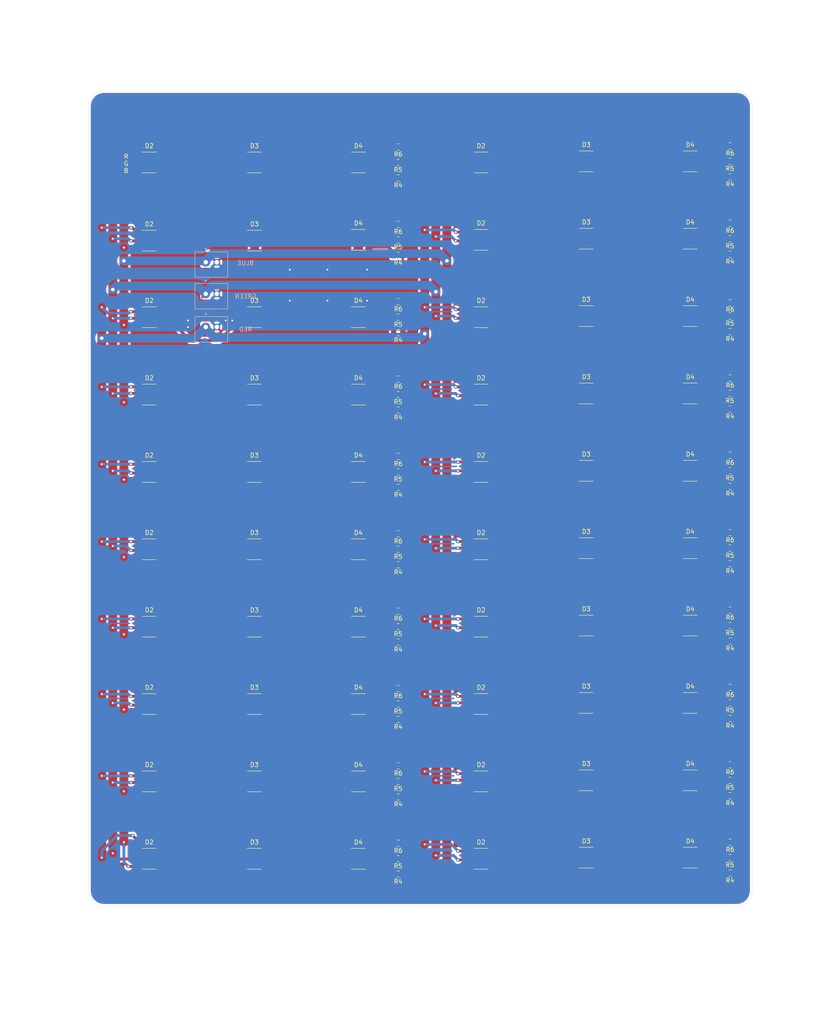
<source format=kicad_pcb>
(kicad_pcb (version 20171130) (host pcbnew "(5.1.5)-3")
  (layers (0 F.Cu signal) (31 B.Cu signal) (34 B.Paste user) (35 F.Paste user) (36 B.SilkS user) (37 F.SilkS user) (38 B.Mask user) (39 F.Mask user) (44 Edge.Cuts user))
  (net 0 "")
  (net 1 /Red12VPWM)
  (net 2 /Blue12VPWM)
  (net 3 /Green12VPWM)
  (net 4 GND)
  (net 5 "Net-(D2-Pad3)")
  (net 6 "Net-(D2-Pad2)")
  (net 7 "Net-(D2-Pad1)")
  (net 8 "Net-(D3-Pad1)")
  (net 9 "Net-(D3-Pad2)")
  (net 10 "Net-(D3-Pad3)")
  (net 11 "Net-(D4-Pad1)")
  (net 12 "Net-(D4-Pad2)")
  (net 13 "Net-(D4-Pad3)")
  (module Resistor_SMD:R_0805_2012Metric_Pad1.15x1.40mm_HandSolder (layer F.Cu) (at 278.5 224.5 180)
    (fp_text reference R4 (at 0 -1.65) (layer F.SilkS))
    (fp_text value 150)
    (pad 2 smd roundrect (at 1.025 0 180) (size 1.15 1.4) (layers F.Cu F.Paste F.Mask) (roundrect_rratio 0.217391) (net 13 "Net-(D4-Pad3)"))
    (pad 1 smd roundrect (at -1.025 0 180) (size 1.15 1.4) (layers F.Cu F.Paste F.Mask) (roundrect_rratio 0.217391) (net 4 GND))
  )
  (module Resistor_SMD:R_0805_2012Metric_Pad1.15x1.40mm_HandSolder (layer F.Cu) (at 203.5 224.75 180)
    (fp_text reference R4 (at 0 -1.65) (layer F.SilkS))
    (fp_text value 150)
    (pad 2 smd roundrect (at 1.025 0 180) (size 1.15 1.4) (layers F.Cu F.Paste F.Mask) (roundrect_rratio 0.217391) (net 13 "Net-(D4-Pad3)"))
    (pad 1 smd roundrect (at -1.025 0 180) (size 1.15 1.4) (layers F.Cu F.Paste F.Mask) (roundrect_rratio 0.217391) (net 4 GND))
  )
  (module Resistor_SMD:R_0805_2012Metric_Pad1.15x1.40mm_HandSolder (layer F.Cu) (at 278.5 207 180)
    (fp_text reference R4 (at 0 -1.65) (layer F.SilkS))
    (fp_text value 150)
    (pad 2 smd roundrect (at 1.025 0 180) (size 1.15 1.4) (layers F.Cu F.Paste F.Mask) (roundrect_rratio 0.217391) (net 13 "Net-(D4-Pad3)"))
    (pad 1 smd roundrect (at -1.025 0 180) (size 1.15 1.4) (layers F.Cu F.Paste F.Mask) (roundrect_rratio 0.217391) (net 4 GND))
  )
  (module Resistor_SMD:R_0805_2012Metric_Pad1.15x1.40mm_HandSolder (layer F.Cu) (at 203.5 207.25 180)
    (fp_text reference R4 (at 0 -1.65) (layer F.SilkS))
    (fp_text value 150)
    (pad 2 smd roundrect (at 1.025 0 180) (size 1.15 1.4) (layers F.Cu F.Paste F.Mask) (roundrect_rratio 0.217391) (net 13 "Net-(D4-Pad3)"))
    (pad 1 smd roundrect (at -1.025 0 180) (size 1.15 1.4) (layers F.Cu F.Paste F.Mask) (roundrect_rratio 0.217391) (net 4 GND))
  )
  (module Resistor_SMD:R_0805_2012Metric_Pad1.15x1.40mm_HandSolder (layer F.Cu) (at 278.5 189.5 180)
    (fp_text reference R4 (at 0 -1.65) (layer F.SilkS))
    (fp_text value 150)
    (pad 2 smd roundrect (at 1.025 0 180) (size 1.15 1.4) (layers F.Cu F.Paste F.Mask) (roundrect_rratio 0.217391) (net 13 "Net-(D4-Pad3)"))
    (pad 1 smd roundrect (at -1.025 0 180) (size 1.15 1.4) (layers F.Cu F.Paste F.Mask) (roundrect_rratio 0.217391) (net 4 GND))
  )
  (module Resistor_SMD:R_0805_2012Metric_Pad1.15x1.40mm_HandSolder (layer F.Cu) (at 203.5 189.75 180)
    (fp_text reference R4 (at 0 -1.65) (layer F.SilkS))
    (fp_text value 150)
    (pad 2 smd roundrect (at 1.025 0 180) (size 1.15 1.4) (layers F.Cu F.Paste F.Mask) (roundrect_rratio 0.217391) (net 13 "Net-(D4-Pad3)"))
    (pad 1 smd roundrect (at -1.025 0 180) (size 1.15 1.4) (layers F.Cu F.Paste F.Mask) (roundrect_rratio 0.217391) (net 4 GND))
  )
  (module Resistor_SMD:R_0805_2012Metric_Pad1.15x1.40mm_HandSolder (layer F.Cu) (at 278.5 172 180)
    (fp_text reference R4 (at 0 -1.65) (layer F.SilkS))
    (fp_text value 150)
    (pad 2 smd roundrect (at 1.025 0 180) (size 1.15 1.4) (layers F.Cu F.Paste F.Mask) (roundrect_rratio 0.217391) (net 13 "Net-(D4-Pad3)"))
    (pad 1 smd roundrect (at -1.025 0 180) (size 1.15 1.4) (layers F.Cu F.Paste F.Mask) (roundrect_rratio 0.217391) (net 4 GND))
  )
  (module Resistor_SMD:R_0805_2012Metric_Pad1.15x1.40mm_HandSolder (layer F.Cu) (at 203.5 172.25 180)
    (fp_text reference R4 (at 0 -1.65) (layer F.SilkS))
    (fp_text value 150)
    (pad 2 smd roundrect (at 1.025 0 180) (size 1.15 1.4) (layers F.Cu F.Paste F.Mask) (roundrect_rratio 0.217391) (net 13 "Net-(D4-Pad3)"))
    (pad 1 smd roundrect (at -1.025 0 180) (size 1.15 1.4) (layers F.Cu F.Paste F.Mask) (roundrect_rratio 0.217391) (net 4 GND))
  )
  (module Resistor_SMD:R_0805_2012Metric_Pad1.15x1.40mm_HandSolder (layer F.Cu) (at 278.5 154.5 180)
    (fp_text reference R4 (at 0 -1.65) (layer F.SilkS))
    (fp_text value 150)
    (pad 2 smd roundrect (at 1.025 0 180) (size 1.15 1.4) (layers F.Cu F.Paste F.Mask) (roundrect_rratio 0.217391) (net 13 "Net-(D4-Pad3)"))
    (pad 1 smd roundrect (at -1.025 0 180) (size 1.15 1.4) (layers F.Cu F.Paste F.Mask) (roundrect_rratio 0.217391) (net 4 GND))
  )
  (module Resistor_SMD:R_0805_2012Metric_Pad1.15x1.40mm_HandSolder (layer F.Cu) (at 203.5 154.75 180)
    (fp_text reference R4 (at 0 -1.65) (layer F.SilkS))
    (fp_text value 150)
    (pad 2 smd roundrect (at 1.025 0 180) (size 1.15 1.4) (layers F.Cu F.Paste F.Mask) (roundrect_rratio 0.217391) (net 13 "Net-(D4-Pad3)"))
    (pad 1 smd roundrect (at -1.025 0 180) (size 1.15 1.4) (layers F.Cu F.Paste F.Mask) (roundrect_rratio 0.217391) (net 4 GND))
  )
  (module Resistor_SMD:R_0805_2012Metric_Pad1.15x1.40mm_HandSolder (layer F.Cu) (at 278.5 137 180)
    (fp_text reference R4 (at 0 -1.65) (layer F.SilkS))
    (fp_text value 150)
    (pad 2 smd roundrect (at 1.025 0 180) (size 1.15 1.4) (layers F.Cu F.Paste F.Mask) (roundrect_rratio 0.217391) (net 13 "Net-(D4-Pad3)"))
    (pad 1 smd roundrect (at -1.025 0 180) (size 1.15 1.4) (layers F.Cu F.Paste F.Mask) (roundrect_rratio 0.217391) (net 4 GND))
  )
  (module Resistor_SMD:R_0805_2012Metric_Pad1.15x1.40mm_HandSolder (layer F.Cu) (at 203.5 137.25 180)
    (fp_text reference R4 (at 0 -1.65) (layer F.SilkS))
    (fp_text value 150)
    (pad 2 smd roundrect (at 1.025 0 180) (size 1.15 1.4) (layers F.Cu F.Paste F.Mask) (roundrect_rratio 0.217391) (net 13 "Net-(D4-Pad3)"))
    (pad 1 smd roundrect (at -1.025 0 180) (size 1.15 1.4) (layers F.Cu F.Paste F.Mask) (roundrect_rratio 0.217391) (net 4 GND))
  )
  (module Resistor_SMD:R_0805_2012Metric_Pad1.15x1.40mm_HandSolder (layer F.Cu) (at 278.5 119.5 180)
    (fp_text reference R4 (at 0 -1.65) (layer F.SilkS))
    (fp_text value 150)
    (pad 2 smd roundrect (at 1.025 0 180) (size 1.15 1.4) (layers F.Cu F.Paste F.Mask) (roundrect_rratio 0.217391) (net 13 "Net-(D4-Pad3)"))
    (pad 1 smd roundrect (at -1.025 0 180) (size 1.15 1.4) (layers F.Cu F.Paste F.Mask) (roundrect_rratio 0.217391) (net 4 GND))
  )
  (module Resistor_SMD:R_0805_2012Metric_Pad1.15x1.40mm_HandSolder (layer F.Cu) (at 203.5 119.75 180)
    (fp_text reference R4 (at 0 -1.65) (layer F.SilkS))
    (fp_text value 150)
    (pad 2 smd roundrect (at 1.025 0 180) (size 1.15 1.4) (layers F.Cu F.Paste F.Mask) (roundrect_rratio 0.217391) (net 13 "Net-(D4-Pad3)"))
    (pad 1 smd roundrect (at -1.025 0 180) (size 1.15 1.4) (layers F.Cu F.Paste F.Mask) (roundrect_rratio 0.217391) (net 4 GND))
  )
  (module Resistor_SMD:R_0805_2012Metric_Pad1.15x1.40mm_HandSolder (layer F.Cu) (at 278.5 102 180)
    (fp_text reference R4 (at 0 -1.65) (layer F.SilkS))
    (fp_text value 150)
    (pad 2 smd roundrect (at 1.025 0 180) (size 1.15 1.4) (layers F.Cu F.Paste F.Mask) (roundrect_rratio 0.217391) (net 13 "Net-(D4-Pad3)"))
    (pad 1 smd roundrect (at -1.025 0 180) (size 1.15 1.4) (layers F.Cu F.Paste F.Mask) (roundrect_rratio 0.217391) (net 4 GND))
  )
  (module Resistor_SMD:R_0805_2012Metric_Pad1.15x1.40mm_HandSolder (layer F.Cu) (at 203.5 102.25 180)
    (fp_text reference R4 (at 0 -1.65) (layer F.SilkS))
    (fp_text value 150)
    (pad 2 smd roundrect (at 1.025 0 180) (size 1.15 1.4) (layers F.Cu F.Paste F.Mask) (roundrect_rratio 0.217391) (net 13 "Net-(D4-Pad3)"))
    (pad 1 smd roundrect (at -1.025 0 180) (size 1.15 1.4) (layers F.Cu F.Paste F.Mask) (roundrect_rratio 0.217391) (net 4 GND))
  )
  (module Resistor_SMD:R_0805_2012Metric_Pad1.15x1.40mm_HandSolder (layer F.Cu) (at 278.5 84.5 180)
    (fp_text reference R4 (at 0 -1.65) (layer F.SilkS))
    (fp_text value 150)
    (pad 2 smd roundrect (at 1.025 0 180) (size 1.15 1.4) (layers F.Cu F.Paste F.Mask) (roundrect_rratio 0.217391) (net 13 "Net-(D4-Pad3)"))
    (pad 1 smd roundrect (at -1.025 0 180) (size 1.15 1.4) (layers F.Cu F.Paste F.Mask) (roundrect_rratio 0.217391) (net 4 GND))
  )
  (module Resistor_SMD:R_0805_2012Metric_Pad1.15x1.40mm_HandSolder (layer F.Cu) (at 203.5 84.75 180)
    (fp_text reference R4 (at 0 -1.65) (layer F.SilkS))
    (fp_text value 150)
    (pad 2 smd roundrect (at 1.025 0 180) (size 1.15 1.4) (layers F.Cu F.Paste F.Mask) (roundrect_rratio 0.217391) (net 13 "Net-(D4-Pad3)"))
    (pad 1 smd roundrect (at -1.025 0 180) (size 1.15 1.4) (layers F.Cu F.Paste F.Mask) (roundrect_rratio 0.217391) (net 4 GND))
  )
  (module Resistor_SMD:R_0805_2012Metric_Pad1.15x1.40mm_HandSolder (layer F.Cu) (at 278.5 67 180)
    (fp_text reference R4 (at 0 -1.65) (layer F.SilkS))
    (fp_text value 150)
    (pad 2 smd roundrect (at 1.025 0 180) (size 1.15 1.4) (layers F.Cu F.Paste F.Mask) (roundrect_rratio 0.217391) (net 13 "Net-(D4-Pad3)"))
    (pad 1 smd roundrect (at -1.025 0 180) (size 1.15 1.4) (layers F.Cu F.Paste F.Mask) (roundrect_rratio 0.217391) (net 4 GND))
  )
  (module Resistor_SMD:R_0805_2012Metric_Pad1.15x1.40mm_HandSolder (layer F.Cu) (at 278.475 221 180)
    (fp_text reference R5 (at 0 -1.65) (layer F.SilkS))
    (fp_text value 150)
    (pad 1 smd roundrect (at -1.025 0 180) (size 1.15 1.4) (layers F.Cu F.Paste F.Mask) (roundrect_rratio 0.217391) (net 4 GND))
    (pad 2 smd roundrect (at 1.025 0 180) (size 1.15 1.4) (layers F.Cu F.Paste F.Mask) (roundrect_rratio 0.217391) (net 12 "Net-(D4-Pad2)"))
  )
  (module Resistor_SMD:R_0805_2012Metric_Pad1.15x1.40mm_HandSolder (layer F.Cu) (at 203.475 221.25 180)
    (fp_text reference R5 (at 0 -1.65) (layer F.SilkS))
    (fp_text value 150)
    (pad 1 smd roundrect (at -1.025 0 180) (size 1.15 1.4) (layers F.Cu F.Paste F.Mask) (roundrect_rratio 0.217391) (net 4 GND))
    (pad 2 smd roundrect (at 1.025 0 180) (size 1.15 1.4) (layers F.Cu F.Paste F.Mask) (roundrect_rratio 0.217391) (net 12 "Net-(D4-Pad2)"))
  )
  (module Resistor_SMD:R_0805_2012Metric_Pad1.15x1.40mm_HandSolder (layer F.Cu) (at 278.475 203.5 180)
    (fp_text reference R5 (at 0 -1.65) (layer F.SilkS))
    (fp_text value 150)
    (pad 1 smd roundrect (at -1.025 0 180) (size 1.15 1.4) (layers F.Cu F.Paste F.Mask) (roundrect_rratio 0.217391) (net 4 GND))
    (pad 2 smd roundrect (at 1.025 0 180) (size 1.15 1.4) (layers F.Cu F.Paste F.Mask) (roundrect_rratio 0.217391) (net 12 "Net-(D4-Pad2)"))
  )
  (module Resistor_SMD:R_0805_2012Metric_Pad1.15x1.40mm_HandSolder (layer F.Cu) (at 203.475 203.75 180)
    (fp_text reference R5 (at 0 -1.65) (layer F.SilkS))
    (fp_text value 150)
    (pad 1 smd roundrect (at -1.025 0 180) (size 1.15 1.4) (layers F.Cu F.Paste F.Mask) (roundrect_rratio 0.217391) (net 4 GND))
    (pad 2 smd roundrect (at 1.025 0 180) (size 1.15 1.4) (layers F.Cu F.Paste F.Mask) (roundrect_rratio 0.217391) (net 12 "Net-(D4-Pad2)"))
  )
  (module Resistor_SMD:R_0805_2012Metric_Pad1.15x1.40mm_HandSolder (layer F.Cu) (at 278.475 186 180)
    (fp_text reference R5 (at 0 -1.65) (layer F.SilkS))
    (fp_text value 150)
    (pad 1 smd roundrect (at -1.025 0 180) (size 1.15 1.4) (layers F.Cu F.Paste F.Mask) (roundrect_rratio 0.217391) (net 4 GND))
    (pad 2 smd roundrect (at 1.025 0 180) (size 1.15 1.4) (layers F.Cu F.Paste F.Mask) (roundrect_rratio 0.217391) (net 12 "Net-(D4-Pad2)"))
  )
  (module Resistor_SMD:R_0805_2012Metric_Pad1.15x1.40mm_HandSolder (layer F.Cu) (at 203.475 186.25 180)
    (fp_text reference R5 (at 0 -1.65) (layer F.SilkS))
    (fp_text value 150)
    (pad 1 smd roundrect (at -1.025 0 180) (size 1.15 1.4) (layers F.Cu F.Paste F.Mask) (roundrect_rratio 0.217391) (net 4 GND))
    (pad 2 smd roundrect (at 1.025 0 180) (size 1.15 1.4) (layers F.Cu F.Paste F.Mask) (roundrect_rratio 0.217391) (net 12 "Net-(D4-Pad2)"))
  )
  (module Resistor_SMD:R_0805_2012Metric_Pad1.15x1.40mm_HandSolder (layer F.Cu) (at 278.475 168.5 180)
    (fp_text reference R5 (at 0 -1.65) (layer F.SilkS))
    (fp_text value 150)
    (pad 1 smd roundrect (at -1.025 0 180) (size 1.15 1.4) (layers F.Cu F.Paste F.Mask) (roundrect_rratio 0.217391) (net 4 GND))
    (pad 2 smd roundrect (at 1.025 0 180) (size 1.15 1.4) (layers F.Cu F.Paste F.Mask) (roundrect_rratio 0.217391) (net 12 "Net-(D4-Pad2)"))
  )
  (module Resistor_SMD:R_0805_2012Metric_Pad1.15x1.40mm_HandSolder (layer F.Cu) (at 203.475 168.75 180)
    (fp_text reference R5 (at 0 -1.65) (layer F.SilkS))
    (fp_text value 150)
    (pad 1 smd roundrect (at -1.025 0 180) (size 1.15 1.4) (layers F.Cu F.Paste F.Mask) (roundrect_rratio 0.217391) (net 4 GND))
    (pad 2 smd roundrect (at 1.025 0 180) (size 1.15 1.4) (layers F.Cu F.Paste F.Mask) (roundrect_rratio 0.217391) (net 12 "Net-(D4-Pad2)"))
  )
  (module Resistor_SMD:R_0805_2012Metric_Pad1.15x1.40mm_HandSolder (layer F.Cu) (at 278.475 151 180)
    (fp_text reference R5 (at 0 -1.65) (layer F.SilkS))
    (fp_text value 150)
    (pad 1 smd roundrect (at -1.025 0 180) (size 1.15 1.4) (layers F.Cu F.Paste F.Mask) (roundrect_rratio 0.217391) (net 4 GND))
    (pad 2 smd roundrect (at 1.025 0 180) (size 1.15 1.4) (layers F.Cu F.Paste F.Mask) (roundrect_rratio 0.217391) (net 12 "Net-(D4-Pad2)"))
  )
  (module Resistor_SMD:R_0805_2012Metric_Pad1.15x1.40mm_HandSolder (layer F.Cu) (at 203.475 151.25 180)
    (fp_text reference R5 (at 0 -1.65) (layer F.SilkS))
    (fp_text value 150)
    (pad 1 smd roundrect (at -1.025 0 180) (size 1.15 1.4) (layers F.Cu F.Paste F.Mask) (roundrect_rratio 0.217391) (net 4 GND))
    (pad 2 smd roundrect (at 1.025 0 180) (size 1.15 1.4) (layers F.Cu F.Paste F.Mask) (roundrect_rratio 0.217391) (net 12 "Net-(D4-Pad2)"))
  )
  (module Resistor_SMD:R_0805_2012Metric_Pad1.15x1.40mm_HandSolder (layer F.Cu) (at 278.475 133.5 180)
    (fp_text reference R5 (at 0 -1.65) (layer F.SilkS))
    (fp_text value 150)
    (pad 1 smd roundrect (at -1.025 0 180) (size 1.15 1.4) (layers F.Cu F.Paste F.Mask) (roundrect_rratio 0.217391) (net 4 GND))
    (pad 2 smd roundrect (at 1.025 0 180) (size 1.15 1.4) (layers F.Cu F.Paste F.Mask) (roundrect_rratio 0.217391) (net 12 "Net-(D4-Pad2)"))
  )
  (module Resistor_SMD:R_0805_2012Metric_Pad1.15x1.40mm_HandSolder (layer F.Cu) (at 203.475 133.75 180)
    (fp_text reference R5 (at 0 -1.65) (layer F.SilkS))
    (fp_text value 150)
    (pad 1 smd roundrect (at -1.025 0 180) (size 1.15 1.4) (layers F.Cu F.Paste F.Mask) (roundrect_rratio 0.217391) (net 4 GND))
    (pad 2 smd roundrect (at 1.025 0 180) (size 1.15 1.4) (layers F.Cu F.Paste F.Mask) (roundrect_rratio 0.217391) (net 12 "Net-(D4-Pad2)"))
  )
  (module Resistor_SMD:R_0805_2012Metric_Pad1.15x1.40mm_HandSolder (layer F.Cu) (at 278.475 116 180)
    (fp_text reference R5 (at 0 -1.65) (layer F.SilkS))
    (fp_text value 150)
    (pad 1 smd roundrect (at -1.025 0 180) (size 1.15 1.4) (layers F.Cu F.Paste F.Mask) (roundrect_rratio 0.217391) (net 4 GND))
    (pad 2 smd roundrect (at 1.025 0 180) (size 1.15 1.4) (layers F.Cu F.Paste F.Mask) (roundrect_rratio 0.217391) (net 12 "Net-(D4-Pad2)"))
  )
  (module Resistor_SMD:R_0805_2012Metric_Pad1.15x1.40mm_HandSolder (layer F.Cu) (at 203.475 116.25 180)
    (fp_text reference R5 (at 0 -1.65) (layer F.SilkS))
    (fp_text value 150)
    (pad 1 smd roundrect (at -1.025 0 180) (size 1.15 1.4) (layers F.Cu F.Paste F.Mask) (roundrect_rratio 0.217391) (net 4 GND))
    (pad 2 smd roundrect (at 1.025 0 180) (size 1.15 1.4) (layers F.Cu F.Paste F.Mask) (roundrect_rratio 0.217391) (net 12 "Net-(D4-Pad2)"))
  )
  (module Resistor_SMD:R_0805_2012Metric_Pad1.15x1.40mm_HandSolder (layer F.Cu) (at 278.475 98.5 180)
    (fp_text reference R5 (at 0 -1.65) (layer F.SilkS))
    (fp_text value 150)
    (pad 1 smd roundrect (at -1.025 0 180) (size 1.15 1.4) (layers F.Cu F.Paste F.Mask) (roundrect_rratio 0.217391) (net 4 GND))
    (pad 2 smd roundrect (at 1.025 0 180) (size 1.15 1.4) (layers F.Cu F.Paste F.Mask) (roundrect_rratio 0.217391) (net 12 "Net-(D4-Pad2)"))
  )
  (module Resistor_SMD:R_0805_2012Metric_Pad1.15x1.40mm_HandSolder (layer F.Cu) (at 203.475 98.75 180)
    (fp_text reference R5 (at 0 -1.65) (layer F.SilkS))
    (fp_text value 150)
    (pad 1 smd roundrect (at -1.025 0 180) (size 1.15 1.4) (layers F.Cu F.Paste F.Mask) (roundrect_rratio 0.217391) (net 4 GND))
    (pad 2 smd roundrect (at 1.025 0 180) (size 1.15 1.4) (layers F.Cu F.Paste F.Mask) (roundrect_rratio 0.217391) (net 12 "Net-(D4-Pad2)"))
  )
  (module Resistor_SMD:R_0805_2012Metric_Pad1.15x1.40mm_HandSolder (layer F.Cu) (at 278.475 81 180)
    (fp_text reference R5 (at 0 -1.65) (layer F.SilkS))
    (fp_text value 150)
    (pad 1 smd roundrect (at -1.025 0 180) (size 1.15 1.4) (layers F.Cu F.Paste F.Mask) (roundrect_rratio 0.217391) (net 4 GND))
    (pad 2 smd roundrect (at 1.025 0 180) (size 1.15 1.4) (layers F.Cu F.Paste F.Mask) (roundrect_rratio 0.217391) (net 12 "Net-(D4-Pad2)"))
  )
  (module Resistor_SMD:R_0805_2012Metric_Pad1.15x1.40mm_HandSolder (layer F.Cu) (at 203.475 81.25 180)
    (fp_text reference R5 (at 0 -1.65) (layer F.SilkS))
    (fp_text value 150)
    (pad 1 smd roundrect (at -1.025 0 180) (size 1.15 1.4) (layers F.Cu F.Paste F.Mask) (roundrect_rratio 0.217391) (net 4 GND))
    (pad 2 smd roundrect (at 1.025 0 180) (size 1.15 1.4) (layers F.Cu F.Paste F.Mask) (roundrect_rratio 0.217391) (net 12 "Net-(D4-Pad2)"))
  )
  (module Resistor_SMD:R_0805_2012Metric_Pad1.15x1.40mm_HandSolder (layer F.Cu) (at 278.475 63.5 180)
    (fp_text reference R5 (at 0 -1.65) (layer F.SilkS))
    (fp_text value 150)
    (pad 1 smd roundrect (at -1.025 0 180) (size 1.15 1.4) (layers F.Cu F.Paste F.Mask) (roundrect_rratio 0.217391) (net 4 GND))
    (pad 2 smd roundrect (at 1.025 0 180) (size 1.15 1.4) (layers F.Cu F.Paste F.Mask) (roundrect_rratio 0.217391) (net 12 "Net-(D4-Pad2)"))
  )
  (module AdditionalPartLibraries:RGB-5050-LED (layer F.Cu) (at 269.5 216.75)
    (fp_text reference D4 (at 0 0.5) (layer F.SilkS))
    (fp_text value LED_RGB)
    (pad 4 smd rect (at -2.43 5.91) (size 1.6 1) (layers F.Cu F.Paste F.Mask) (net 10 "Net-(D3-Pad3)"))
    (pad 5 smd rect (at -2.43 4.31) (size 1.6 1) (layers F.Cu F.Paste F.Mask) (net 9 "Net-(D3-Pad2)"))
    (pad 6 smd rect (at -2.43 2.71) (size 1.6 1) (layers F.Cu F.Paste F.Mask) (net 8 "Net-(D3-Pad1)"))
    (pad 3 smd rect (at 2.37 5.91) (size 1.6 1) (layers F.Cu F.Paste F.Mask) (net 13 "Net-(D4-Pad3)"))
    (pad 2 smd rect (at 2.37 4.31) (size 1.6 1) (layers F.Cu F.Paste F.Mask) (net 12 "Net-(D4-Pad2)"))
    (pad 1 smd rect (at 2.37 2.71) (size 1.6 1) (layers F.Cu F.Paste F.Mask) (net 11 "Net-(D4-Pad1)"))
  )
  (module AdditionalPartLibraries:RGB-5050-LED (layer F.Cu) (at 194.5 217)
    (fp_text reference D4 (at 0 0.5) (layer F.SilkS))
    (fp_text value LED_RGB)
    (pad 4 smd rect (at -2.43 5.91) (size 1.6 1) (layers F.Cu F.Paste F.Mask) (net 10 "Net-(D3-Pad3)"))
    (pad 5 smd rect (at -2.43 4.31) (size 1.6 1) (layers F.Cu F.Paste F.Mask) (net 9 "Net-(D3-Pad2)"))
    (pad 6 smd rect (at -2.43 2.71) (size 1.6 1) (layers F.Cu F.Paste F.Mask) (net 8 "Net-(D3-Pad1)"))
    (pad 3 smd rect (at 2.37 5.91) (size 1.6 1) (layers F.Cu F.Paste F.Mask) (net 13 "Net-(D4-Pad3)"))
    (pad 2 smd rect (at 2.37 4.31) (size 1.6 1) (layers F.Cu F.Paste F.Mask) (net 12 "Net-(D4-Pad2)"))
    (pad 1 smd rect (at 2.37 2.71) (size 1.6 1) (layers F.Cu F.Paste F.Mask) (net 11 "Net-(D4-Pad1)"))
  )
  (module AdditionalPartLibraries:RGB-5050-LED (layer F.Cu) (at 269.5 199.25)
    (fp_text reference D4 (at 0 0.5) (layer F.SilkS))
    (fp_text value LED_RGB)
    (pad 4 smd rect (at -2.43 5.91) (size 1.6 1) (layers F.Cu F.Paste F.Mask) (net 10 "Net-(D3-Pad3)"))
    (pad 5 smd rect (at -2.43 4.31) (size 1.6 1) (layers F.Cu F.Paste F.Mask) (net 9 "Net-(D3-Pad2)"))
    (pad 6 smd rect (at -2.43 2.71) (size 1.6 1) (layers F.Cu F.Paste F.Mask) (net 8 "Net-(D3-Pad1)"))
    (pad 3 smd rect (at 2.37 5.91) (size 1.6 1) (layers F.Cu F.Paste F.Mask) (net 13 "Net-(D4-Pad3)"))
    (pad 2 smd rect (at 2.37 4.31) (size 1.6 1) (layers F.Cu F.Paste F.Mask) (net 12 "Net-(D4-Pad2)"))
    (pad 1 smd rect (at 2.37 2.71) (size 1.6 1) (layers F.Cu F.Paste F.Mask) (net 11 "Net-(D4-Pad1)"))
  )
  (module AdditionalPartLibraries:RGB-5050-LED (layer F.Cu) (at 194.5 199.5)
    (fp_text reference D4 (at 0 0.5) (layer F.SilkS))
    (fp_text value LED_RGB)
    (pad 4 smd rect (at -2.43 5.91) (size 1.6 1) (layers F.Cu F.Paste F.Mask) (net 10 "Net-(D3-Pad3)"))
    (pad 5 smd rect (at -2.43 4.31) (size 1.6 1) (layers F.Cu F.Paste F.Mask) (net 9 "Net-(D3-Pad2)"))
    (pad 6 smd rect (at -2.43 2.71) (size 1.6 1) (layers F.Cu F.Paste F.Mask) (net 8 "Net-(D3-Pad1)"))
    (pad 3 smd rect (at 2.37 5.91) (size 1.6 1) (layers F.Cu F.Paste F.Mask) (net 13 "Net-(D4-Pad3)"))
    (pad 2 smd rect (at 2.37 4.31) (size 1.6 1) (layers F.Cu F.Paste F.Mask) (net 12 "Net-(D4-Pad2)"))
    (pad 1 smd rect (at 2.37 2.71) (size 1.6 1) (layers F.Cu F.Paste F.Mask) (net 11 "Net-(D4-Pad1)"))
  )
  (module AdditionalPartLibraries:RGB-5050-LED (layer F.Cu) (at 269.5 181.75)
    (fp_text reference D4 (at 0 0.5) (layer F.SilkS))
    (fp_text value LED_RGB)
    (pad 4 smd rect (at -2.43 5.91) (size 1.6 1) (layers F.Cu F.Paste F.Mask) (net 10 "Net-(D3-Pad3)"))
    (pad 5 smd rect (at -2.43 4.31) (size 1.6 1) (layers F.Cu F.Paste F.Mask) (net 9 "Net-(D3-Pad2)"))
    (pad 6 smd rect (at -2.43 2.71) (size 1.6 1) (layers F.Cu F.Paste F.Mask) (net 8 "Net-(D3-Pad1)"))
    (pad 3 smd rect (at 2.37 5.91) (size 1.6 1) (layers F.Cu F.Paste F.Mask) (net 13 "Net-(D4-Pad3)"))
    (pad 2 smd rect (at 2.37 4.31) (size 1.6 1) (layers F.Cu F.Paste F.Mask) (net 12 "Net-(D4-Pad2)"))
    (pad 1 smd rect (at 2.37 2.71) (size 1.6 1) (layers F.Cu F.Paste F.Mask) (net 11 "Net-(D4-Pad1)"))
  )
  (module AdditionalPartLibraries:RGB-5050-LED (layer F.Cu) (at 194.5 182)
    (fp_text reference D4 (at 0 0.5) (layer F.SilkS))
    (fp_text value LED_RGB)
    (pad 4 smd rect (at -2.43 5.91) (size 1.6 1) (layers F.Cu F.Paste F.Mask) (net 10 "Net-(D3-Pad3)"))
    (pad 5 smd rect (at -2.43 4.31) (size 1.6 1) (layers F.Cu F.Paste F.Mask) (net 9 "Net-(D3-Pad2)"))
    (pad 6 smd rect (at -2.43 2.71) (size 1.6 1) (layers F.Cu F.Paste F.Mask) (net 8 "Net-(D3-Pad1)"))
    (pad 3 smd rect (at 2.37 5.91) (size 1.6 1) (layers F.Cu F.Paste F.Mask) (net 13 "Net-(D4-Pad3)"))
    (pad 2 smd rect (at 2.37 4.31) (size 1.6 1) (layers F.Cu F.Paste F.Mask) (net 12 "Net-(D4-Pad2)"))
    (pad 1 smd rect (at 2.37 2.71) (size 1.6 1) (layers F.Cu F.Paste F.Mask) (net 11 "Net-(D4-Pad1)"))
  )
  (module AdditionalPartLibraries:RGB-5050-LED (layer F.Cu) (at 269.5 164.25)
    (fp_text reference D4 (at 0 0.5) (layer F.SilkS))
    (fp_text value LED_RGB)
    (pad 4 smd rect (at -2.43 5.91) (size 1.6 1) (layers F.Cu F.Paste F.Mask) (net 10 "Net-(D3-Pad3)"))
    (pad 5 smd rect (at -2.43 4.31) (size 1.6 1) (layers F.Cu F.Paste F.Mask) (net 9 "Net-(D3-Pad2)"))
    (pad 6 smd rect (at -2.43 2.71) (size 1.6 1) (layers F.Cu F.Paste F.Mask) (net 8 "Net-(D3-Pad1)"))
    (pad 3 smd rect (at 2.37 5.91) (size 1.6 1) (layers F.Cu F.Paste F.Mask) (net 13 "Net-(D4-Pad3)"))
    (pad 2 smd rect (at 2.37 4.31) (size 1.6 1) (layers F.Cu F.Paste F.Mask) (net 12 "Net-(D4-Pad2)"))
    (pad 1 smd rect (at 2.37 2.71) (size 1.6 1) (layers F.Cu F.Paste F.Mask) (net 11 "Net-(D4-Pad1)"))
  )
  (module AdditionalPartLibraries:RGB-5050-LED (layer F.Cu) (at 194.5 164.5)
    (fp_text reference D4 (at 0 0.5) (layer F.SilkS))
    (fp_text value LED_RGB)
    (pad 4 smd rect (at -2.43 5.91) (size 1.6 1) (layers F.Cu F.Paste F.Mask) (net 10 "Net-(D3-Pad3)"))
    (pad 5 smd rect (at -2.43 4.31) (size 1.6 1) (layers F.Cu F.Paste F.Mask) (net 9 "Net-(D3-Pad2)"))
    (pad 6 smd rect (at -2.43 2.71) (size 1.6 1) (layers F.Cu F.Paste F.Mask) (net 8 "Net-(D3-Pad1)"))
    (pad 3 smd rect (at 2.37 5.91) (size 1.6 1) (layers F.Cu F.Paste F.Mask) (net 13 "Net-(D4-Pad3)"))
    (pad 2 smd rect (at 2.37 4.31) (size 1.6 1) (layers F.Cu F.Paste F.Mask) (net 12 "Net-(D4-Pad2)"))
    (pad 1 smd rect (at 2.37 2.71) (size 1.6 1) (layers F.Cu F.Paste F.Mask) (net 11 "Net-(D4-Pad1)"))
  )
  (module AdditionalPartLibraries:RGB-5050-LED (layer F.Cu) (at 269.5 146.75)
    (fp_text reference D4 (at 0 0.5) (layer F.SilkS))
    (fp_text value LED_RGB)
    (pad 4 smd rect (at -2.43 5.91) (size 1.6 1) (layers F.Cu F.Paste F.Mask) (net 10 "Net-(D3-Pad3)"))
    (pad 5 smd rect (at -2.43 4.31) (size 1.6 1) (layers F.Cu F.Paste F.Mask) (net 9 "Net-(D3-Pad2)"))
    (pad 6 smd rect (at -2.43 2.71) (size 1.6 1) (layers F.Cu F.Paste F.Mask) (net 8 "Net-(D3-Pad1)"))
    (pad 3 smd rect (at 2.37 5.91) (size 1.6 1) (layers F.Cu F.Paste F.Mask) (net 13 "Net-(D4-Pad3)"))
    (pad 2 smd rect (at 2.37 4.31) (size 1.6 1) (layers F.Cu F.Paste F.Mask) (net 12 "Net-(D4-Pad2)"))
    (pad 1 smd rect (at 2.37 2.71) (size 1.6 1) (layers F.Cu F.Paste F.Mask) (net 11 "Net-(D4-Pad1)"))
  )
  (module AdditionalPartLibraries:RGB-5050-LED (layer F.Cu) (at 194.5 147)
    (fp_text reference D4 (at 0 0.5) (layer F.SilkS))
    (fp_text value LED_RGB)
    (pad 4 smd rect (at -2.43 5.91) (size 1.6 1) (layers F.Cu F.Paste F.Mask) (net 10 "Net-(D3-Pad3)"))
    (pad 5 smd rect (at -2.43 4.31) (size 1.6 1) (layers F.Cu F.Paste F.Mask) (net 9 "Net-(D3-Pad2)"))
    (pad 6 smd rect (at -2.43 2.71) (size 1.6 1) (layers F.Cu F.Paste F.Mask) (net 8 "Net-(D3-Pad1)"))
    (pad 3 smd rect (at 2.37 5.91) (size 1.6 1) (layers F.Cu F.Paste F.Mask) (net 13 "Net-(D4-Pad3)"))
    (pad 2 smd rect (at 2.37 4.31) (size 1.6 1) (layers F.Cu F.Paste F.Mask) (net 12 "Net-(D4-Pad2)"))
    (pad 1 smd rect (at 2.37 2.71) (size 1.6 1) (layers F.Cu F.Paste F.Mask) (net 11 "Net-(D4-Pad1)"))
  )
  (module AdditionalPartLibraries:RGB-5050-LED (layer F.Cu) (at 269.5 129.25)
    (fp_text reference D4 (at 0 0.5) (layer F.SilkS))
    (fp_text value LED_RGB)
    (pad 4 smd rect (at -2.43 5.91) (size 1.6 1) (layers F.Cu F.Paste F.Mask) (net 10 "Net-(D3-Pad3)"))
    (pad 5 smd rect (at -2.43 4.31) (size 1.6 1) (layers F.Cu F.Paste F.Mask) (net 9 "Net-(D3-Pad2)"))
    (pad 6 smd rect (at -2.43 2.71) (size 1.6 1) (layers F.Cu F.Paste F.Mask) (net 8 "Net-(D3-Pad1)"))
    (pad 3 smd rect (at 2.37 5.91) (size 1.6 1) (layers F.Cu F.Paste F.Mask) (net 13 "Net-(D4-Pad3)"))
    (pad 2 smd rect (at 2.37 4.31) (size 1.6 1) (layers F.Cu F.Paste F.Mask) (net 12 "Net-(D4-Pad2)"))
    (pad 1 smd rect (at 2.37 2.71) (size 1.6 1) (layers F.Cu F.Paste F.Mask) (net 11 "Net-(D4-Pad1)"))
  )
  (module AdditionalPartLibraries:RGB-5050-LED (layer F.Cu) (at 194.5 129.5)
    (fp_text reference D4 (at 0 0.5) (layer F.SilkS))
    (fp_text value LED_RGB)
    (pad 4 smd rect (at -2.43 5.91) (size 1.6 1) (layers F.Cu F.Paste F.Mask) (net 10 "Net-(D3-Pad3)"))
    (pad 5 smd rect (at -2.43 4.31) (size 1.6 1) (layers F.Cu F.Paste F.Mask) (net 9 "Net-(D3-Pad2)"))
    (pad 6 smd rect (at -2.43 2.71) (size 1.6 1) (layers F.Cu F.Paste F.Mask) (net 8 "Net-(D3-Pad1)"))
    (pad 3 smd rect (at 2.37 5.91) (size 1.6 1) (layers F.Cu F.Paste F.Mask) (net 13 "Net-(D4-Pad3)"))
    (pad 2 smd rect (at 2.37 4.31) (size 1.6 1) (layers F.Cu F.Paste F.Mask) (net 12 "Net-(D4-Pad2)"))
    (pad 1 smd rect (at 2.37 2.71) (size 1.6 1) (layers F.Cu F.Paste F.Mask) (net 11 "Net-(D4-Pad1)"))
  )
  (module AdditionalPartLibraries:RGB-5050-LED (layer F.Cu) (at 269.5 111.75)
    (fp_text reference D4 (at 0 0.5) (layer F.SilkS))
    (fp_text value LED_RGB)
    (pad 4 smd rect (at -2.43 5.91) (size 1.6 1) (layers F.Cu F.Paste F.Mask) (net 10 "Net-(D3-Pad3)"))
    (pad 5 smd rect (at -2.43 4.31) (size 1.6 1) (layers F.Cu F.Paste F.Mask) (net 9 "Net-(D3-Pad2)"))
    (pad 6 smd rect (at -2.43 2.71) (size 1.6 1) (layers F.Cu F.Paste F.Mask) (net 8 "Net-(D3-Pad1)"))
    (pad 3 smd rect (at 2.37 5.91) (size 1.6 1) (layers F.Cu F.Paste F.Mask) (net 13 "Net-(D4-Pad3)"))
    (pad 2 smd rect (at 2.37 4.31) (size 1.6 1) (layers F.Cu F.Paste F.Mask) (net 12 "Net-(D4-Pad2)"))
    (pad 1 smd rect (at 2.37 2.71) (size 1.6 1) (layers F.Cu F.Paste F.Mask) (net 11 "Net-(D4-Pad1)"))
  )
  (module AdditionalPartLibraries:RGB-5050-LED (layer F.Cu) (at 194.5 112)
    (fp_text reference D4 (at 0 0.5) (layer F.SilkS))
    (fp_text value LED_RGB)
    (pad 4 smd rect (at -2.43 5.91) (size 1.6 1) (layers F.Cu F.Paste F.Mask) (net 10 "Net-(D3-Pad3)"))
    (pad 5 smd rect (at -2.43 4.31) (size 1.6 1) (layers F.Cu F.Paste F.Mask) (net 9 "Net-(D3-Pad2)"))
    (pad 6 smd rect (at -2.43 2.71) (size 1.6 1) (layers F.Cu F.Paste F.Mask) (net 8 "Net-(D3-Pad1)"))
    (pad 3 smd rect (at 2.37 5.91) (size 1.6 1) (layers F.Cu F.Paste F.Mask) (net 13 "Net-(D4-Pad3)"))
    (pad 2 smd rect (at 2.37 4.31) (size 1.6 1) (layers F.Cu F.Paste F.Mask) (net 12 "Net-(D4-Pad2)"))
    (pad 1 smd rect (at 2.37 2.71) (size 1.6 1) (layers F.Cu F.Paste F.Mask) (net 11 "Net-(D4-Pad1)"))
  )
  (module AdditionalPartLibraries:RGB-5050-LED (layer F.Cu) (at 269.5 94.25)
    (fp_text reference D4 (at 0 0.5) (layer F.SilkS))
    (fp_text value LED_RGB)
    (pad 4 smd rect (at -2.43 5.91) (size 1.6 1) (layers F.Cu F.Paste F.Mask) (net 10 "Net-(D3-Pad3)"))
    (pad 5 smd rect (at -2.43 4.31) (size 1.6 1) (layers F.Cu F.Paste F.Mask) (net 9 "Net-(D3-Pad2)"))
    (pad 6 smd rect (at -2.43 2.71) (size 1.6 1) (layers F.Cu F.Paste F.Mask) (net 8 "Net-(D3-Pad1)"))
    (pad 3 smd rect (at 2.37 5.91) (size 1.6 1) (layers F.Cu F.Paste F.Mask) (net 13 "Net-(D4-Pad3)"))
    (pad 2 smd rect (at 2.37 4.31) (size 1.6 1) (layers F.Cu F.Paste F.Mask) (net 12 "Net-(D4-Pad2)"))
    (pad 1 smd rect (at 2.37 2.71) (size 1.6 1) (layers F.Cu F.Paste F.Mask) (net 11 "Net-(D4-Pad1)"))
  )
  (module AdditionalPartLibraries:RGB-5050-LED (layer F.Cu) (at 194.5 94.5)
    (fp_text reference D4 (at 0 0.5) (layer F.SilkS))
    (fp_text value LED_RGB)
    (pad 4 smd rect (at -2.43 5.91) (size 1.6 1) (layers F.Cu F.Paste F.Mask) (net 10 "Net-(D3-Pad3)"))
    (pad 5 smd rect (at -2.43 4.31) (size 1.6 1) (layers F.Cu F.Paste F.Mask) (net 9 "Net-(D3-Pad2)"))
    (pad 6 smd rect (at -2.43 2.71) (size 1.6 1) (layers F.Cu F.Paste F.Mask) (net 8 "Net-(D3-Pad1)"))
    (pad 3 smd rect (at 2.37 5.91) (size 1.6 1) (layers F.Cu F.Paste F.Mask) (net 13 "Net-(D4-Pad3)"))
    (pad 2 smd rect (at 2.37 4.31) (size 1.6 1) (layers F.Cu F.Paste F.Mask) (net 12 "Net-(D4-Pad2)"))
    (pad 1 smd rect (at 2.37 2.71) (size 1.6 1) (layers F.Cu F.Paste F.Mask) (net 11 "Net-(D4-Pad1)"))
  )
  (module AdditionalPartLibraries:RGB-5050-LED (layer F.Cu) (at 269.5 76.75)
    (fp_text reference D4 (at 0 0.5) (layer F.SilkS))
    (fp_text value LED_RGB)
    (pad 4 smd rect (at -2.43 5.91) (size 1.6 1) (layers F.Cu F.Paste F.Mask) (net 10 "Net-(D3-Pad3)"))
    (pad 5 smd rect (at -2.43 4.31) (size 1.6 1) (layers F.Cu F.Paste F.Mask) (net 9 "Net-(D3-Pad2)"))
    (pad 6 smd rect (at -2.43 2.71) (size 1.6 1) (layers F.Cu F.Paste F.Mask) (net 8 "Net-(D3-Pad1)"))
    (pad 3 smd rect (at 2.37 5.91) (size 1.6 1) (layers F.Cu F.Paste F.Mask) (net 13 "Net-(D4-Pad3)"))
    (pad 2 smd rect (at 2.37 4.31) (size 1.6 1) (layers F.Cu F.Paste F.Mask) (net 12 "Net-(D4-Pad2)"))
    (pad 1 smd rect (at 2.37 2.71) (size 1.6 1) (layers F.Cu F.Paste F.Mask) (net 11 "Net-(D4-Pad1)"))
  )
  (module AdditionalPartLibraries:RGB-5050-LED (layer F.Cu) (at 194.5 77)
    (fp_text reference D4 (at 0 0.5) (layer F.SilkS))
    (fp_text value LED_RGB)
    (pad 4 smd rect (at -2.43 5.91) (size 1.6 1) (layers F.Cu F.Paste F.Mask) (net 10 "Net-(D3-Pad3)"))
    (pad 5 smd rect (at -2.43 4.31) (size 1.6 1) (layers F.Cu F.Paste F.Mask) (net 9 "Net-(D3-Pad2)"))
    (pad 6 smd rect (at -2.43 2.71) (size 1.6 1) (layers F.Cu F.Paste F.Mask) (net 8 "Net-(D3-Pad1)"))
    (pad 3 smd rect (at 2.37 5.91) (size 1.6 1) (layers F.Cu F.Paste F.Mask) (net 13 "Net-(D4-Pad3)"))
    (pad 2 smd rect (at 2.37 4.31) (size 1.6 1) (layers F.Cu F.Paste F.Mask) (net 12 "Net-(D4-Pad2)"))
    (pad 1 smd rect (at 2.37 2.71) (size 1.6 1) (layers F.Cu F.Paste F.Mask) (net 11 "Net-(D4-Pad1)"))
  )
  (module AdditionalPartLibraries:RGB-5050-LED (layer F.Cu) (at 269.5 59.25)
    (fp_text reference D4 (at 0 0.5) (layer F.SilkS))
    (fp_text value LED_RGB)
    (pad 4 smd rect (at -2.43 5.91) (size 1.6 1) (layers F.Cu F.Paste F.Mask) (net 10 "Net-(D3-Pad3)"))
    (pad 5 smd rect (at -2.43 4.31) (size 1.6 1) (layers F.Cu F.Paste F.Mask) (net 9 "Net-(D3-Pad2)"))
    (pad 6 smd rect (at -2.43 2.71) (size 1.6 1) (layers F.Cu F.Paste F.Mask) (net 8 "Net-(D3-Pad1)"))
    (pad 3 smd rect (at 2.37 5.91) (size 1.6 1) (layers F.Cu F.Paste F.Mask) (net 13 "Net-(D4-Pad3)"))
    (pad 2 smd rect (at 2.37 4.31) (size 1.6 1) (layers F.Cu F.Paste F.Mask) (net 12 "Net-(D4-Pad2)"))
    (pad 1 smd rect (at 2.37 2.71) (size 1.6 1) (layers F.Cu F.Paste F.Mask) (net 11 "Net-(D4-Pad1)"))
  )
  (module AdditionalPartLibraries:RGB-5050-LED (layer F.Cu) (at 246 216.75)
    (fp_text reference D3 (at 0 0.5) (layer F.SilkS))
    (fp_text value LED_RGB)
    (pad 4 smd rect (at -2.43 5.91) (size 1.6 1) (layers F.Cu F.Paste F.Mask) (net 5 "Net-(D2-Pad3)"))
    (pad 5 smd rect (at -2.43 4.31) (size 1.6 1) (layers F.Cu F.Paste F.Mask) (net 6 "Net-(D2-Pad2)"))
    (pad 6 smd rect (at -2.43 2.71) (size 1.6 1) (layers F.Cu F.Paste F.Mask) (net 7 "Net-(D2-Pad1)"))
    (pad 3 smd rect (at 2.37 5.91) (size 1.6 1) (layers F.Cu F.Paste F.Mask) (net 10 "Net-(D3-Pad3)"))
    (pad 2 smd rect (at 2.37 4.31) (size 1.6 1) (layers F.Cu F.Paste F.Mask) (net 9 "Net-(D3-Pad2)"))
    (pad 1 smd rect (at 2.37 2.71) (size 1.6 1) (layers F.Cu F.Paste F.Mask) (net 8 "Net-(D3-Pad1)"))
  )
  (module AdditionalPartLibraries:RGB-5050-LED (layer F.Cu) (at 171 217)
    (fp_text reference D3 (at 0 0.5) (layer F.SilkS))
    (fp_text value LED_RGB)
    (pad 4 smd rect (at -2.43 5.91) (size 1.6 1) (layers F.Cu F.Paste F.Mask) (net 5 "Net-(D2-Pad3)"))
    (pad 5 smd rect (at -2.43 4.31) (size 1.6 1) (layers F.Cu F.Paste F.Mask) (net 6 "Net-(D2-Pad2)"))
    (pad 6 smd rect (at -2.43 2.71) (size 1.6 1) (layers F.Cu F.Paste F.Mask) (net 7 "Net-(D2-Pad1)"))
    (pad 3 smd rect (at 2.37 5.91) (size 1.6 1) (layers F.Cu F.Paste F.Mask) (net 10 "Net-(D3-Pad3)"))
    (pad 2 smd rect (at 2.37 4.31) (size 1.6 1) (layers F.Cu F.Paste F.Mask) (net 9 "Net-(D3-Pad2)"))
    (pad 1 smd rect (at 2.37 2.71) (size 1.6 1) (layers F.Cu F.Paste F.Mask) (net 8 "Net-(D3-Pad1)"))
  )
  (module AdditionalPartLibraries:RGB-5050-LED (layer F.Cu) (at 246 199.25)
    (fp_text reference D3 (at 0 0.5) (layer F.SilkS))
    (fp_text value LED_RGB)
    (pad 4 smd rect (at -2.43 5.91) (size 1.6 1) (layers F.Cu F.Paste F.Mask) (net 5 "Net-(D2-Pad3)"))
    (pad 5 smd rect (at -2.43 4.31) (size 1.6 1) (layers F.Cu F.Paste F.Mask) (net 6 "Net-(D2-Pad2)"))
    (pad 6 smd rect (at -2.43 2.71) (size 1.6 1) (layers F.Cu F.Paste F.Mask) (net 7 "Net-(D2-Pad1)"))
    (pad 3 smd rect (at 2.37 5.91) (size 1.6 1) (layers F.Cu F.Paste F.Mask) (net 10 "Net-(D3-Pad3)"))
    (pad 2 smd rect (at 2.37 4.31) (size 1.6 1) (layers F.Cu F.Paste F.Mask) (net 9 "Net-(D3-Pad2)"))
    (pad 1 smd rect (at 2.37 2.71) (size 1.6 1) (layers F.Cu F.Paste F.Mask) (net 8 "Net-(D3-Pad1)"))
  )
  (module AdditionalPartLibraries:RGB-5050-LED (layer F.Cu) (at 171 199.5)
    (fp_text reference D3 (at 0 0.5) (layer F.SilkS))
    (fp_text value LED_RGB)
    (pad 4 smd rect (at -2.43 5.91) (size 1.6 1) (layers F.Cu F.Paste F.Mask) (net 5 "Net-(D2-Pad3)"))
    (pad 5 smd rect (at -2.43 4.31) (size 1.6 1) (layers F.Cu F.Paste F.Mask) (net 6 "Net-(D2-Pad2)"))
    (pad 6 smd rect (at -2.43 2.71) (size 1.6 1) (layers F.Cu F.Paste F.Mask) (net 7 "Net-(D2-Pad1)"))
    (pad 3 smd rect (at 2.37 5.91) (size 1.6 1) (layers F.Cu F.Paste F.Mask) (net 10 "Net-(D3-Pad3)"))
    (pad 2 smd rect (at 2.37 4.31) (size 1.6 1) (layers F.Cu F.Paste F.Mask) (net 9 "Net-(D3-Pad2)"))
    (pad 1 smd rect (at 2.37 2.71) (size 1.6 1) (layers F.Cu F.Paste F.Mask) (net 8 "Net-(D3-Pad1)"))
  )
  (module AdditionalPartLibraries:RGB-5050-LED (layer F.Cu) (at 246 181.75)
    (fp_text reference D3 (at 0 0.5) (layer F.SilkS))
    (fp_text value LED_RGB)
    (pad 4 smd rect (at -2.43 5.91) (size 1.6 1) (layers F.Cu F.Paste F.Mask) (net 5 "Net-(D2-Pad3)"))
    (pad 5 smd rect (at -2.43 4.31) (size 1.6 1) (layers F.Cu F.Paste F.Mask) (net 6 "Net-(D2-Pad2)"))
    (pad 6 smd rect (at -2.43 2.71) (size 1.6 1) (layers F.Cu F.Paste F.Mask) (net 7 "Net-(D2-Pad1)"))
    (pad 3 smd rect (at 2.37 5.91) (size 1.6 1) (layers F.Cu F.Paste F.Mask) (net 10 "Net-(D3-Pad3)"))
    (pad 2 smd rect (at 2.37 4.31) (size 1.6 1) (layers F.Cu F.Paste F.Mask) (net 9 "Net-(D3-Pad2)"))
    (pad 1 smd rect (at 2.37 2.71) (size 1.6 1) (layers F.Cu F.Paste F.Mask) (net 8 "Net-(D3-Pad1)"))
  )
  (module AdditionalPartLibraries:RGB-5050-LED (layer F.Cu) (at 171 182)
    (fp_text reference D3 (at 0 0.5) (layer F.SilkS))
    (fp_text value LED_RGB)
    (pad 4 smd rect (at -2.43 5.91) (size 1.6 1) (layers F.Cu F.Paste F.Mask) (net 5 "Net-(D2-Pad3)"))
    (pad 5 smd rect (at -2.43 4.31) (size 1.6 1) (layers F.Cu F.Paste F.Mask) (net 6 "Net-(D2-Pad2)"))
    (pad 6 smd rect (at -2.43 2.71) (size 1.6 1) (layers F.Cu F.Paste F.Mask) (net 7 "Net-(D2-Pad1)"))
    (pad 3 smd rect (at 2.37 5.91) (size 1.6 1) (layers F.Cu F.Paste F.Mask) (net 10 "Net-(D3-Pad3)"))
    (pad 2 smd rect (at 2.37 4.31) (size 1.6 1) (layers F.Cu F.Paste F.Mask) (net 9 "Net-(D3-Pad2)"))
    (pad 1 smd rect (at 2.37 2.71) (size 1.6 1) (layers F.Cu F.Paste F.Mask) (net 8 "Net-(D3-Pad1)"))
  )
  (module AdditionalPartLibraries:RGB-5050-LED (layer F.Cu) (at 246 164.25)
    (fp_text reference D3 (at 0 0.5) (layer F.SilkS))
    (fp_text value LED_RGB)
    (pad 4 smd rect (at -2.43 5.91) (size 1.6 1) (layers F.Cu F.Paste F.Mask) (net 5 "Net-(D2-Pad3)"))
    (pad 5 smd rect (at -2.43 4.31) (size 1.6 1) (layers F.Cu F.Paste F.Mask) (net 6 "Net-(D2-Pad2)"))
    (pad 6 smd rect (at -2.43 2.71) (size 1.6 1) (layers F.Cu F.Paste F.Mask) (net 7 "Net-(D2-Pad1)"))
    (pad 3 smd rect (at 2.37 5.91) (size 1.6 1) (layers F.Cu F.Paste F.Mask) (net 10 "Net-(D3-Pad3)"))
    (pad 2 smd rect (at 2.37 4.31) (size 1.6 1) (layers F.Cu F.Paste F.Mask) (net 9 "Net-(D3-Pad2)"))
    (pad 1 smd rect (at 2.37 2.71) (size 1.6 1) (layers F.Cu F.Paste F.Mask) (net 8 "Net-(D3-Pad1)"))
  )
  (module AdditionalPartLibraries:RGB-5050-LED (layer F.Cu) (at 171 164.5)
    (fp_text reference D3 (at 0 0.5) (layer F.SilkS))
    (fp_text value LED_RGB)
    (pad 4 smd rect (at -2.43 5.91) (size 1.6 1) (layers F.Cu F.Paste F.Mask) (net 5 "Net-(D2-Pad3)"))
    (pad 5 smd rect (at -2.43 4.31) (size 1.6 1) (layers F.Cu F.Paste F.Mask) (net 6 "Net-(D2-Pad2)"))
    (pad 6 smd rect (at -2.43 2.71) (size 1.6 1) (layers F.Cu F.Paste F.Mask) (net 7 "Net-(D2-Pad1)"))
    (pad 3 smd rect (at 2.37 5.91) (size 1.6 1) (layers F.Cu F.Paste F.Mask) (net 10 "Net-(D3-Pad3)"))
    (pad 2 smd rect (at 2.37 4.31) (size 1.6 1) (layers F.Cu F.Paste F.Mask) (net 9 "Net-(D3-Pad2)"))
    (pad 1 smd rect (at 2.37 2.71) (size 1.6 1) (layers F.Cu F.Paste F.Mask) (net 8 "Net-(D3-Pad1)"))
  )
  (module AdditionalPartLibraries:RGB-5050-LED (layer F.Cu) (at 246 146.75)
    (fp_text reference D3 (at 0 0.5) (layer F.SilkS))
    (fp_text value LED_RGB)
    (pad 4 smd rect (at -2.43 5.91) (size 1.6 1) (layers F.Cu F.Paste F.Mask) (net 5 "Net-(D2-Pad3)"))
    (pad 5 smd rect (at -2.43 4.31) (size 1.6 1) (layers F.Cu F.Paste F.Mask) (net 6 "Net-(D2-Pad2)"))
    (pad 6 smd rect (at -2.43 2.71) (size 1.6 1) (layers F.Cu F.Paste F.Mask) (net 7 "Net-(D2-Pad1)"))
    (pad 3 smd rect (at 2.37 5.91) (size 1.6 1) (layers F.Cu F.Paste F.Mask) (net 10 "Net-(D3-Pad3)"))
    (pad 2 smd rect (at 2.37 4.31) (size 1.6 1) (layers F.Cu F.Paste F.Mask) (net 9 "Net-(D3-Pad2)"))
    (pad 1 smd rect (at 2.37 2.71) (size 1.6 1) (layers F.Cu F.Paste F.Mask) (net 8 "Net-(D3-Pad1)"))
  )
  (module AdditionalPartLibraries:RGB-5050-LED (layer F.Cu) (at 171 147)
    (fp_text reference D3 (at 0 0.5) (layer F.SilkS))
    (fp_text value LED_RGB)
    (pad 4 smd rect (at -2.43 5.91) (size 1.6 1) (layers F.Cu F.Paste F.Mask) (net 5 "Net-(D2-Pad3)"))
    (pad 5 smd rect (at -2.43 4.31) (size 1.6 1) (layers F.Cu F.Paste F.Mask) (net 6 "Net-(D2-Pad2)"))
    (pad 6 smd rect (at -2.43 2.71) (size 1.6 1) (layers F.Cu F.Paste F.Mask) (net 7 "Net-(D2-Pad1)"))
    (pad 3 smd rect (at 2.37 5.91) (size 1.6 1) (layers F.Cu F.Paste F.Mask) (net 10 "Net-(D3-Pad3)"))
    (pad 2 smd rect (at 2.37 4.31) (size 1.6 1) (layers F.Cu F.Paste F.Mask) (net 9 "Net-(D3-Pad2)"))
    (pad 1 smd rect (at 2.37 2.71) (size 1.6 1) (layers F.Cu F.Paste F.Mask) (net 8 "Net-(D3-Pad1)"))
  )
  (module AdditionalPartLibraries:RGB-5050-LED (layer F.Cu) (at 246 129.25)
    (fp_text reference D3 (at 0 0.5) (layer F.SilkS))
    (fp_text value LED_RGB)
    (pad 4 smd rect (at -2.43 5.91) (size 1.6 1) (layers F.Cu F.Paste F.Mask) (net 5 "Net-(D2-Pad3)"))
    (pad 5 smd rect (at -2.43 4.31) (size 1.6 1) (layers F.Cu F.Paste F.Mask) (net 6 "Net-(D2-Pad2)"))
    (pad 6 smd rect (at -2.43 2.71) (size 1.6 1) (layers F.Cu F.Paste F.Mask) (net 7 "Net-(D2-Pad1)"))
    (pad 3 smd rect (at 2.37 5.91) (size 1.6 1) (layers F.Cu F.Paste F.Mask) (net 10 "Net-(D3-Pad3)"))
    (pad 2 smd rect (at 2.37 4.31) (size 1.6 1) (layers F.Cu F.Paste F.Mask) (net 9 "Net-(D3-Pad2)"))
    (pad 1 smd rect (at 2.37 2.71) (size 1.6 1) (layers F.Cu F.Paste F.Mask) (net 8 "Net-(D3-Pad1)"))
  )
  (module AdditionalPartLibraries:RGB-5050-LED (layer F.Cu) (at 171 129.5)
    (fp_text reference D3 (at 0 0.5) (layer F.SilkS))
    (fp_text value LED_RGB)
    (pad 4 smd rect (at -2.43 5.91) (size 1.6 1) (layers F.Cu F.Paste F.Mask) (net 5 "Net-(D2-Pad3)"))
    (pad 5 smd rect (at -2.43 4.31) (size 1.6 1) (layers F.Cu F.Paste F.Mask) (net 6 "Net-(D2-Pad2)"))
    (pad 6 smd rect (at -2.43 2.71) (size 1.6 1) (layers F.Cu F.Paste F.Mask) (net 7 "Net-(D2-Pad1)"))
    (pad 3 smd rect (at 2.37 5.91) (size 1.6 1) (layers F.Cu F.Paste F.Mask) (net 10 "Net-(D3-Pad3)"))
    (pad 2 smd rect (at 2.37 4.31) (size 1.6 1) (layers F.Cu F.Paste F.Mask) (net 9 "Net-(D3-Pad2)"))
    (pad 1 smd rect (at 2.37 2.71) (size 1.6 1) (layers F.Cu F.Paste F.Mask) (net 8 "Net-(D3-Pad1)"))
  )
  (module AdditionalPartLibraries:RGB-5050-LED (layer F.Cu) (at 246 111.75)
    (fp_text reference D3 (at 0 0.5) (layer F.SilkS))
    (fp_text value LED_RGB)
    (pad 4 smd rect (at -2.43 5.91) (size 1.6 1) (layers F.Cu F.Paste F.Mask) (net 5 "Net-(D2-Pad3)"))
    (pad 5 smd rect (at -2.43 4.31) (size 1.6 1) (layers F.Cu F.Paste F.Mask) (net 6 "Net-(D2-Pad2)"))
    (pad 6 smd rect (at -2.43 2.71) (size 1.6 1) (layers F.Cu F.Paste F.Mask) (net 7 "Net-(D2-Pad1)"))
    (pad 3 smd rect (at 2.37 5.91) (size 1.6 1) (layers F.Cu F.Paste F.Mask) (net 10 "Net-(D3-Pad3)"))
    (pad 2 smd rect (at 2.37 4.31) (size 1.6 1) (layers F.Cu F.Paste F.Mask) (net 9 "Net-(D3-Pad2)"))
    (pad 1 smd rect (at 2.37 2.71) (size 1.6 1) (layers F.Cu F.Paste F.Mask) (net 8 "Net-(D3-Pad1)"))
  )
  (module AdditionalPartLibraries:RGB-5050-LED (layer F.Cu) (at 171 112)
    (fp_text reference D3 (at 0 0.5) (layer F.SilkS))
    (fp_text value LED_RGB)
    (pad 4 smd rect (at -2.43 5.91) (size 1.6 1) (layers F.Cu F.Paste F.Mask) (net 5 "Net-(D2-Pad3)"))
    (pad 5 smd rect (at -2.43 4.31) (size 1.6 1) (layers F.Cu F.Paste F.Mask) (net 6 "Net-(D2-Pad2)"))
    (pad 6 smd rect (at -2.43 2.71) (size 1.6 1) (layers F.Cu F.Paste F.Mask) (net 7 "Net-(D2-Pad1)"))
    (pad 3 smd rect (at 2.37 5.91) (size 1.6 1) (layers F.Cu F.Paste F.Mask) (net 10 "Net-(D3-Pad3)"))
    (pad 2 smd rect (at 2.37 4.31) (size 1.6 1) (layers F.Cu F.Paste F.Mask) (net 9 "Net-(D3-Pad2)"))
    (pad 1 smd rect (at 2.37 2.71) (size 1.6 1) (layers F.Cu F.Paste F.Mask) (net 8 "Net-(D3-Pad1)"))
  )
  (module AdditionalPartLibraries:RGB-5050-LED (layer F.Cu) (at 246 94.25)
    (fp_text reference D3 (at 0 0.5) (layer F.SilkS))
    (fp_text value LED_RGB)
    (pad 4 smd rect (at -2.43 5.91) (size 1.6 1) (layers F.Cu F.Paste F.Mask) (net 5 "Net-(D2-Pad3)"))
    (pad 5 smd rect (at -2.43 4.31) (size 1.6 1) (layers F.Cu F.Paste F.Mask) (net 6 "Net-(D2-Pad2)"))
    (pad 6 smd rect (at -2.43 2.71) (size 1.6 1) (layers F.Cu F.Paste F.Mask) (net 7 "Net-(D2-Pad1)"))
    (pad 3 smd rect (at 2.37 5.91) (size 1.6 1) (layers F.Cu F.Paste F.Mask) (net 10 "Net-(D3-Pad3)"))
    (pad 2 smd rect (at 2.37 4.31) (size 1.6 1) (layers F.Cu F.Paste F.Mask) (net 9 "Net-(D3-Pad2)"))
    (pad 1 smd rect (at 2.37 2.71) (size 1.6 1) (layers F.Cu F.Paste F.Mask) (net 8 "Net-(D3-Pad1)"))
  )
  (module AdditionalPartLibraries:RGB-5050-LED (layer F.Cu) (at 171 94.5)
    (fp_text reference D3 (at 0 0.5) (layer F.SilkS))
    (fp_text value LED_RGB)
    (pad 4 smd rect (at -2.43 5.91) (size 1.6 1) (layers F.Cu F.Paste F.Mask) (net 5 "Net-(D2-Pad3)"))
    (pad 5 smd rect (at -2.43 4.31) (size 1.6 1) (layers F.Cu F.Paste F.Mask) (net 6 "Net-(D2-Pad2)"))
    (pad 6 smd rect (at -2.43 2.71) (size 1.6 1) (layers F.Cu F.Paste F.Mask) (net 7 "Net-(D2-Pad1)"))
    (pad 3 smd rect (at 2.37 5.91) (size 1.6 1) (layers F.Cu F.Paste F.Mask) (net 10 "Net-(D3-Pad3)"))
    (pad 2 smd rect (at 2.37 4.31) (size 1.6 1) (layers F.Cu F.Paste F.Mask) (net 9 "Net-(D3-Pad2)"))
    (pad 1 smd rect (at 2.37 2.71) (size 1.6 1) (layers F.Cu F.Paste F.Mask) (net 8 "Net-(D3-Pad1)"))
  )
  (module AdditionalPartLibraries:RGB-5050-LED (layer F.Cu) (at 246 76.75)
    (fp_text reference D3 (at 0 0.5) (layer F.SilkS))
    (fp_text value LED_RGB)
    (pad 4 smd rect (at -2.43 5.91) (size 1.6 1) (layers F.Cu F.Paste F.Mask) (net 5 "Net-(D2-Pad3)"))
    (pad 5 smd rect (at -2.43 4.31) (size 1.6 1) (layers F.Cu F.Paste F.Mask) (net 6 "Net-(D2-Pad2)"))
    (pad 6 smd rect (at -2.43 2.71) (size 1.6 1) (layers F.Cu F.Paste F.Mask) (net 7 "Net-(D2-Pad1)"))
    (pad 3 smd rect (at 2.37 5.91) (size 1.6 1) (layers F.Cu F.Paste F.Mask) (net 10 "Net-(D3-Pad3)"))
    (pad 2 smd rect (at 2.37 4.31) (size 1.6 1) (layers F.Cu F.Paste F.Mask) (net 9 "Net-(D3-Pad2)"))
    (pad 1 smd rect (at 2.37 2.71) (size 1.6 1) (layers F.Cu F.Paste F.Mask) (net 8 "Net-(D3-Pad1)"))
  )
  (module AdditionalPartLibraries:RGB-5050-LED (layer F.Cu) (at 171 77.19)
    (fp_text reference D3 (at 0 0.5) (layer F.SilkS))
    (fp_text value LED_RGB)
    (pad 4 smd rect (at -2.43 5.91) (size 1.6 1) (layers F.Cu F.Paste F.Mask) (net 5 "Net-(D2-Pad3)"))
    (pad 5 smd rect (at -2.43 4.31) (size 1.6 1) (layers F.Cu F.Paste F.Mask) (net 6 "Net-(D2-Pad2)"))
    (pad 6 smd rect (at -2.43 2.71) (size 1.6 1) (layers F.Cu F.Paste F.Mask) (net 7 "Net-(D2-Pad1)"))
    (pad 3 smd rect (at 2.37 5.91) (size 1.6 1) (layers F.Cu F.Paste F.Mask) (net 10 "Net-(D3-Pad3)"))
    (pad 2 smd rect (at 2.37 4.31) (size 1.6 1) (layers F.Cu F.Paste F.Mask) (net 9 "Net-(D3-Pad2)"))
    (pad 1 smd rect (at 2.37 2.71) (size 1.6 1) (layers F.Cu F.Paste F.Mask) (net 8 "Net-(D3-Pad1)"))
  )
  (module AdditionalPartLibraries:RGB-5050-LED (layer F.Cu) (at 246 59.25)
    (fp_text reference D3 (at 0 0.5) (layer F.SilkS))
    (fp_text value LED_RGB)
    (pad 4 smd rect (at -2.43 5.91) (size 1.6 1) (layers F.Cu F.Paste F.Mask) (net 5 "Net-(D2-Pad3)"))
    (pad 5 smd rect (at -2.43 4.31) (size 1.6 1) (layers F.Cu F.Paste F.Mask) (net 6 "Net-(D2-Pad2)"))
    (pad 6 smd rect (at -2.43 2.71) (size 1.6 1) (layers F.Cu F.Paste F.Mask) (net 7 "Net-(D2-Pad1)"))
    (pad 3 smd rect (at 2.37 5.91) (size 1.6 1) (layers F.Cu F.Paste F.Mask) (net 10 "Net-(D3-Pad3)"))
    (pad 2 smd rect (at 2.37 4.31) (size 1.6 1) (layers F.Cu F.Paste F.Mask) (net 9 "Net-(D3-Pad2)"))
    (pad 1 smd rect (at 2.37 2.71) (size 1.6 1) (layers F.Cu F.Paste F.Mask) (net 8 "Net-(D3-Pad1)"))
  )
  (module AdditionalPartLibraries:RGB-5050-LED (layer F.Cu) (at 222.23 217)
    (fp_text reference D2 (at 0 0.5) (layer F.SilkS))
    (fp_text value LED_RGB)
    (pad 1 smd rect (at 2.37 2.71) (size 1.6 1) (layers F.Cu F.Paste F.Mask) (net 7 "Net-(D2-Pad1)"))
    (pad 2 smd rect (at 2.37 4.31) (size 1.6 1) (layers F.Cu F.Paste F.Mask) (net 6 "Net-(D2-Pad2)"))
    (pad 3 smd rect (at 2.37 5.91) (size 1.6 1) (layers F.Cu F.Paste F.Mask) (net 5 "Net-(D2-Pad3)"))
    (pad 6 smd rect (at -2.43 2.71) (size 1.6 1) (layers F.Cu F.Paste F.Mask) (net 1 /Red12VPWM))
    (pad 5 smd rect (at -2.43 4.31) (size 1.6 1) (layers F.Cu F.Paste F.Mask) (net 3 /Green12VPWM))
    (pad 4 smd rect (at -2.43 5.91) (size 1.6 1) (layers F.Cu F.Paste F.Mask) (net 2 /Blue12VPWM))
  )
  (module AdditionalPartLibraries:RGB-5050-LED (layer F.Cu) (at 147.23 217)
    (fp_text reference D2 (at 0 0.5) (layer F.SilkS))
    (fp_text value LED_RGB)
    (pad 1 smd rect (at 2.37 2.71) (size 1.6 1) (layers F.Cu F.Paste F.Mask) (net 7 "Net-(D2-Pad1)"))
    (pad 2 smd rect (at 2.37 4.31) (size 1.6 1) (layers F.Cu F.Paste F.Mask) (net 6 "Net-(D2-Pad2)"))
    (pad 3 smd rect (at 2.37 5.91) (size 1.6 1) (layers F.Cu F.Paste F.Mask) (net 5 "Net-(D2-Pad3)"))
    (pad 6 smd rect (at -2.43 2.71) (size 1.6 1) (layers F.Cu F.Paste F.Mask) (net 1 /Red12VPWM))
    (pad 5 smd rect (at -2.43 4.31) (size 1.6 1) (layers F.Cu F.Paste F.Mask) (net 3 /Green12VPWM))
    (pad 4 smd rect (at -2.43 5.91) (size 1.6 1) (layers F.Cu F.Paste F.Mask) (net 2 /Blue12VPWM))
  )
  (module AdditionalPartLibraries:RGB-5050-LED (layer F.Cu) (at 222.23 199.5)
    (fp_text reference D2 (at 0 0.5) (layer F.SilkS))
    (fp_text value LED_RGB)
    (pad 1 smd rect (at 2.37 2.71) (size 1.6 1) (layers F.Cu F.Paste F.Mask) (net 7 "Net-(D2-Pad1)"))
    (pad 2 smd rect (at 2.37 4.31) (size 1.6 1) (layers F.Cu F.Paste F.Mask) (net 6 "Net-(D2-Pad2)"))
    (pad 3 smd rect (at 2.37 5.91) (size 1.6 1) (layers F.Cu F.Paste F.Mask) (net 5 "Net-(D2-Pad3)"))
    (pad 6 smd rect (at -2.43 2.71) (size 1.6 1) (layers F.Cu F.Paste F.Mask) (net 1 /Red12VPWM))
    (pad 5 smd rect (at -2.43 4.31) (size 1.6 1) (layers F.Cu F.Paste F.Mask) (net 3 /Green12VPWM))
    (pad 4 smd rect (at -2.43 5.91) (size 1.6 1) (layers F.Cu F.Paste F.Mask) (net 2 /Blue12VPWM))
  )
  (module AdditionalPartLibraries:RGB-5050-LED (layer F.Cu) (at 147.23 199.5)
    (fp_text reference D2 (at 0 0.5) (layer F.SilkS))
    (fp_text value LED_RGB)
    (pad 1 smd rect (at 2.37 2.71) (size 1.6 1) (layers F.Cu F.Paste F.Mask) (net 7 "Net-(D2-Pad1)"))
    (pad 2 smd rect (at 2.37 4.31) (size 1.6 1) (layers F.Cu F.Paste F.Mask) (net 6 "Net-(D2-Pad2)"))
    (pad 3 smd rect (at 2.37 5.91) (size 1.6 1) (layers F.Cu F.Paste F.Mask) (net 5 "Net-(D2-Pad3)"))
    (pad 6 smd rect (at -2.43 2.71) (size 1.6 1) (layers F.Cu F.Paste F.Mask) (net 1 /Red12VPWM))
    (pad 5 smd rect (at -2.43 4.31) (size 1.6 1) (layers F.Cu F.Paste F.Mask) (net 3 /Green12VPWM))
    (pad 4 smd rect (at -2.43 5.91) (size 1.6 1) (layers F.Cu F.Paste F.Mask) (net 2 /Blue12VPWM))
  )
  (module AdditionalPartLibraries:RGB-5050-LED (layer F.Cu) (at 222.23 182)
    (fp_text reference D2 (at 0 0.5) (layer F.SilkS))
    (fp_text value LED_RGB)
    (pad 1 smd rect (at 2.37 2.71) (size 1.6 1) (layers F.Cu F.Paste F.Mask) (net 7 "Net-(D2-Pad1)"))
    (pad 2 smd rect (at 2.37 4.31) (size 1.6 1) (layers F.Cu F.Paste F.Mask) (net 6 "Net-(D2-Pad2)"))
    (pad 3 smd rect (at 2.37 5.91) (size 1.6 1) (layers F.Cu F.Paste F.Mask) (net 5 "Net-(D2-Pad3)"))
    (pad 6 smd rect (at -2.43 2.71) (size 1.6 1) (layers F.Cu F.Paste F.Mask) (net 1 /Red12VPWM))
    (pad 5 smd rect (at -2.43 4.31) (size 1.6 1) (layers F.Cu F.Paste F.Mask) (net 3 /Green12VPWM))
    (pad 4 smd rect (at -2.43 5.91) (size 1.6 1) (layers F.Cu F.Paste F.Mask) (net 2 /Blue12VPWM))
  )
  (module AdditionalPartLibraries:RGB-5050-LED (layer F.Cu) (at 147.23 182)
    (fp_text reference D2 (at 0 0.5) (layer F.SilkS))
    (fp_text value LED_RGB)
    (pad 1 smd rect (at 2.37 2.71) (size 1.6 1) (layers F.Cu F.Paste F.Mask) (net 7 "Net-(D2-Pad1)"))
    (pad 2 smd rect (at 2.37 4.31) (size 1.6 1) (layers F.Cu F.Paste F.Mask) (net 6 "Net-(D2-Pad2)"))
    (pad 3 smd rect (at 2.37 5.91) (size 1.6 1) (layers F.Cu F.Paste F.Mask) (net 5 "Net-(D2-Pad3)"))
    (pad 6 smd rect (at -2.43 2.71) (size 1.6 1) (layers F.Cu F.Paste F.Mask) (net 1 /Red12VPWM))
    (pad 5 smd rect (at -2.43 4.31) (size 1.6 1) (layers F.Cu F.Paste F.Mask) (net 3 /Green12VPWM))
    (pad 4 smd rect (at -2.43 5.91) (size 1.6 1) (layers F.Cu F.Paste F.Mask) (net 2 /Blue12VPWM))
  )
  (module AdditionalPartLibraries:RGB-5050-LED (layer F.Cu) (at 222.23 164.5)
    (fp_text reference D2 (at 0 0.5) (layer F.SilkS))
    (fp_text value LED_RGB)
    (pad 1 smd rect (at 2.37 2.71) (size 1.6 1) (layers F.Cu F.Paste F.Mask) (net 7 "Net-(D2-Pad1)"))
    (pad 2 smd rect (at 2.37 4.31) (size 1.6 1) (layers F.Cu F.Paste F.Mask) (net 6 "Net-(D2-Pad2)"))
    (pad 3 smd rect (at 2.37 5.91) (size 1.6 1) (layers F.Cu F.Paste F.Mask) (net 5 "Net-(D2-Pad3)"))
    (pad 6 smd rect (at -2.43 2.71) (size 1.6 1) (layers F.Cu F.Paste F.Mask) (net 1 /Red12VPWM))
    (pad 5 smd rect (at -2.43 4.31) (size 1.6 1) (layers F.Cu F.Paste F.Mask) (net 3 /Green12VPWM))
    (pad 4 smd rect (at -2.43 5.91) (size 1.6 1) (layers F.Cu F.Paste F.Mask) (net 2 /Blue12VPWM))
  )
  (module AdditionalPartLibraries:RGB-5050-LED (layer F.Cu) (at 147.23 164.5)
    (fp_text reference D2 (at 0 0.5) (layer F.SilkS))
    (fp_text value LED_RGB)
    (pad 1 smd rect (at 2.37 2.71) (size 1.6 1) (layers F.Cu F.Paste F.Mask) (net 7 "Net-(D2-Pad1)"))
    (pad 2 smd rect (at 2.37 4.31) (size 1.6 1) (layers F.Cu F.Paste F.Mask) (net 6 "Net-(D2-Pad2)"))
    (pad 3 smd rect (at 2.37 5.91) (size 1.6 1) (layers F.Cu F.Paste F.Mask) (net 5 "Net-(D2-Pad3)"))
    (pad 6 smd rect (at -2.43 2.71) (size 1.6 1) (layers F.Cu F.Paste F.Mask) (net 1 /Red12VPWM))
    (pad 5 smd rect (at -2.43 4.31) (size 1.6 1) (layers F.Cu F.Paste F.Mask) (net 3 /Green12VPWM))
    (pad 4 smd rect (at -2.43 5.91) (size 1.6 1) (layers F.Cu F.Paste F.Mask) (net 2 /Blue12VPWM))
  )
  (module AdditionalPartLibraries:RGB-5050-LED (layer F.Cu) (at 222.23 147)
    (fp_text reference D2 (at 0 0.5) (layer F.SilkS))
    (fp_text value LED_RGB)
    (pad 1 smd rect (at 2.37 2.71) (size 1.6 1) (layers F.Cu F.Paste F.Mask) (net 7 "Net-(D2-Pad1)"))
    (pad 2 smd rect (at 2.37 4.31) (size 1.6 1) (layers F.Cu F.Paste F.Mask) (net 6 "Net-(D2-Pad2)"))
    (pad 3 smd rect (at 2.37 5.91) (size 1.6 1) (layers F.Cu F.Paste F.Mask) (net 5 "Net-(D2-Pad3)"))
    (pad 6 smd rect (at -2.43 2.71) (size 1.6 1) (layers F.Cu F.Paste F.Mask) (net 1 /Red12VPWM))
    (pad 5 smd rect (at -2.43 4.31) (size 1.6 1) (layers F.Cu F.Paste F.Mask) (net 3 /Green12VPWM))
    (pad 4 smd rect (at -2.43 5.91) (size 1.6 1) (layers F.Cu F.Paste F.Mask) (net 2 /Blue12VPWM))
  )
  (module AdditionalPartLibraries:RGB-5050-LED (layer F.Cu) (at 147.23 147)
    (fp_text reference D2 (at 0 0.5) (layer F.SilkS))
    (fp_text value LED_RGB)
    (pad 1 smd rect (at 2.37 2.71) (size 1.6 1) (layers F.Cu F.Paste F.Mask) (net 7 "Net-(D2-Pad1)"))
    (pad 2 smd rect (at 2.37 4.31) (size 1.6 1) (layers F.Cu F.Paste F.Mask) (net 6 "Net-(D2-Pad2)"))
    (pad 3 smd rect (at 2.37 5.91) (size 1.6 1) (layers F.Cu F.Paste F.Mask) (net 5 "Net-(D2-Pad3)"))
    (pad 6 smd rect (at -2.43 2.71) (size 1.6 1) (layers F.Cu F.Paste F.Mask) (net 1 /Red12VPWM))
    (pad 5 smd rect (at -2.43 4.31) (size 1.6 1) (layers F.Cu F.Paste F.Mask) (net 3 /Green12VPWM))
    (pad 4 smd rect (at -2.43 5.91) (size 1.6 1) (layers F.Cu F.Paste F.Mask) (net 2 /Blue12VPWM))
  )
  (module AdditionalPartLibraries:RGB-5050-LED (layer F.Cu) (at 222.23 129.5)
    (fp_text reference D2 (at 0 0.5) (layer F.SilkS))
    (fp_text value LED_RGB)
    (pad 1 smd rect (at 2.37 2.71) (size 1.6 1) (layers F.Cu F.Paste F.Mask) (net 7 "Net-(D2-Pad1)"))
    (pad 2 smd rect (at 2.37 4.31) (size 1.6 1) (layers F.Cu F.Paste F.Mask) (net 6 "Net-(D2-Pad2)"))
    (pad 3 smd rect (at 2.37 5.91) (size 1.6 1) (layers F.Cu F.Paste F.Mask) (net 5 "Net-(D2-Pad3)"))
    (pad 6 smd rect (at -2.43 2.71) (size 1.6 1) (layers F.Cu F.Paste F.Mask) (net 1 /Red12VPWM))
    (pad 5 smd rect (at -2.43 4.31) (size 1.6 1) (layers F.Cu F.Paste F.Mask) (net 3 /Green12VPWM))
    (pad 4 smd rect (at -2.43 5.91) (size 1.6 1) (layers F.Cu F.Paste F.Mask) (net 2 /Blue12VPWM))
  )
  (module AdditionalPartLibraries:RGB-5050-LED (layer F.Cu) (at 147.23 129.5)
    (fp_text reference D2 (at 0 0.5) (layer F.SilkS))
    (fp_text value LED_RGB)
    (pad 1 smd rect (at 2.37 2.71) (size 1.6 1) (layers F.Cu F.Paste F.Mask) (net 7 "Net-(D2-Pad1)"))
    (pad 2 smd rect (at 2.37 4.31) (size 1.6 1) (layers F.Cu F.Paste F.Mask) (net 6 "Net-(D2-Pad2)"))
    (pad 3 smd rect (at 2.37 5.91) (size 1.6 1) (layers F.Cu F.Paste F.Mask) (net 5 "Net-(D2-Pad3)"))
    (pad 6 smd rect (at -2.43 2.71) (size 1.6 1) (layers F.Cu F.Paste F.Mask) (net 1 /Red12VPWM))
    (pad 5 smd rect (at -2.43 4.31) (size 1.6 1) (layers F.Cu F.Paste F.Mask) (net 3 /Green12VPWM))
    (pad 4 smd rect (at -2.43 5.91) (size 1.6 1) (layers F.Cu F.Paste F.Mask) (net 2 /Blue12VPWM))
  )
  (module AdditionalPartLibraries:RGB-5050-LED (layer F.Cu) (at 222.23 112)
    (fp_text reference D2 (at 0 0.5) (layer F.SilkS))
    (fp_text value LED_RGB)
    (pad 1 smd rect (at 2.37 2.71) (size 1.6 1) (layers F.Cu F.Paste F.Mask) (net 7 "Net-(D2-Pad1)"))
    (pad 2 smd rect (at 2.37 4.31) (size 1.6 1) (layers F.Cu F.Paste F.Mask) (net 6 "Net-(D2-Pad2)"))
    (pad 3 smd rect (at 2.37 5.91) (size 1.6 1) (layers F.Cu F.Paste F.Mask) (net 5 "Net-(D2-Pad3)"))
    (pad 6 smd rect (at -2.43 2.71) (size 1.6 1) (layers F.Cu F.Paste F.Mask) (net 1 /Red12VPWM))
    (pad 5 smd rect (at -2.43 4.31) (size 1.6 1) (layers F.Cu F.Paste F.Mask) (net 3 /Green12VPWM))
    (pad 4 smd rect (at -2.43 5.91) (size 1.6 1) (layers F.Cu F.Paste F.Mask) (net 2 /Blue12VPWM))
  )
  (module AdditionalPartLibraries:RGB-5050-LED (layer F.Cu) (at 147.23 112)
    (fp_text reference D2 (at 0 0.5) (layer F.SilkS))
    (fp_text value LED_RGB)
    (pad 1 smd rect (at 2.37 2.71) (size 1.6 1) (layers F.Cu F.Paste F.Mask) (net 7 "Net-(D2-Pad1)"))
    (pad 2 smd rect (at 2.37 4.31) (size 1.6 1) (layers F.Cu F.Paste F.Mask) (net 6 "Net-(D2-Pad2)"))
    (pad 3 smd rect (at 2.37 5.91) (size 1.6 1) (layers F.Cu F.Paste F.Mask) (net 5 "Net-(D2-Pad3)"))
    (pad 6 smd rect (at -2.43 2.71) (size 1.6 1) (layers F.Cu F.Paste F.Mask) (net 1 /Red12VPWM))
    (pad 5 smd rect (at -2.43 4.31) (size 1.6 1) (layers F.Cu F.Paste F.Mask) (net 3 /Green12VPWM))
    (pad 4 smd rect (at -2.43 5.91) (size 1.6 1) (layers F.Cu F.Paste F.Mask) (net 2 /Blue12VPWM))
  )
  (module AdditionalPartLibraries:RGB-5050-LED (layer F.Cu) (at 222.23 94.5)
    (fp_text reference D2 (at 0 0.5) (layer F.SilkS))
    (fp_text value LED_RGB)
    (pad 1 smd rect (at 2.37 2.71) (size 1.6 1) (layers F.Cu F.Paste F.Mask) (net 7 "Net-(D2-Pad1)"))
    (pad 2 smd rect (at 2.37 4.31) (size 1.6 1) (layers F.Cu F.Paste F.Mask) (net 6 "Net-(D2-Pad2)"))
    (pad 3 smd rect (at 2.37 5.91) (size 1.6 1) (layers F.Cu F.Paste F.Mask) (net 5 "Net-(D2-Pad3)"))
    (pad 6 smd rect (at -2.43 2.71) (size 1.6 1) (layers F.Cu F.Paste F.Mask) (net 1 /Red12VPWM))
    (pad 5 smd rect (at -2.43 4.31) (size 1.6 1) (layers F.Cu F.Paste F.Mask) (net 3 /Green12VPWM))
    (pad 4 smd rect (at -2.43 5.91) (size 1.6 1) (layers F.Cu F.Paste F.Mask) (net 2 /Blue12VPWM))
  )
  (module AdditionalPartLibraries:RGB-5050-LED (layer F.Cu) (at 147.23 94.5)
    (fp_text reference D2 (at 0 0.5) (layer F.SilkS))
    (fp_text value LED_RGB)
    (pad 1 smd rect (at 2.37 2.71) (size 1.6 1) (layers F.Cu F.Paste F.Mask) (net 7 "Net-(D2-Pad1)"))
    (pad 2 smd rect (at 2.37 4.31) (size 1.6 1) (layers F.Cu F.Paste F.Mask) (net 6 "Net-(D2-Pad2)"))
    (pad 3 smd rect (at 2.37 5.91) (size 1.6 1) (layers F.Cu F.Paste F.Mask) (net 5 "Net-(D2-Pad3)"))
    (pad 6 smd rect (at -2.43 2.71) (size 1.6 1) (layers F.Cu F.Paste F.Mask) (net 1 /Red12VPWM))
    (pad 5 smd rect (at -2.43 4.31) (size 1.6 1) (layers F.Cu F.Paste F.Mask) (net 3 /Green12VPWM))
    (pad 4 smd rect (at -2.43 5.91) (size 1.6 1) (layers F.Cu F.Paste F.Mask) (net 2 /Blue12VPWM))
  )
  (module AdditionalPartLibraries:RGB-5050-LED (layer F.Cu) (at 222.23 77)
    (fp_text reference D2 (at 0 0.5) (layer F.SilkS))
    (fp_text value LED_RGB)
    (pad 1 smd rect (at 2.37 2.71) (size 1.6 1) (layers F.Cu F.Paste F.Mask) (net 7 "Net-(D2-Pad1)"))
    (pad 2 smd rect (at 2.37 4.31) (size 1.6 1) (layers F.Cu F.Paste F.Mask) (net 6 "Net-(D2-Pad2)"))
    (pad 3 smd rect (at 2.37 5.91) (size 1.6 1) (layers F.Cu F.Paste F.Mask) (net 5 "Net-(D2-Pad3)"))
    (pad 6 smd rect (at -2.43 2.71) (size 1.6 1) (layers F.Cu F.Paste F.Mask) (net 1 /Red12VPWM))
    (pad 5 smd rect (at -2.43 4.31) (size 1.6 1) (layers F.Cu F.Paste F.Mask) (net 3 /Green12VPWM))
    (pad 4 smd rect (at -2.43 5.91) (size 1.6 1) (layers F.Cu F.Paste F.Mask) (net 2 /Blue12VPWM))
  )
  (module AdditionalPartLibraries:RGB-5050-LED (layer F.Cu) (at 147.23 77.19)
    (fp_text reference D2 (at 0 0.5) (layer F.SilkS))
    (fp_text value LED_RGB)
    (pad 1 smd rect (at 2.37 2.71) (size 1.6 1) (layers F.Cu F.Paste F.Mask) (net 7 "Net-(D2-Pad1)"))
    (pad 2 smd rect (at 2.37 4.31) (size 1.6 1) (layers F.Cu F.Paste F.Mask) (net 6 "Net-(D2-Pad2)"))
    (pad 3 smd rect (at 2.37 5.91) (size 1.6 1) (layers F.Cu F.Paste F.Mask) (net 5 "Net-(D2-Pad3)"))
    (pad 6 smd rect (at -2.43 2.71) (size 1.6 1) (layers F.Cu F.Paste F.Mask) (net 1 /Red12VPWM))
    (pad 5 smd rect (at -2.43 4.31) (size 1.6 1) (layers F.Cu F.Paste F.Mask) (net 3 /Green12VPWM))
    (pad 4 smd rect (at -2.43 5.91) (size 1.6 1) (layers F.Cu F.Paste F.Mask) (net 2 /Blue12VPWM))
  )
  (module AdditionalPartLibraries:RGB-5050-LED (layer F.Cu) (at 222.23 59.5)
    (fp_text reference D2 (at 0 0.5) (layer F.SilkS))
    (fp_text value LED_RGB)
    (pad 1 smd rect (at 2.37 2.71) (size 1.6 1) (layers F.Cu F.Paste F.Mask) (net 7 "Net-(D2-Pad1)"))
    (pad 2 smd rect (at 2.37 4.31) (size 1.6 1) (layers F.Cu F.Paste F.Mask) (net 6 "Net-(D2-Pad2)"))
    (pad 3 smd rect (at 2.37 5.91) (size 1.6 1) (layers F.Cu F.Paste F.Mask) (net 5 "Net-(D2-Pad3)"))
    (pad 6 smd rect (at -2.43 2.71) (size 1.6 1) (layers F.Cu F.Paste F.Mask) (net 1 /Red12VPWM))
    (pad 5 smd rect (at -2.43 4.31) (size 1.6 1) (layers F.Cu F.Paste F.Mask) (net 3 /Green12VPWM))
    (pad 4 smd rect (at -2.43 5.91) (size 1.6 1) (layers F.Cu F.Paste F.Mask) (net 2 /Blue12VPWM))
  )
  (module Resistor_SMD:R_0805_2012Metric_Pad1.15x1.40mm_HandSolder (layer F.Cu) (at 278.5 217.5 180)
    (fp_text reference R6 (at 0 -1.65) (layer F.SilkS))
    (fp_text value 300)
    (pad 2 smd roundrect (at 1.025 0 180) (size 1.15 1.4) (layers F.Cu F.Paste F.Mask) (roundrect_rratio 0.217391) (net 11 "Net-(D4-Pad1)"))
    (pad 1 smd roundrect (at -1.025 0 180) (size 1.15 1.4) (layers F.Cu F.Paste F.Mask) (roundrect_rratio 0.217391) (net 4 GND))
  )
  (module Resistor_SMD:R_0805_2012Metric_Pad1.15x1.40mm_HandSolder (layer F.Cu) (at 203.5 217.75 180)
    (fp_text reference R6 (at 0 -1.65) (layer F.SilkS))
    (fp_text value 300)
    (pad 2 smd roundrect (at 1.025 0 180) (size 1.15 1.4) (layers F.Cu F.Paste F.Mask) (roundrect_rratio 0.217391) (net 11 "Net-(D4-Pad1)"))
    (pad 1 smd roundrect (at -1.025 0 180) (size 1.15 1.4) (layers F.Cu F.Paste F.Mask) (roundrect_rratio 0.217391) (net 4 GND))
  )
  (module Resistor_SMD:R_0805_2012Metric_Pad1.15x1.40mm_HandSolder (layer F.Cu) (at 278.5 200 180)
    (fp_text reference R6 (at 0 -1.65) (layer F.SilkS))
    (fp_text value 300)
    (pad 2 smd roundrect (at 1.025 0 180) (size 1.15 1.4) (layers F.Cu F.Paste F.Mask) (roundrect_rratio 0.217391) (net 11 "Net-(D4-Pad1)"))
    (pad 1 smd roundrect (at -1.025 0 180) (size 1.15 1.4) (layers F.Cu F.Paste F.Mask) (roundrect_rratio 0.217391) (net 4 GND))
  )
  (module Resistor_SMD:R_0805_2012Metric_Pad1.15x1.40mm_HandSolder (layer F.Cu) (at 203.5 200.25 180)
    (fp_text reference R6 (at 0 -1.65) (layer F.SilkS))
    (fp_text value 300)
    (pad 2 smd roundrect (at 1.025 0 180) (size 1.15 1.4) (layers F.Cu F.Paste F.Mask) (roundrect_rratio 0.217391) (net 11 "Net-(D4-Pad1)"))
    (pad 1 smd roundrect (at -1.025 0 180) (size 1.15 1.4) (layers F.Cu F.Paste F.Mask) (roundrect_rratio 0.217391) (net 4 GND))
  )
  (module Resistor_SMD:R_0805_2012Metric_Pad1.15x1.40mm_HandSolder (layer F.Cu) (at 278.5 182.5 180)
    (fp_text reference R6 (at 0 -1.65) (layer F.SilkS))
    (fp_text value 300)
    (pad 2 smd roundrect (at 1.025 0 180) (size 1.15 1.4) (layers F.Cu F.Paste F.Mask) (roundrect_rratio 0.217391) (net 11 "Net-(D4-Pad1)"))
    (pad 1 smd roundrect (at -1.025 0 180) (size 1.15 1.4) (layers F.Cu F.Paste F.Mask) (roundrect_rratio 0.217391) (net 4 GND))
  )
  (module Resistor_SMD:R_0805_2012Metric_Pad1.15x1.40mm_HandSolder (layer F.Cu) (at 203.5 182.75 180)
    (fp_text reference R6 (at 0 -1.65) (layer F.SilkS))
    (fp_text value 300)
    (pad 2 smd roundrect (at 1.025 0 180) (size 1.15 1.4) (layers F.Cu F.Paste F.Mask) (roundrect_rratio 0.217391) (net 11 "Net-(D4-Pad1)"))
    (pad 1 smd roundrect (at -1.025 0 180) (size 1.15 1.4) (layers F.Cu F.Paste F.Mask) (roundrect_rratio 0.217391) (net 4 GND))
  )
  (module Resistor_SMD:R_0805_2012Metric_Pad1.15x1.40mm_HandSolder (layer F.Cu) (at 278.5 165 180)
    (fp_text reference R6 (at 0 -1.65) (layer F.SilkS))
    (fp_text value 300)
    (pad 2 smd roundrect (at 1.025 0 180) (size 1.15 1.4) (layers F.Cu F.Paste F.Mask) (roundrect_rratio 0.217391) (net 11 "Net-(D4-Pad1)"))
    (pad 1 smd roundrect (at -1.025 0 180) (size 1.15 1.4) (layers F.Cu F.Paste F.Mask) (roundrect_rratio 0.217391) (net 4 GND))
  )
  (module Resistor_SMD:R_0805_2012Metric_Pad1.15x1.40mm_HandSolder (layer F.Cu) (at 203.5 165.25 180)
    (fp_text reference R6 (at 0 -1.65) (layer F.SilkS))
    (fp_text value 300)
    (pad 2 smd roundrect (at 1.025 0 180) (size 1.15 1.4) (layers F.Cu F.Paste F.Mask) (roundrect_rratio 0.217391) (net 11 "Net-(D4-Pad1)"))
    (pad 1 smd roundrect (at -1.025 0 180) (size 1.15 1.4) (layers F.Cu F.Paste F.Mask) (roundrect_rratio 0.217391) (net 4 GND))
  )
  (module Resistor_SMD:R_0805_2012Metric_Pad1.15x1.40mm_HandSolder (layer F.Cu) (at 278.5 147.5 180)
    (fp_text reference R6 (at 0 -1.65) (layer F.SilkS))
    (fp_text value 300)
    (pad 2 smd roundrect (at 1.025 0 180) (size 1.15 1.4) (layers F.Cu F.Paste F.Mask) (roundrect_rratio 0.217391) (net 11 "Net-(D4-Pad1)"))
    (pad 1 smd roundrect (at -1.025 0 180) (size 1.15 1.4) (layers F.Cu F.Paste F.Mask) (roundrect_rratio 0.217391) (net 4 GND))
  )
  (module Resistor_SMD:R_0805_2012Metric_Pad1.15x1.40mm_HandSolder (layer F.Cu) (at 203.5 147.75 180)
    (fp_text reference R6 (at 0 -1.65) (layer F.SilkS))
    (fp_text value 300)
    (pad 2 smd roundrect (at 1.025 0 180) (size 1.15 1.4) (layers F.Cu F.Paste F.Mask) (roundrect_rratio 0.217391) (net 11 "Net-(D4-Pad1)"))
    (pad 1 smd roundrect (at -1.025 0 180) (size 1.15 1.4) (layers F.Cu F.Paste F.Mask) (roundrect_rratio 0.217391) (net 4 GND))
  )
  (module Resistor_SMD:R_0805_2012Metric_Pad1.15x1.40mm_HandSolder (layer F.Cu) (at 278.5 130 180)
    (fp_text reference R6 (at 0 -1.65) (layer F.SilkS))
    (fp_text value 300)
    (pad 2 smd roundrect (at 1.025 0 180) (size 1.15 1.4) (layers F.Cu F.Paste F.Mask) (roundrect_rratio 0.217391) (net 11 "Net-(D4-Pad1)"))
    (pad 1 smd roundrect (at -1.025 0 180) (size 1.15 1.4) (layers F.Cu F.Paste F.Mask) (roundrect_rratio 0.217391) (net 4 GND))
  )
  (module Resistor_SMD:R_0805_2012Metric_Pad1.15x1.40mm_HandSolder (layer F.Cu) (at 203.5 130.25 180)
    (fp_text reference R6 (at 0 -1.65) (layer F.SilkS))
    (fp_text value 300)
    (pad 2 smd roundrect (at 1.025 0 180) (size 1.15 1.4) (layers F.Cu F.Paste F.Mask) (roundrect_rratio 0.217391) (net 11 "Net-(D4-Pad1)"))
    (pad 1 smd roundrect (at -1.025 0 180) (size 1.15 1.4) (layers F.Cu F.Paste F.Mask) (roundrect_rratio 0.217391) (net 4 GND))
  )
  (module Resistor_SMD:R_0805_2012Metric_Pad1.15x1.40mm_HandSolder (layer F.Cu) (at 278.5 112.5 180)
    (fp_text reference R6 (at 0 -1.65) (layer F.SilkS))
    (fp_text value 300)
    (pad 2 smd roundrect (at 1.025 0 180) (size 1.15 1.4) (layers F.Cu F.Paste F.Mask) (roundrect_rratio 0.217391) (net 11 "Net-(D4-Pad1)"))
    (pad 1 smd roundrect (at -1.025 0 180) (size 1.15 1.4) (layers F.Cu F.Paste F.Mask) (roundrect_rratio 0.217391) (net 4 GND))
  )
  (module Resistor_SMD:R_0805_2012Metric_Pad1.15x1.40mm_HandSolder (layer F.Cu) (at 203.5 112.75 180)
    (fp_text reference R6 (at 0 -1.65) (layer F.SilkS))
    (fp_text value 300)
    (pad 2 smd roundrect (at 1.025 0 180) (size 1.15 1.4) (layers F.Cu F.Paste F.Mask) (roundrect_rratio 0.217391) (net 11 "Net-(D4-Pad1)"))
    (pad 1 smd roundrect (at -1.025 0 180) (size 1.15 1.4) (layers F.Cu F.Paste F.Mask) (roundrect_rratio 0.217391) (net 4 GND))
  )
  (module Resistor_SMD:R_0805_2012Metric_Pad1.15x1.40mm_HandSolder (layer F.Cu) (at 278.5 95.5 180)
    (fp_text reference R6 (at 0 -1.5) (layer F.SilkS))
    (fp_text value 300)
    (pad 2 smd roundrect (at 1.025 0 180) (size 1.15 1.4) (layers F.Cu F.Paste F.Mask) (roundrect_rratio 0.217391) (net 11 "Net-(D4-Pad1)"))
    (pad 1 smd roundrect (at -1.025 0 180) (size 1.15 1.4) (layers F.Cu F.Paste F.Mask) (roundrect_rratio 0.217391) (net 4 GND))
  )
  (module Resistor_SMD:R_0805_2012Metric_Pad1.15x1.40mm_HandSolder (layer F.Cu) (at 203.5 95.25 180)
    (fp_text reference R6 (at 0 -1.65) (layer F.SilkS))
    (fp_text value 300)
    (pad 2 smd roundrect (at 1.025 0 180) (size 1.15 1.4) (layers F.Cu F.Paste F.Mask) (roundrect_rratio 0.217391) (net 11 "Net-(D4-Pad1)"))
    (pad 1 smd roundrect (at -1.025 0 180) (size 1.15 1.4) (layers F.Cu F.Paste F.Mask) (roundrect_rratio 0.217391) (net 4 GND))
  )
  (module Resistor_SMD:R_0805_2012Metric_Pad1.15x1.40mm_HandSolder (layer F.Cu) (at 278.5 77.5 180)
    (fp_text reference R6 (at 0 -1.65) (layer F.SilkS))
    (fp_text value 300)
    (pad 2 smd roundrect (at 1.025 0 180) (size 1.15 1.4) (layers F.Cu F.Paste F.Mask) (roundrect_rratio 0.217391) (net 11 "Net-(D4-Pad1)"))
    (pad 1 smd roundrect (at -1.025 0 180) (size 1.15 1.4) (layers F.Cu F.Paste F.Mask) (roundrect_rratio 0.217391) (net 4 GND))
  )
  (module Resistor_SMD:R_0805_2012Metric_Pad1.15x1.40mm_HandSolder (layer F.Cu) (at 203.5 77.75 180)
    (fp_text reference R6 (at 0 -1.65) (layer F.SilkS))
    (fp_text value 300)
    (pad 2 smd roundrect (at 1.025 0 180) (size 1.15 1.4) (layers F.Cu F.Paste F.Mask) (roundrect_rratio 0.217391) (net 11 "Net-(D4-Pad1)"))
    (pad 1 smd roundrect (at -1.025 0 180) (size 1.15 1.4) (layers F.Cu F.Paste F.Mask) (roundrect_rratio 0.217391) (net 4 GND))
  )
  (module Resistor_SMD:R_0805_2012Metric_Pad1.15x1.40mm_HandSolder (layer F.Cu) (at 278.5 60 180)
    (fp_text reference R6 (at 0 -1.65) (layer F.SilkS))
    (fp_text value 300)
    (pad 2 smd roundrect (at 1.025 0 180) (size 1.15 1.4) (layers F.Cu F.Paste F.Mask) (roundrect_rratio 0.217391) (net 11 "Net-(D4-Pad1)"))
    (pad 1 smd roundrect (at -1.025 0 180) (size 1.15 1.4) (layers F.Cu F.Paste F.Mask) (roundrect_rratio 0.217391) (net 4 GND))
  )
  (module "AdditionalPartLibraries:JST_B2B-XH-A(LF)(SN)" (layer B.Cu) (at 161.25 101.5)
    (fp_text reference J1 (at -0.775 3.835) (layer B.SilkS) (effects (font (thickness 0.015)) (justify mirror)))
    (fp_text value "B2B-XH-A(LF)(SN)")
    (pad 1 thru_hole rect (at -1.25 -0.525) (size 1.508 1.508) (drill 1) (layers *.Cu *.Mask) (net 1 /Red12VPWM))
    (pad 2 thru_hole circle (at 1.25 -0.525) (size 1.508 1.508) (drill 1) (layers *.Cu *.Mask) (net 4 GND))
  )
  (module "AdditionalPartLibraries:JST_B2B-XH-A(LF)(SN)" (layer B.Cu) (at 161.25 94)
    (fp_text reference J2 (at -0.775 3.835) (layer B.SilkS) (effects (font (thickness 0.015)) (justify mirror)))
    (fp_text value "B2B-XH-A(LF)(SN)")
    (pad 1 thru_hole rect (at -1.25 -0.525) (size 1.508 1.508) (drill 1) (layers *.Cu *.Mask) (net 3 /Green12VPWM))
    (pad 2 thru_hole circle (at 1.25 -0.525) (size 1.508 1.508) (drill 1) (layers *.Cu *.Mask) (net 4 GND))
  )
  (module "AdditionalPartLibraries:JST_B2B-XH-A(LF)(SN)" (layer B.Cu) (at 161.25 86.8425)
    (fp_text reference J3 (at -0.775 3.835) (layer B.SilkS) (effects (font (thickness 0.015)) (justify mirror)))
    (fp_text value "B2B-XH-A(LF)(SN)")
    (pad 2 thru_hole circle (at 1.25 -0.525) (size 1.508 1.508) (drill 1) (layers *.Cu *.Mask) (net 4 GND))
    (pad 1 thru_hole rect (at -1.25 -0.525) (size 1.508 1.508) (drill 1) (layers *.Cu *.Mask) (net 2 /Blue12VPWM))
  )
  (module AdditionalPartLibraries:RGB-5050-LED (layer F.Cu) (at 147.23 59.5)
    (fp_text reference D2 (at 0 0.5) (layer F.SilkS))
    (fp_text value LED_RGB)
    (pad 4 smd rect (at -2.43 5.91) (size 1.6 1) (layers F.Cu F.Paste F.Mask) (net 2 /Blue12VPWM))
    (pad 5 smd rect (at -2.43 4.31) (size 1.6 1) (layers F.Cu F.Paste F.Mask) (net 3 /Green12VPWM))
    (pad 6 smd rect (at -2.43 2.71) (size 1.6 1) (layers F.Cu F.Paste F.Mask) (net 1 /Red12VPWM))
    (pad 3 smd rect (at 2.37 5.91) (size 1.6 1) (layers F.Cu F.Paste F.Mask) (net 5 "Net-(D2-Pad3)"))
    (pad 2 smd rect (at 2.37 4.31) (size 1.6 1) (layers F.Cu F.Paste F.Mask) (net 6 "Net-(D2-Pad2)"))
    (pad 1 smd rect (at 2.37 2.71) (size 1.6 1) (layers F.Cu F.Paste F.Mask) (net 7 "Net-(D2-Pad1)"))
  )
  (module AdditionalPartLibraries:RGB-5050-LED (layer F.Cu) (at 171 59.5)
    (fp_text reference D3 (at 0 0.5) (layer F.SilkS))
    (fp_text value LED_RGB)
    (pad 1 smd rect (at 2.37 2.71) (size 1.6 1) (layers F.Cu F.Paste F.Mask) (net 8 "Net-(D3-Pad1)"))
    (pad 2 smd rect (at 2.37 4.31) (size 1.6 1) (layers F.Cu F.Paste F.Mask) (net 9 "Net-(D3-Pad2)"))
    (pad 3 smd rect (at 2.37 5.91) (size 1.6 1) (layers F.Cu F.Paste F.Mask) (net 10 "Net-(D3-Pad3)"))
    (pad 6 smd rect (at -2.43 2.71) (size 1.6 1) (layers F.Cu F.Paste F.Mask) (net 7 "Net-(D2-Pad1)"))
    (pad 5 smd rect (at -2.43 4.31) (size 1.6 1) (layers F.Cu F.Paste F.Mask) (net 6 "Net-(D2-Pad2)"))
    (pad 4 smd rect (at -2.43 5.91) (size 1.6 1) (layers F.Cu F.Paste F.Mask) (net 5 "Net-(D2-Pad3)"))
  )
  (module AdditionalPartLibraries:RGB-5050-LED (layer F.Cu) (at 194.5 59.5)
    (fp_text reference D4 (at 0 0.5) (layer F.SilkS))
    (fp_text value LED_RGB)
    (pad 1 smd rect (at 2.37 2.71) (size 1.6 1) (layers F.Cu F.Paste F.Mask) (net 11 "Net-(D4-Pad1)"))
    (pad 2 smd rect (at 2.37 4.31) (size 1.6 1) (layers F.Cu F.Paste F.Mask) (net 12 "Net-(D4-Pad2)"))
    (pad 3 smd rect (at 2.37 5.91) (size 1.6 1) (layers F.Cu F.Paste F.Mask) (net 13 "Net-(D4-Pad3)"))
    (pad 6 smd rect (at -2.43 2.71) (size 1.6 1) (layers F.Cu F.Paste F.Mask) (net 8 "Net-(D3-Pad1)"))
    (pad 5 smd rect (at -2.43 4.31) (size 1.6 1) (layers F.Cu F.Paste F.Mask) (net 9 "Net-(D3-Pad2)"))
    (pad 4 smd rect (at -2.43 5.91) (size 1.6 1) (layers F.Cu F.Paste F.Mask) (net 10 "Net-(D3-Pad3)"))
  )
  (module Resistor_SMD:R_0805_2012Metric_Pad1.15x1.40mm_HandSolder (layer F.Cu) (at 203.5 67.25 180)
    (fp_text reference R4 (at 0 -1.65) (layer F.SilkS))
    (fp_text value 150)
    (pad 1 smd roundrect (at -1.025 0 180) (size 1.15 1.4) (layers F.Cu F.Paste F.Mask) (roundrect_rratio 0.217391) (net 4 GND))
    (pad 2 smd roundrect (at 1.025 0 180) (size 1.15 1.4) (layers F.Cu F.Paste F.Mask) (roundrect_rratio 0.217391) (net 13 "Net-(D4-Pad3)"))
  )
  (module Resistor_SMD:R_0805_2012Metric_Pad1.15x1.40mm_HandSolder (layer F.Cu) (at 203.475 63.75 180)
    (fp_text reference R5 (at 0 -1.65) (layer F.SilkS))
    (fp_text value 150)
    (pad 2 smd roundrect (at 1.025 0 180) (size 1.15 1.4) (layers F.Cu F.Paste F.Mask) (roundrect_rratio 0.217391) (net 12 "Net-(D4-Pad2)"))
    (pad 1 smd roundrect (at -1.025 0 180) (size 1.15 1.4) (layers F.Cu F.Paste F.Mask) (roundrect_rratio 0.217391) (net 4 GND))
  )
  (module Resistor_SMD:R_0805_2012Metric_Pad1.15x1.40mm_HandSolder (layer F.Cu) (at 203.5 60.25 180)
    (fp_text reference R6 (at 0 -1.65) (layer F.SilkS))
    (fp_text value 300)
    (pad 1 smd roundrect (at -1.025 0 180) (size 1.15 1.4) (layers F.Cu F.Paste F.Mask) (roundrect_rratio 0.217391) (net 4 GND))
    (pad 2 smd roundrect (at 1.025 0 180) (size 1.15 1.4) (layers F.Cu F.Paste F.Mask) (roundrect_rratio 0.217391) (net 11 "Net-(D4-Pad1)"))
  )
  (gr_arc (start 137 228.5) (end 133.5 228.5) (angle -90) (layer Edge.Cuts) (width 0.05))
  (gr_arc (start 280 228.5) (end 280 232) (angle -90) (layer Edge.Cuts) (width 0.05))
  (gr_arc (start 280 51) (end 283.5 51) (angle -90) (layer Edge.Cuts) (width 0.05))
  (gr_arc (start 137 51) (end 137 47.5) (angle -90) (layer Edge.Cuts) (width 0.05))
  (gr_text "R\nG\nB" (at 142 64) (layer F.SilkS) (effects (font (size 1 1))))
  (gr_text BLUE (at 169 86.5) (layer B.SilkS) (effects (font (size 1 1)) (justify mirror)))
  (gr_text GREEN (at 169 94) (layer B.SilkS) (effects (font (size 1 1)) (justify mirror)))
  (gr_text RED (at 169 101.5) (layer B.SilkS) (effects (font (size 1 1)) (justify mirror)))
  (gr_line (start 133.5 51) (end 133.5 228.5) (layer Edge.Cuts) (width 0.05))
  (gr_line (start 137 232) (end 280 232) (layer Edge.Cuts) (width 0.05))
  (gr_line (start 283.5 51) (end 283.5 228.5) (layer Edge.Cuts) (width 0.05))
  (gr_line (start 137 47.5) (end 280 47.5) (layer Edge.Cuts) (width 0.05))
  (segment (start 136.5 61.5) (end 136.5 73) (width 2) (layer F.Cu) (net 1))
  (segment (start 136.5 73) (end 136.5 78.5) (width 2) (layer F.Cu) (net 1))
  (segment (start 209.5 73) (end 209.5 79) (width 2) (layer F.Cu) (net 1))
  (segment (start 209.5 62) (end 209.5 73.5) (width 2) (layer F.Cu) (net 1))
  (segment (start 136.5 86.5) (end 136.5 96.5) (width 2) (layer F.Cu) (net 1))
  (via (at 136.5 103.5) (size 1.6) (drill 0.8) (layers F.Cu B.Cu) (net 1))
  (segment (start 136.5 61.5) (end 136.5 61) (width 0.65) (layer F.Cu) (net 1))
  (segment (start 136.5 61.5) (end 139.5 58.5) (width 0.65) (layer F.Cu) (net 1))
  (segment (start 141.858783 58.5) (end 144.8 61.441217) (width 0.65) (layer F.Cu) (net 1))
  (segment (start 144.8 61.441217) (end 144.8 62.21) (width 0.65) (layer F.Cu) (net 1))
  (segment (start 139.5 58.5) (end 141.858783 58.5) (width 0.65) (layer F.Cu) (net 1))
  (segment (start 136.5 78.5) (end 136.5 86.5) (width 2) (layer F.Cu) (net 1))
  (via (at 136.5 78.5) (size 0.8) (drill 0.4) (layers F.Cu B.Cu) (net 1))
  (segment (start 136.5 96.5) (end 136.5 114.5) (width 2) (layer F.Cu) (net 1))
  (via (at 136.5 96.5) (size 0.8) (drill 0.4) (layers F.Cu B.Cu) (net 1))
  (segment (start 136.5 114.5) (end 136.5 132) (width 2) (layer F.Cu) (net 1))
  (via (at 136.5 114.5) (size 0.8) (drill 0.4) (layers F.Cu B.Cu) (net 1))
  (segment (start 136.5 132) (end 136.5 149.5) (width 2) (layer F.Cu) (net 1))
  (via (at 136.5 132) (size 0.8) (drill 0.4) (layers F.Cu B.Cu) (net 1))
  (segment (start 136.5 149.5) (end 136.5 167) (width 2) (layer F.Cu) (net 1))
  (via (at 136.5 149.5) (size 0.8) (drill 0.4) (layers F.Cu B.Cu) (net 1))
  (segment (start 136.5 167) (end 136.5 184) (width 2) (layer F.Cu) (net 1))
  (via (at 136.5 167) (size 0.8) (drill 0.4) (layers F.Cu B.Cu) (net 1))
  (segment (start 136.5 184) (end 136.5 202.5) (width 2) (layer F.Cu) (net 1))
  (via (at 136.5 184) (size 0.8) (drill 0.4) (layers F.Cu B.Cu) (net 1))
  (segment (start 136.5 202.5) (end 136.5 221) (width 2) (layer F.Cu) (net 1))
  (via (at 136.5 202.5) (size 0.8) (drill 0.4) (layers F.Cu B.Cu) (net 1))
  (segment (start 136.5 221) (end 136.5 221) (width 2) (layer F.Cu) (net 1))
  (via (at 136.5 221) (size 0.8) (drill 0.4) (layers F.Cu B.Cu) (net 1))
  (segment (start 136.5 221) (end 136.5 219.5) (width 0.65) (layer B.Cu) (net 1))
  (segment (start 136.5 219.5) (end 140 216) (width 0.65) (layer B.Cu) (net 1))
  (via (at 143.5 216) (size 0.8) (drill 0.4) (layers F.Cu B.Cu) (net 1))
  (segment (start 140 216) (end 143.5 216) (width 0.65) (layer B.Cu) (net 1))
  (segment (start 144.8 217.3) (end 144.8 219.71) (width 0.65) (layer F.Cu) (net 1))
  (segment (start 143.5 216) (end 144.8 217.3) (width 0.65) (layer F.Cu) (net 1))
  (segment (start 136.5 202.5) (end 143 202.5) (width 0.65) (layer B.Cu) (net 1))
  (via (at 143.1 202.5) (size 0.8) (drill 0.4) (layers F.Cu B.Cu) (net 1))
  (segment (start 143 202.5) (end 143.1 202.5) (width 0.65) (layer B.Cu) (net 1))
  (segment (start 144.51 202.5) (end 144.8 202.21) (width 0.65) (layer F.Cu) (net 1))
  (segment (start 143.1 202.5) (end 144.51 202.5) (width 0.65) (layer F.Cu) (net 1))
  (segment (start 136.5 184) (end 142.5 184) (width 0.65) (layer B.Cu) (net 1))
  (via (at 143.1 184.5) (size 0.8) (drill 0.4) (layers F.Cu B.Cu) (net 1))
  (segment (start 143 184.5) (end 143.1 184.5) (width 0.65) (layer B.Cu) (net 1))
  (segment (start 142.5 184) (end 143 184.5) (width 0.65) (layer B.Cu) (net 1))
  (segment (start 144.59 184.5) (end 144.8 184.71) (width 0.65) (layer F.Cu) (net 1))
  (segment (start 143.1 184.5) (end 144.59 184.5) (width 0.65) (layer F.Cu) (net 1))
  (segment (start 136.5 167) (end 143 167) (width 0.65) (layer B.Cu) (net 1))
  (via (at 143.1 167) (size 0.8) (drill 0.4) (layers F.Cu B.Cu) (net 1))
  (segment (start 143 167) (end 143.1 167) (width 0.65) (layer B.Cu) (net 1))
  (segment (start 144.59 167) (end 144.8 167.21) (width 0.65) (layer F.Cu) (net 1))
  (segment (start 143.1 167) (end 144.59 167) (width 0.65) (layer F.Cu) (net 1))
  (segment (start 136.5 149.5) (end 143 149.5) (width 0.65) (layer B.Cu) (net 1))
  (via (at 143.1 149.5) (size 0.8) (drill 0.4) (layers F.Cu B.Cu) (net 1))
  (segment (start 143 149.5) (end 143.1 149.5) (width 0.65) (layer B.Cu) (net 1))
  (segment (start 144.59 149.5) (end 144.8 149.71) (width 0.65) (layer F.Cu) (net 1))
  (segment (start 143.1 149.5) (end 144.59 149.5) (width 0.65) (layer F.Cu) (net 1))
  (segment (start 136.5 132) (end 143 132) (width 0.65) (layer B.Cu) (net 1))
  (via (at 143.1 132) (size 0.8) (drill 0.4) (layers F.Cu B.Cu) (net 1))
  (segment (start 143 132) (end 143.1 132) (width 0.65) (layer B.Cu) (net 1))
  (segment (start 144.59 132) (end 144.8 132.21) (width 0.65) (layer F.Cu) (net 1))
  (segment (start 143.1 132) (end 144.59 132) (width 0.65) (layer F.Cu) (net 1))
  (segment (start 136.5 114.5) (end 143 114.5) (width 0.65) (layer B.Cu) (net 1))
  (via (at 143.1 114.5) (size 0.8) (drill 0.4) (layers F.Cu B.Cu) (net 1))
  (segment (start 143 114.5) (end 143.1 114.5) (width 0.65) (layer B.Cu) (net 1))
  (segment (start 144.59 114.5) (end 144.8 114.71) (width 0.65) (layer F.Cu) (net 1))
  (segment (start 143.1 114.5) (end 144.59 114.5) (width 0.65) (layer F.Cu) (net 1))
  (segment (start 137.825001 97.825001) (end 142.674999 97.825001) (width 0.65) (layer B.Cu) (net 1))
  (segment (start 136.5 96.5) (end 137.825001 97.825001) (width 0.65) (layer B.Cu) (net 1))
  (via (at 143.1 97.5) (size 0.8) (drill 0.4) (layers F.Cu B.Cu) (net 1))
  (segment (start 143 97.5) (end 143.1 97.5) (width 0.65) (layer B.Cu) (net 1))
  (segment (start 142.674999 97.825001) (end 143 97.5) (width 0.65) (layer B.Cu) (net 1))
  (segment (start 144.51 97.5) (end 144.8 97.21) (width 0.65) (layer F.Cu) (net 1))
  (segment (start 143.1 97.5) (end 144.51 97.5) (width 0.65) (layer F.Cu) (net 1))
  (segment (start 136.5 78.5) (end 143 78.5) (width 0.65) (layer B.Cu) (net 1))
  (via (at 143.1 78.5) (size 0.8) (drill 0.4) (layers F.Cu B.Cu) (net 1))
  (segment (start 143 78.5) (end 143.1 78.5) (width 0.65) (layer B.Cu) (net 1))
  (segment (start 143.4 78.5) (end 144.8 79.9) (width 0.65) (layer F.Cu) (net 1))
  (segment (start 143.1 78.5) (end 143.4 78.5) (width 0.65) (layer F.Cu) (net 1))
  (segment (start 158.37501 102.59999) (end 160 100.975) (width 2) (layer B.Cu) (net 1))
  (segment (start 219.59 62) (end 219.8 62.21) (width 0.65) (layer F.Cu) (net 1))
  (segment (start 209.5 62) (end 219.59 62) (width 0.65) (layer F.Cu) (net 1))
  (segment (start 209.5 99.5) (end 209.5 114) (width 2) (layer F.Cu) (net 1))
  (via (at 209.5 102.5) (size 1.6) (drill 0.8) (layers F.Cu B.Cu) (net 1))
  (segment (start 208.700001 103.299999) (end 209.5 102.5) (width 2) (layer B.Cu) (net 1))
  (segment (start 160 101.366922) (end 161.933077 103.299999) (width 2) (layer B.Cu) (net 1))
  (segment (start 161.933077 103.299999) (end 208.700001 103.299999) (width 2) (layer B.Cu) (net 1))
  (segment (start 160 100.975) (end 160 101.366922) (width 2) (layer B.Cu) (net 1))
  (segment (start 209.5 218) (end 209.5 218) (width 2) (layer F.Cu) (net 1))
  (via (at 209.5 218) (size 0.8) (drill 0.4) (layers F.Cu B.Cu) (net 1))
  (segment (start 209.5 218) (end 215.5 218) (width 0.65) (layer B.Cu) (net 1))
  (via (at 217 219.5) (size 0.8) (drill 0.4) (layers F.Cu B.Cu) (net 1))
  (segment (start 215.5 218) (end 217 219.5) (width 0.65) (layer B.Cu) (net 1))
  (segment (start 219.59 219.5) (end 219.8 219.71) (width 0.65) (layer F.Cu) (net 1))
  (segment (start 217 219.5) (end 219.59 219.5) (width 0.65) (layer F.Cu) (net 1))
  (segment (start 209.5 201.5) (end 209.5 218) (width 2) (layer F.Cu) (net 1))
  (via (at 209.5 201.5) (size 0.8) (drill 0.4) (layers F.Cu B.Cu) (net 1))
  (segment (start 209.5 184) (end 209.5 201.5) (width 2) (layer F.Cu) (net 1))
  (via (at 209.5 184) (size 0.8) (drill 0.4) (layers F.Cu B.Cu) (net 1))
  (segment (start 209.5 167) (end 209.5 184) (width 2) (layer F.Cu) (net 1))
  (via (at 209.5 167) (size 0.8) (drill 0.4) (layers F.Cu B.Cu) (net 1))
  (segment (start 209.5 149) (end 209.5 167) (width 2) (layer F.Cu) (net 1))
  (via (at 209.5 149) (size 0.8) (drill 0.4) (layers F.Cu B.Cu) (net 1))
  (segment (start 209.5 131.5) (end 209.5 149) (width 2) (layer F.Cu) (net 1))
  (via (at 209.5 131.5) (size 0.8) (drill 0.4) (layers F.Cu B.Cu) (net 1))
  (segment (start 209.5 114) (end 209.5 131.5) (width 2) (layer F.Cu) (net 1))
  (via (at 209.5 114) (size 0.8) (drill 0.4) (layers F.Cu B.Cu) (net 1))
  (segment (start 209.5 96.5) (end 209.5 102.5) (width 2) (layer F.Cu) (net 1))
  (via (at 209.5 96.5) (size 0.8) (drill 0.4) (layers F.Cu B.Cu) (net 1))
  (segment (start 209.5 79) (end 209.5 96.5) (width 2) (layer F.Cu) (net 1))
  (via (at 209.5 79) (size 0.8) (drill 0.4) (layers F.Cu B.Cu) (net 1))
  (segment (start 209.5 79) (end 216 79) (width 0.65) (layer B.Cu) (net 1))
  (via (at 216.5 79.5) (size 0.8) (drill 0.4) (layers F.Cu B.Cu) (net 1))
  (segment (start 216 79) (end 216.5 79.5) (width 0.65) (layer B.Cu) (net 1))
  (segment (start 219.59 79.5) (end 219.8 79.71) (width 0.65) (layer F.Cu) (net 1))
  (segment (start 216.5 79.5) (end 219.59 79.5) (width 0.65) (layer F.Cu) (net 1))
  (segment (start 209.5 96.5) (end 216 96.5) (width 0.65) (layer B.Cu) (net 1))
  (via (at 216.5 97) (size 0.8) (drill 0.4) (layers F.Cu B.Cu) (net 1))
  (segment (start 216 96.5) (end 216.5 97) (width 0.65) (layer B.Cu) (net 1))
  (segment (start 219.59 97) (end 219.8 97.21) (width 0.65) (layer F.Cu) (net 1))
  (segment (start 216.5 97) (end 219.59 97) (width 0.65) (layer F.Cu) (net 1))
  (segment (start 209.5 114) (end 216 114) (width 0.65) (layer B.Cu) (net 1))
  (via (at 216.5 114.5) (size 0.8) (drill 0.4) (layers F.Cu B.Cu) (net 1))
  (segment (start 216 114) (end 216.5 114.5) (width 0.65) (layer B.Cu) (net 1))
  (segment (start 219.59 114.5) (end 219.8 114.71) (width 0.65) (layer F.Cu) (net 1))
  (segment (start 216.5 114.5) (end 219.59 114.5) (width 0.65) (layer F.Cu) (net 1))
  (segment (start 209.5 131.5) (end 217 131.5) (width 0.65) (layer B.Cu) (net 1))
  (via (at 217 131.5) (size 0.8) (drill 0.4) (layers F.Cu B.Cu) (net 1))
  (segment (start 219.09 131.5) (end 219.8 132.21) (width 0.65) (layer F.Cu) (net 1))
  (segment (start 217 131.5) (end 219.09 131.5) (width 0.65) (layer F.Cu) (net 1))
  (segment (start 209.5 149) (end 216.5 149) (width 0.65) (layer B.Cu) (net 1))
  (via (at 217 149.5) (size 0.8) (drill 0.4) (layers F.Cu B.Cu) (net 1))
  (segment (start 216.5 149) (end 217 149.5) (width 0.65) (layer B.Cu) (net 1))
  (segment (start 219.59 149.5) (end 219.8 149.71) (width 0.65) (layer F.Cu) (net 1))
  (segment (start 217 149.5) (end 219.59 149.5) (width 0.65) (layer F.Cu) (net 1))
  (segment (start 209.5 167) (end 217 167) (width 0.65) (layer B.Cu) (net 1))
  (via (at 217 167) (size 0.8) (drill 0.4) (layers F.Cu B.Cu) (net 1))
  (segment (start 219.59 167) (end 219.8 167.21) (width 0.65) (layer F.Cu) (net 1))
  (segment (start 217 167) (end 219.59 167) (width 0.65) (layer F.Cu) (net 1))
  (segment (start 209.5 184) (end 216.5 184) (width 0.65) (layer B.Cu) (net 1))
  (via (at 217 184.5) (size 0.8) (drill 0.4) (layers F.Cu B.Cu) (net 1))
  (segment (start 216.5 184) (end 217 184.5) (width 0.65) (layer B.Cu) (net 1))
  (segment (start 219.59 184.5) (end 219.8 184.71) (width 0.65) (layer F.Cu) (net 1))
  (segment (start 217 184.5) (end 219.59 184.5) (width 0.65) (layer F.Cu) (net 1))
  (segment (start 209.5 201.5) (end 216.5 201.5) (width 0.65) (layer B.Cu) (net 1))
  (via (at 217 202) (size 0.8) (drill 0.4) (layers F.Cu B.Cu) (net 1))
  (segment (start 216.5 201.5) (end 217 202) (width 0.65) (layer B.Cu) (net 1))
  (segment (start 219.59 202) (end 219.8 202.21) (width 0.65) (layer F.Cu) (net 1))
  (segment (start 217 202) (end 219.59 202) (width 0.65) (layer F.Cu) (net 1))
  (segment (start 157.475 103.5) (end 158.37501 102.59999) (width 2) (layer B.Cu) (net 1))
  (segment (start 136.5 103.5) (end 157.475 103.5) (width 2) (layer B.Cu) (net 1))
  (segment (start 141.5 61.5) (end 141.5 83) (width 2) (layer F.Cu) (net 2))
  (segment (start 141.5 96.5) (end 141.5 100.5) (width 2) (layer F.Cu) (net 2))
  (via (at 141.5 86) (size 1.6) (drill 0.8) (layers F.Cu B.Cu) (net 2))
  (segment (start 144.154998 65.41) (end 144.8 65.41) (width 0.65) (layer F.Cu) (net 2))
  (segment (start 141.5 62.755002) (end 144.154998 65.41) (width 0.65) (layer F.Cu) (net 2))
  (segment (start 141.5 61.5) (end 141.5 62.755002) (width 0.65) (layer F.Cu) (net 2))
  (segment (start 141.5 83) (end 141.5 96.5) (width 2) (layer F.Cu) (net 2))
  (via (at 141.5 83) (size 0.8) (drill 0.4) (layers F.Cu B.Cu) (net 2))
  (segment (start 141.5 100.5) (end 141.5 118) (width 2) (layer F.Cu) (net 2))
  (via (at 141.5 100.5) (size 0.8) (drill 0.4) (layers F.Cu B.Cu) (net 2))
  (segment (start 141.5 118) (end 141.5 135.5) (width 2) (layer F.Cu) (net 2))
  (via (at 141.5 118) (size 0.8) (drill 0.4) (layers F.Cu B.Cu) (net 2))
  (segment (start 141.5 135.5) (end 141.5 153) (width 2) (layer F.Cu) (net 2))
  (via (at 141.5 135.5) (size 0.8) (drill 0.4) (layers F.Cu B.Cu) (net 2))
  (segment (start 141.5 153) (end 141.5 170.5) (width 2) (layer F.Cu) (net 2))
  (via (at 141.5 153) (size 0.8) (drill 0.4) (layers F.Cu B.Cu) (net 2))
  (segment (start 141.5 170.5) (end 141.5 187.5) (width 2) (layer F.Cu) (net 2))
  (via (at 141.5 170.5) (size 0.8) (drill 0.4) (layers F.Cu B.Cu) (net 2))
  (segment (start 141.5 187.5) (end 141.5 206) (width 2) (layer F.Cu) (net 2))
  (via (at 141.5 187.5) (size 0.8) (drill 0.4) (layers F.Cu B.Cu) (net 2))
  (segment (start 141.5 206) (end 141.5 217.5) (width 2) (layer F.Cu) (net 2))
  (via (at 141.5 206) (size 0.8) (drill 0.4) (layers F.Cu B.Cu) (net 2))
  (segment (start 141.5 217.5) (end 141.5 217.5) (width 2) (layer F.Cu) (net 2))
  (via (at 141.5 217.5) (size 0.8) (drill 0.4) (layers F.Cu B.Cu) (net 2))
  (segment (start 141.5 217.5) (end 141.5 222) (width 0.65) (layer B.Cu) (net 2))
  (via (at 142.5 223) (size 0.8) (drill 0.4) (layers F.Cu B.Cu) (net 2))
  (segment (start 141.5 222) (end 142.5 223) (width 0.65) (layer B.Cu) (net 2))
  (segment (start 144.71 223) (end 144.8 222.91) (width 0.65) (layer F.Cu) (net 2))
  (segment (start 142.5 223) (end 144.71 223) (width 0.65) (layer F.Cu) (net 2))
  (segment (start 144.21 206) (end 144.8 205.41) (width 0.65) (layer F.Cu) (net 2))
  (segment (start 141.5 206) (end 144.21 206) (width 0.65) (layer F.Cu) (net 2))
  (segment (start 144.39 187.5) (end 144.8 187.91) (width 0.65) (layer F.Cu) (net 2))
  (segment (start 141.5 187.5) (end 144.39 187.5) (width 0.65) (layer F.Cu) (net 2))
  (segment (start 144.71 170.5) (end 144.8 170.41) (width 0.65) (layer F.Cu) (net 2))
  (segment (start 141.5 170.5) (end 144.71 170.5) (width 0.65) (layer F.Cu) (net 2))
  (segment (start 144.71 153) (end 144.8 152.91) (width 0.65) (layer F.Cu) (net 2))
  (segment (start 141.5 153) (end 144.71 153) (width 0.65) (layer F.Cu) (net 2))
  (segment (start 144.71 135.5) (end 144.8 135.41) (width 0.65) (layer F.Cu) (net 2))
  (segment (start 141.5 135.5) (end 144.71 135.5) (width 0.65) (layer F.Cu) (net 2))
  (segment (start 144.71 118) (end 144.8 117.91) (width 0.65) (layer F.Cu) (net 2))
  (segment (start 141.5 118) (end 144.71 118) (width 0.65) (layer F.Cu) (net 2))
  (segment (start 144.71 100.5) (end 144.8 100.41) (width 0.65) (layer F.Cu) (net 2))
  (segment (start 141.5 100.5) (end 144.71 100.5) (width 0.65) (layer F.Cu) (net 2))
  (segment (start 144.7 83) (end 144.8 83.1) (width 0.65) (layer F.Cu) (net 2))
  (segment (start 141.5 83) (end 144.7 83) (width 0.65) (layer F.Cu) (net 2))
  (segment (start 159.6825 86) (end 160 86.3175) (width 2) (layer B.Cu) (net 2))
  (segment (start 141.5 86) (end 159.6825 86) (width 2) (layer B.Cu) (net 2))
  (segment (start 214.5 65.5) (end 219.71 65.5) (width 0.65) (layer F.Cu) (net 2))
  (segment (start 219.71 65.5) (end 219.8 65.41) (width 0.65) (layer F.Cu) (net 2))
  (via (at 214.5 86) (size 1.6) (drill 0.8) (layers F.Cu B.Cu) (net 2))
  (segment (start 212.863499 84.363499) (end 214.5 86) (width 2) (layer B.Cu) (net 2))
  (segment (start 160 85.925578) (end 161.562079 84.363499) (width 2) (layer B.Cu) (net 2))
  (segment (start 161.562079 84.363499) (end 212.863499 84.363499) (width 2) (layer B.Cu) (net 2))
  (segment (start 160 86.3175) (end 160 85.925578) (width 2) (layer B.Cu) (net 2))
  (segment (start 219.71 83) (end 219.8 82.91) (width 0.65) (layer F.Cu) (net 2))
  (segment (start 214.5 83) (end 219.71 83) (width 0.65) (layer F.Cu) (net 2))
  (segment (start 214.5 65.5) (end 214.5 83) (width 2) (layer F.Cu) (net 2))
  (segment (start 214.5 83) (end 214.5 86) (width 2) (layer F.Cu) (net 2))
  (segment (start 219.71 100.5) (end 219.8 100.41) (width 0.65) (layer F.Cu) (net 2))
  (segment (start 214.5 100.5) (end 219.71 100.5) (width 0.65) (layer F.Cu) (net 2))
  (segment (start 214.5 86) (end 214.5 100.5) (width 2) (layer F.Cu) (net 2))
  (segment (start 219.71 118) (end 219.8 117.91) (width 0.65) (layer F.Cu) (net 2))
  (segment (start 214.5 118) (end 219.71 118) (width 0.65) (layer F.Cu) (net 2))
  (segment (start 214.5 100.5) (end 214.5 118) (width 2) (layer F.Cu) (net 2))
  (segment (start 219.71 135.5) (end 219.8 135.41) (width 0.65) (layer F.Cu) (net 2))
  (segment (start 214.5 135.5) (end 219.71 135.5) (width 0.65) (layer F.Cu) (net 2))
  (segment (start 214.5 118) (end 214.5 135.5) (width 2) (layer F.Cu) (net 2))
  (segment (start 214.5 153) (end 219.71 153) (width 0.65) (layer F.Cu) (net 2))
  (segment (start 219.71 153) (end 219.8 152.91) (width 0.65) (layer F.Cu) (net 2))
  (segment (start 214.5 135.5) (end 214.5 153) (width 2) (layer F.Cu) (net 2))
  (segment (start 219.71 170.5) (end 219.8 170.41) (width 0.65) (layer F.Cu) (net 2))
  (segment (start 214.5 153) (end 214.5 170.5) (width 2) (layer F.Cu) (net 2))
  (segment (start 214.5 170.5) (end 219.71 170.5) (width 0.65) (layer F.Cu) (net 2))
  (segment (start 219.71 205.5) (end 219.8 205.41) (width 0.65) (layer F.Cu) (net 2))
  (segment (start 214.5 205.5) (end 219.71 205.5) (width 0.65) (layer F.Cu) (net 2))
  (segment (start 214.5 222.5) (end 215 223) (width 0.65) (layer F.Cu) (net 2))
  (segment (start 215.09 222.91) (end 219.8 222.91) (width 0.65) (layer F.Cu) (net 2))
  (segment (start 215 223) (end 215.09 222.91) (width 0.65) (layer F.Cu) (net 2))
  (segment (start 214.5 210.5) (end 214.5 222.5) (width 2) (layer F.Cu) (net 2))
  (segment (start 214.5 205.5) (end 214.5 210.5) (width 2) (layer F.Cu) (net 2))
  (segment (start 214.5 188) (end 219.71 188) (width 0.65) (layer F.Cu) (net 2))
  (segment (start 214.5 170.5) (end 214.5 188) (width 2) (layer F.Cu) (net 2))
  (segment (start 219.71 188) (end 219.8 187.91) (width 0.65) (layer F.Cu) (net 2))
  (segment (start 214.5 188) (end 214.5 205.5) (width 2) (layer F.Cu) (net 2))
  (segment (start 139 61.5) (end 139 81) (width 2) (layer F.Cu) (net 3))
  (segment (start 212 64) (end 212 80.5) (width 2) (layer F.Cu) (net 3))
  (segment (start 139 92) (end 139 99) (width 2) (layer F.Cu) (net 3))
  (via (at 139 92.5) (size 1.6) (drill 0.8) (layers F.Cu B.Cu) (net 3))
  (segment (start 159.225 94.25) (end 160 93.475) (width 0.65) (layer B.Cu) (net 3))
  (segment (start 139 61.5) (end 139 61) (width 0.65) (layer F.Cu) (net 3))
  (segment (start 142.131679 59.97499) (end 143.02501 60.868321) (width 0.65) (layer F.Cu) (net 3))
  (segment (start 140.02501 59.97499) (end 142.131679 59.97499) (width 0.65) (layer F.Cu) (net 3))
  (segment (start 139 61) (end 140.02501 59.97499) (width 0.65) (layer F.Cu) (net 3))
  (segment (start 143.02501 62.680012) (end 144.154998 63.81) (width 0.65) (layer F.Cu) (net 3))
  (segment (start 144.154998 63.81) (end 144.8 63.81) (width 0.65) (layer F.Cu) (net 3))
  (segment (start 143.02501 60.868321) (end 143.02501 62.680012) (width 0.65) (layer F.Cu) (net 3))
  (segment (start 139 81) (end 139 92) (width 2) (layer F.Cu) (net 3))
  (via (at 139 81) (size 0.8) (drill 0.4) (layers F.Cu B.Cu) (net 3))
  (segment (start 139 99) (end 139 116) (width 2) (layer F.Cu) (net 3))
  (via (at 139 99) (size 0.8) (drill 0.4) (layers F.Cu B.Cu) (net 3))
  (segment (start 139 116) (end 139 133.5) (width 2) (layer F.Cu) (net 3))
  (via (at 139 116) (size 0.8) (drill 0.4) (layers F.Cu B.Cu) (net 3))
  (segment (start 139 133.5) (end 139 150.5) (width 2) (layer F.Cu) (net 3))
  (via (at 139 133.5) (size 0.8) (drill 0.4) (layers F.Cu B.Cu) (net 3))
  (segment (start 139 150.5) (end 139 169) (width 2) (layer F.Cu) (net 3))
  (via (at 139 150.5) (size 0.8) (drill 0.4) (layers F.Cu B.Cu) (net 3))
  (segment (start 139 169) (end 139 186) (width 2) (layer F.Cu) (net 3))
  (via (at 139 169) (size 0.8) (drill 0.4) (layers F.Cu B.Cu) (net 3))
  (segment (start 139 186) (end 139 204) (width 2) (layer F.Cu) (net 3))
  (via (at 139 186) (size 0.8) (drill 0.4) (layers F.Cu B.Cu) (net 3))
  (segment (start 139 204) (end 139 220) (width 2) (layer F.Cu) (net 3))
  (via (at 139 204) (size 0.8) (drill 0.4) (layers F.Cu B.Cu) (net 3))
  (segment (start 139 220) (end 139 220) (width 2) (layer F.Cu) (net 3))
  (via (at 139 220) (size 0.8) (drill 0.4) (layers F.Cu B.Cu) (net 3))
  (segment (start 140.31 221.31) (end 144.8 221.31) (width 0.65) (layer F.Cu) (net 3))
  (segment (start 139 220) (end 140.31 221.31) (width 0.65) (layer F.Cu) (net 3))
  (segment (start 139 204) (end 143 204) (width 0.65) (layer B.Cu) (net 3))
  (via (at 143.1 204) (size 0.8) (drill 0.4) (layers F.Cu B.Cu) (net 3))
  (segment (start 143 204) (end 143.1 204) (width 0.65) (layer B.Cu) (net 3))
  (segment (start 144.61 204) (end 144.8 203.81) (width 0.65) (layer F.Cu) (net 3))
  (segment (start 143.1 204) (end 144.61 204) (width 0.65) (layer F.Cu) (net 3))
  (segment (start 139 186) (end 142.5 186) (width 0.65) (layer B.Cu) (net 3))
  (via (at 143.1 186.5) (size 0.8) (drill 0.4) (layers F.Cu B.Cu) (net 3))
  (segment (start 143 186.5) (end 143.1 186.5) (width 0.65) (layer B.Cu) (net 3))
  (segment (start 142.5 186) (end 143 186.5) (width 0.65) (layer B.Cu) (net 3))
  (segment (start 144.61 186.5) (end 144.8 186.31) (width 0.65) (layer F.Cu) (net 3))
  (segment (start 143.1 186.5) (end 144.61 186.5) (width 0.65) (layer F.Cu) (net 3))
  (segment (start 139 169) (end 143 169) (width 0.65) (layer B.Cu) (net 3))
  (via (at 143.1 169) (size 0.8) (drill 0.4) (layers F.Cu B.Cu) (net 3))
  (segment (start 143 169) (end 143.1 169) (width 0.65) (layer B.Cu) (net 3))
  (segment (start 144.61 169) (end 144.8 168.81) (width 0.65) (layer F.Cu) (net 3))
  (segment (start 143.1 169) (end 144.61 169) (width 0.65) (layer F.Cu) (net 3))
  (segment (start 139 150.5) (end 142 150.5) (width 0.65) (layer B.Cu) (net 3))
  (via (at 143.1 151.5) (size 0.8) (drill 0.4) (layers F.Cu B.Cu) (net 3))
  (segment (start 143 151.5) (end 143.1 151.5) (width 0.65) (layer B.Cu) (net 3))
  (segment (start 142 150.5) (end 143 151.5) (width 0.65) (layer B.Cu) (net 3))
  (segment (start 144.61 151.5) (end 144.8 151.31) (width 0.65) (layer F.Cu) (net 3))
  (segment (start 143.1 151.5) (end 144.61 151.5) (width 0.65) (layer F.Cu) (net 3))
  (segment (start 139 133.5) (end 142.5 133.5) (width 0.65) (layer B.Cu) (net 3))
  (segment (start 143 134) (end 143.1 134) (width 0.65) (layer B.Cu) (net 3))
  (via (at 143.1 134) (size 0.8) (drill 0.4) (layers F.Cu B.Cu) (net 3))
  (segment (start 142.5 133.5) (end 143 134) (width 0.65) (layer B.Cu) (net 3))
  (segment (start 144.61 134) (end 144.8 133.81) (width 0.65) (layer F.Cu) (net 3))
  (segment (start 143.1 134) (end 144.61 134) (width 0.65) (layer F.Cu) (net 3))
  (segment (start 139 116) (end 143 116) (width 0.65) (layer B.Cu) (net 3))
  (via (at 143.1 116) (size 0.8) (drill 0.4) (layers F.Cu B.Cu) (net 3))
  (segment (start 143 116) (end 143.1 116) (width 0.65) (layer B.Cu) (net 3))
  (segment (start 144.49 116) (end 144.8 116.31) (width 0.65) (layer F.Cu) (net 3))
  (segment (start 143.1 116) (end 144.49 116) (width 0.65) (layer F.Cu) (net 3))
  (segment (start 139 99) (end 143 99) (width 0.65) (layer B.Cu) (net 3))
  (via (at 143.1 99) (size 0.8) (drill 0.4) (layers F.Cu B.Cu) (net 3))
  (segment (start 143 99) (end 143.1 99) (width 0.65) (layer B.Cu) (net 3))
  (segment (start 144.61 99) (end 144.8 98.81) (width 0.65) (layer F.Cu) (net 3))
  (segment (start 143.1 99) (end 144.61 99) (width 0.65) (layer F.Cu) (net 3))
  (segment (start 139 81) (end 142.5 81) (width 0.65) (layer B.Cu) (net 3))
  (via (at 143.1 81.5) (size 0.8) (drill 0.4) (layers F.Cu B.Cu) (net 3))
  (segment (start 143 81.5) (end 143.1 81.5) (width 0.65) (layer B.Cu) (net 3))
  (segment (start 142.5 81) (end 143 81.5) (width 0.65) (layer B.Cu) (net 3))
  (segment (start 143.1 81.5) (end 144.8 81.5) (width 0.65) (layer F.Cu) (net 3))
  (segment (start 158.225001 91.700001) (end 160 93.475) (width 2) (layer B.Cu) (net 3))
  (segment (start 139.799999 91.700001) (end 158.225001 91.700001) (width 2) (layer B.Cu) (net 3))
  (segment (start 139 92.5) (end 139.799999 91.700001) (width 2) (layer B.Cu) (net 3))
  (segment (start 214.033311 63.81) (end 219.8 63.81) (width 0.65) (layer F.Cu) (net 3))
  (segment (start 213.843311 64) (end 214.033311 63.81) (width 0.65) (layer F.Cu) (net 3))
  (segment (start 212 64) (end 213.843311 64) (width 0.65) (layer F.Cu) (net 3))
  (segment (start 212 91) (end 212 98.5) (width 2) (layer F.Cu) (net 3))
  (via (at 212 93) (size 1.6) (drill 0.8) (layers F.Cu B.Cu) (net 3))
  (segment (start 210.520999 91.520999) (end 212 93) (width 2) (layer B.Cu) (net 3))
  (segment (start 161.562079 91.520999) (end 210.520999 91.520999) (width 2) (layer B.Cu) (net 3))
  (segment (start 160 93.083078) (end 161.562079 91.520999) (width 2) (layer B.Cu) (net 3))
  (segment (start 160 93.475) (end 160 93.083078) (width 2) (layer B.Cu) (net 3))
  (segment (start 212 220.5) (end 212 220.5) (width 2) (layer F.Cu) (net 3))
  (via (at 212 220.5) (size 0.8) (drill 0.4) (layers F.Cu B.Cu) (net 3))
  (segment (start 212 220.5) (end 216 220.5) (width 0.65) (layer B.Cu) (net 3))
  (via (at 217 221.5) (size 0.8) (drill 0.4) (layers F.Cu B.Cu) (net 3))
  (segment (start 216 220.5) (end 217 221.5) (width 0.65) (layer B.Cu) (net 3))
  (segment (start 219.61 221.5) (end 219.8 221.31) (width 0.65) (layer F.Cu) (net 3))
  (segment (start 217 221.5) (end 219.61 221.5) (width 0.65) (layer F.Cu) (net 3))
  (segment (start 212 203.5) (end 212 220.5) (width 2) (layer F.Cu) (net 3))
  (via (at 212 203.5) (size 0.8) (drill 0.4) (layers F.Cu B.Cu) (net 3))
  (segment (start 212 186) (end 212 203.5) (width 2) (layer F.Cu) (net 3))
  (via (at 212 186) (size 0.8) (drill 0.4) (layers F.Cu B.Cu) (net 3))
  (segment (start 212 168.5) (end 212 186) (width 2) (layer F.Cu) (net 3))
  (via (at 212 168.5) (size 0.8) (drill 0.4) (layers F.Cu B.Cu) (net 3))
  (segment (start 212 151) (end 212 168.5) (width 2) (layer F.Cu) (net 3))
  (via (at 212 151) (size 0.8) (drill 0.4) (layers F.Cu B.Cu) (net 3))
  (segment (start 212 133.5) (end 212 151) (width 2) (layer F.Cu) (net 3))
  (via (at 212 133.5) (size 0.8) (drill 0.4) (layers F.Cu B.Cu) (net 3))
  (segment (start 212 116) (end 212 133.5) (width 2) (layer F.Cu) (net 3))
  (via (at 212 116) (size 0.8) (drill 0.4) (layers F.Cu B.Cu) (net 3))
  (segment (start 212 98.5) (end 212 116) (width 2) (layer F.Cu) (net 3))
  (via (at 212 98.5) (size 0.8) (drill 0.4) (layers F.Cu B.Cu) (net 3))
  (segment (start 212 80.5) (end 212 93) (width 2) (layer F.Cu) (net 3))
  (via (at 212 80.5) (size 0.8) (drill 0.4) (layers F.Cu B.Cu) (net 3))
  (segment (start 212 80.5) (end 215.5 80.5) (width 0.65) (layer B.Cu) (net 3))
  (via (at 216.5 81.5) (size 0.8) (drill 0.4) (layers F.Cu B.Cu) (net 3))
  (segment (start 215.5 80.5) (end 216.5 81.5) (width 0.65) (layer B.Cu) (net 3))
  (segment (start 219.61 81.5) (end 219.8 81.31) (width 0.65) (layer F.Cu) (net 3))
  (segment (start 216.5 81.5) (end 219.61 81.5) (width 0.65) (layer F.Cu) (net 3))
  (segment (start 212 98.5) (end 216 98.5) (width 0.65) (layer B.Cu) (net 3))
  (via (at 216.5 99) (size 0.8) (drill 0.4) (layers F.Cu B.Cu) (net 3))
  (segment (start 216 98.5) (end 216.5 99) (width 0.65) (layer B.Cu) (net 3))
  (segment (start 219.61 99) (end 219.8 98.81) (width 0.65) (layer F.Cu) (net 3))
  (segment (start 216.5 99) (end 219.61 99) (width 0.65) (layer F.Cu) (net 3))
  (segment (start 212 116) (end 216.5 116) (width 0.65) (layer B.Cu) (net 3))
  (via (at 217 116.5) (size 0.8) (drill 0.4) (layers F.Cu B.Cu) (net 3))
  (segment (start 216.5 116) (end 217 116.5) (width 0.65) (layer B.Cu) (net 3))
  (segment (start 219.61 116.5) (end 219.8 116.31) (width 0.65) (layer F.Cu) (net 3))
  (segment (start 217 116.5) (end 219.61 116.5) (width 0.65) (layer F.Cu) (net 3))
  (segment (start 212 133.5) (end 217 133.5) (width 0.65) (layer B.Cu) (net 3))
  (via (at 217 133.5) (size 0.8) (drill 0.4) (layers F.Cu B.Cu) (net 3))
  (segment (start 219.49 133.5) (end 219.8 133.81) (width 0.65) (layer F.Cu) (net 3))
  (segment (start 217 133.5) (end 219.49 133.5) (width 0.65) (layer F.Cu) (net 3))
  (segment (start 212 151) (end 217 151) (width 0.65) (layer B.Cu) (net 3))
  (via (at 217 151) (size 0.8) (drill 0.4) (layers F.Cu B.Cu) (net 3))
  (segment (start 219.49 151) (end 219.8 151.31) (width 0.65) (layer F.Cu) (net 3))
  (segment (start 217 151) (end 219.49 151) (width 0.65) (layer F.Cu) (net 3))
  (segment (start 212 168.5) (end 216.5 168.5) (width 0.65) (layer B.Cu) (net 3))
  (via (at 217 169) (size 0.8) (drill 0.4) (layers F.Cu B.Cu) (net 3))
  (segment (start 216.5 168.5) (end 217 169) (width 0.65) (layer B.Cu) (net 3))
  (segment (start 219.61 169) (end 219.8 168.81) (width 0.65) (layer F.Cu) (net 3))
  (segment (start 217 169) (end 219.61 169) (width 0.65) (layer F.Cu) (net 3))
  (segment (start 212 186) (end 217 186) (width 0.65) (layer B.Cu) (net 3))
  (via (at 217 186) (size 0.8) (drill 0.4) (layers F.Cu B.Cu) (net 3))
  (segment (start 219.49 186) (end 219.8 186.31) (width 0.65) (layer F.Cu) (net 3))
  (segment (start 217 186) (end 219.49 186) (width 0.65) (layer F.Cu) (net 3))
  (segment (start 212 203.5) (end 217 203.5) (width 0.65) (layer B.Cu) (net 3))
  (via (at 217 203.5) (size 0.8) (drill 0.4) (layers F.Cu B.Cu) (net 3))
  (segment (start 219.49 203.5) (end 219.8 203.81) (width 0.65) (layer F.Cu) (net 3))
  (segment (start 217 203.5) (end 219.49 203.5) (width 0.65) (layer F.Cu) (net 3))
  (via (at 166 99.5) (size 0.8) (drill 0.4) (layers F.Cu B.Cu) (net 4))
  (via (at 164.5 99.5) (size 0.8) (drill 0.4) (layers F.Cu B.Cu) (net 4))
  (via (at 179 88) (size 0.8) (drill 0.4) (layers F.Cu B.Cu) (net 4))
  (via (at 187.5 88) (size 0.8) (drill 0.4) (layers F.Cu B.Cu) (net 4))
  (via (at 196.5 88) (size 0.8) (drill 0.4) (layers F.Cu B.Cu) (net 4))
  (via (at 179 95) (size 0.8) (drill 0.4) (layers F.Cu B.Cu) (net 4))
  (via (at 187.5 95) (size 0.8) (drill 0.4) (layers F.Cu B.Cu) (net 4))
  (via (at 196.5 95) (size 0.8) (drill 0.4) (layers F.Cu B.Cu) (net 4))
  (via (at 156 99.5) (size 0.8) (drill 0.4) (layers F.Cu B.Cu) (net 4))
  (via (at 156 101) (size 0.8) (drill 0.4) (layers F.Cu B.Cu) (net 4))
  (segment (start 149.6 152.91) (end 151.05 152.91) (width 0.65) (layer F.Cu) (net 5))
  (segment (start 149.6 170.41) (end 151.05 170.41) (width 0.65) (layer F.Cu) (net 5))
  (segment (start 151.05 65.41) (end 168.57 65.41) (width 0.65) (layer F.Cu) (net 5))
  (segment (start 149.6 65.41) (end 151.05 65.41) (width 0.65) (layer F.Cu) (net 5))
  (segment (start 243.32 65.41) (end 243.57 65.16) (width 0.65) (layer F.Cu) (net 5))
  (segment (start 224.6 65.41) (end 243.32 65.41) (width 0.65) (layer F.Cu) (net 5))
  (segment (start 243.32 82.91) (end 243.57 82.66) (width 0.65) (layer F.Cu) (net 5))
  (segment (start 224.6 82.91) (end 243.32 82.91) (width 0.65) (layer F.Cu) (net 5))
  (segment (start 243.32 100.41) (end 243.57 100.16) (width 0.65) (layer F.Cu) (net 5))
  (segment (start 224.6 100.41) (end 243.32 100.41) (width 0.65) (layer F.Cu) (net 5))
  (segment (start 243.32 117.91) (end 243.57 117.66) (width 0.65) (layer F.Cu) (net 5))
  (segment (start 224.6 117.91) (end 243.32 117.91) (width 0.65) (layer F.Cu) (net 5))
  (segment (start 243.32 135.41) (end 243.57 135.16) (width 0.65) (layer F.Cu) (net 5))
  (segment (start 224.6 135.41) (end 243.32 135.41) (width 0.65) (layer F.Cu) (net 5))
  (segment (start 243.32 152.91) (end 243.57 152.66) (width 0.65) (layer F.Cu) (net 5))
  (segment (start 224.6 152.91) (end 243.32 152.91) (width 0.65) (layer F.Cu) (net 5))
  (segment (start 243.32 170.41) (end 243.57 170.16) (width 0.65) (layer F.Cu) (net 5))
  (segment (start 224.6 170.41) (end 243.32 170.41) (width 0.65) (layer F.Cu) (net 5))
  (segment (start 243.32 187.91) (end 243.57 187.66) (width 0.65) (layer F.Cu) (net 5))
  (segment (start 224.6 187.91) (end 243.32 187.91) (width 0.65) (layer F.Cu) (net 5))
  (segment (start 243.32 205.41) (end 243.57 205.16) (width 0.65) (layer F.Cu) (net 5))
  (segment (start 224.6 205.41) (end 243.32 205.41) (width 0.65) (layer F.Cu) (net 5))
  (segment (start 243.32 222.91) (end 243.57 222.66) (width 0.65) (layer F.Cu) (net 5))
  (segment (start 224.6 222.91) (end 243.32 222.91) (width 0.65) (layer F.Cu) (net 5))
  (segment (start 169.215002 83.1) (end 168.57 83.1) (width 0.65) (layer F.Cu) (net 5))
  (segment (start 149.6 83.1) (end 169.215002 83.1) (width 0.65) (layer F.Cu) (net 5))
  (segment (start 166.59 100.41) (end 168.57 100.41) (width 0.65) (layer F.Cu) (net 5))
  (segment (start 163 104) (end 166.59 100.41) (width 0.65) (layer F.Cu) (net 5))
  (segment (start 152.91 100.41) (end 156.5 104) (width 0.65) (layer F.Cu) (net 5))
  (segment (start 156.5 104) (end 163 104) (width 0.65) (layer F.Cu) (net 5))
  (segment (start 149.6 100.41) (end 152.91 100.41) (width 0.65) (layer F.Cu) (net 5))
  (segment (start 149.6 117.91) (end 168.57 117.91) (width 0.65) (layer F.Cu) (net 5))
  (segment (start 149.6 135.41) (end 168.57 135.41) (width 0.65) (layer F.Cu) (net 5))
  (segment (start 149.6 152.91) (end 168.57 152.91) (width 0.65) (layer F.Cu) (net 5))
  (segment (start 149.6 170.41) (end 168.57 170.41) (width 0.65) (layer F.Cu) (net 5))
  (segment (start 149.6 187.91) (end 168.57 187.91) (width 0.65) (layer F.Cu) (net 5))
  (segment (start 149.6 205.41) (end 168.57 205.41) (width 0.65) (layer F.Cu) (net 5))
  (segment (start 149.6 222.91) (end 168.57 222.91) (width 0.65) (layer F.Cu) (net 5))
  (segment (start 168.57 203.81) (end 167.12 203.81) (width 0.65) (layer F.Cu) (net 6))
  (segment (start 149.6 63.81) (end 168.57 63.81) (width 0.65) (layer F.Cu) (net 6))
  (segment (start 243.32 63.81) (end 243.57 63.56) (width 0.65) (layer F.Cu) (net 6))
  (segment (start 224.6 63.81) (end 243.32 63.81) (width 0.65) (layer F.Cu) (net 6))
  (segment (start 243.32 81.31) (end 243.57 81.06) (width 0.65) (layer F.Cu) (net 6))
  (segment (start 224.6 81.31) (end 243.32 81.31) (width 0.65) (layer F.Cu) (net 6))
  (segment (start 243.32 98.81) (end 243.57 98.56) (width 0.65) (layer F.Cu) (net 6))
  (segment (start 224.6 98.81) (end 243.32 98.81) (width 0.65) (layer F.Cu) (net 6))
  (segment (start 243.32 116.31) (end 243.57 116.06) (width 0.65) (layer F.Cu) (net 6))
  (segment (start 224.6 116.31) (end 243.32 116.31) (width 0.65) (layer F.Cu) (net 6))
  (segment (start 243.32 133.81) (end 243.57 133.56) (width 0.65) (layer F.Cu) (net 6))
  (segment (start 224.6 133.81) (end 243.32 133.81) (width 0.65) (layer F.Cu) (net 6))
  (segment (start 243.32 151.31) (end 243.57 151.06) (width 0.65) (layer F.Cu) (net 6))
  (segment (start 224.6 151.31) (end 243.32 151.31) (width 0.65) (layer F.Cu) (net 6))
  (segment (start 243.32 168.81) (end 243.57 168.56) (width 0.65) (layer F.Cu) (net 6))
  (segment (start 224.6 168.81) (end 243.32 168.81) (width 0.65) (layer F.Cu) (net 6))
  (segment (start 243.32 186.31) (end 243.57 186.06) (width 0.65) (layer F.Cu) (net 6))
  (segment (start 224.6 186.31) (end 243.32 186.31) (width 0.65) (layer F.Cu) (net 6))
  (segment (start 243.32 203.81) (end 243.57 203.56) (width 0.65) (layer F.Cu) (net 6))
  (segment (start 224.6 203.81) (end 243.32 203.81) (width 0.65) (layer F.Cu) (net 6))
  (segment (start 243.32 221.31) (end 243.57 221.06) (width 0.65) (layer F.Cu) (net 6))
  (segment (start 224.6 221.31) (end 243.32 221.31) (width 0.65) (layer F.Cu) (net 6))
  (segment (start 149.6 81.5) (end 168.57 81.5) (width 0.65) (layer F.Cu) (net 6))
  (segment (start 149.81 98.81) (end 150.12 98.5) (width 0.65) (layer F.Cu) (net 6))
  (segment (start 149.6 98.81) (end 149.81 98.81) (width 0.65) (layer F.Cu) (net 6))
  (segment (start 166.81 98.81) (end 168.57 98.81) (width 0.65) (layer F.Cu) (net 6))
  (segment (start 166.5 98.5) (end 166.81 98.81) (width 0.65) (layer F.Cu) (net 6))
  (segment (start 150.12 98.5) (end 166.5 98.5) (width 0.65) (layer F.Cu) (net 6))
  (segment (start 149.6 116.31) (end 168.57 116.31) (width 0.65) (layer F.Cu) (net 6))
  (segment (start 149.81 133.81) (end 168.57 133.81) (width 0.65) (layer F.Cu) (net 6))
  (segment (start 149.6 133.81) (end 149.81 133.81) (width 0.65) (layer F.Cu) (net 6))
  (segment (start 149.6 151.31) (end 168.57 151.31) (width 0.65) (layer F.Cu) (net 6))
  (segment (start 149.6 168.81) (end 168.57 168.81) (width 0.65) (layer F.Cu) (net 6))
  (segment (start 149.6 186.31) (end 168.57 186.31) (width 0.65) (layer F.Cu) (net 6))
  (segment (start 149.81 203.81) (end 168.57 203.81) (width 0.65) (layer F.Cu) (net 6))
  (segment (start 149.6 203.81) (end 149.81 203.81) (width 0.65) (layer F.Cu) (net 6))
  (segment (start 149.6 221.31) (end 168.57 221.31) (width 0.65) (layer F.Cu) (net 6))
  (segment (start 224.85 114.46) (end 224.6 114.71) (width 0.65) (layer F.Cu) (net 7))
  (segment (start 224.85 79.46) (end 224.6 79.71) (width 0.65) (layer F.Cu) (net 7))
  (segment (start 149.6 62.21) (end 151.05 62.21) (width 0.65) (layer F.Cu) (net 7))
  (segment (start 149.6 132.21) (end 151.05 132.21) (width 0.65) (layer F.Cu) (net 7))
  (segment (start 149.6 62.21) (end 168.57 62.21) (width 0.65) (layer F.Cu) (net 7))
  (segment (start 243.32 62.21) (end 243.57 61.96) (width 0.65) (layer F.Cu) (net 7))
  (segment (start 224.6 62.21) (end 243.32 62.21) (width 0.65) (layer F.Cu) (net 7))
  (segment (start 243.32 79.71) (end 243.57 79.46) (width 0.65) (layer F.Cu) (net 7))
  (segment (start 224.6 79.71) (end 243.32 79.71) (width 0.65) (layer F.Cu) (net 7))
  (segment (start 243.32 97.21) (end 243.57 96.96) (width 0.65) (layer F.Cu) (net 7))
  (segment (start 224.6 97.21) (end 243.32 97.21) (width 0.65) (layer F.Cu) (net 7))
  (segment (start 243.32 114.71) (end 243.57 114.46) (width 0.65) (layer F.Cu) (net 7))
  (segment (start 224.6 114.71) (end 243.32 114.71) (width 0.65) (layer F.Cu) (net 7))
  (segment (start 243.32 132.21) (end 243.57 131.96) (width 0.65) (layer F.Cu) (net 7))
  (segment (start 224.6 132.21) (end 243.32 132.21) (width 0.65) (layer F.Cu) (net 7))
  (segment (start 243.32 149.71) (end 243.57 149.46) (width 0.65) (layer F.Cu) (net 7))
  (segment (start 224.6 149.71) (end 243.32 149.71) (width 0.65) (layer F.Cu) (net 7))
  (segment (start 243.32 167.21) (end 243.57 166.96) (width 0.65) (layer F.Cu) (net 7))
  (segment (start 224.6 167.21) (end 243.32 167.21) (width 0.65) (layer F.Cu) (net 7))
  (segment (start 243.32 184.71) (end 243.57 184.46) (width 0.65) (layer F.Cu) (net 7))
  (segment (start 224.6 184.71) (end 243.32 184.71) (width 0.65) (layer F.Cu) (net 7))
  (segment (start 243.32 202.21) (end 243.57 201.96) (width 0.65) (layer F.Cu) (net 7))
  (segment (start 224.6 202.21) (end 243.32 202.21) (width 0.65) (layer F.Cu) (net 7))
  (segment (start 243.32 219.71) (end 243.57 219.46) (width 0.65) (layer F.Cu) (net 7))
  (segment (start 224.6 219.71) (end 243.32 219.71) (width 0.65) (layer F.Cu) (net 7))
  (segment (start 169.215002 79.9) (end 168.57 79.9) (width 0.65) (layer F.Cu) (net 7))
  (segment (start 149.6 79.9) (end 169.215002 79.9) (width 0.65) (layer F.Cu) (net 7))
  (segment (start 149.6 97.21) (end 168.57 97.21) (width 0.65) (layer F.Cu) (net 7))
  (segment (start 149.6 114.71) (end 168.57 114.71) (width 0.65) (layer F.Cu) (net 7))
  (segment (start 149.6 132.21) (end 168.57 132.21) (width 0.65) (layer F.Cu) (net 7))
  (segment (start 149.6 149.71) (end 168.57 149.71) (width 0.65) (layer F.Cu) (net 7))
  (segment (start 149.6 167.21) (end 168.57 167.21) (width 0.65) (layer F.Cu) (net 7))
  (segment (start 149.6 184.71) (end 168.57 184.71) (width 0.65) (layer F.Cu) (net 7))
  (segment (start 149.6 202.21) (end 168.57 202.21) (width 0.65) (layer F.Cu) (net 7))
  (segment (start 149.6 219.71) (end 168.57 219.71) (width 0.65) (layer F.Cu) (net 7))
  (segment (start 248.37 184.46) (end 249.82 184.46) (width 0.65) (layer F.Cu) (net 8))
  (segment (start 173.37 62.21) (end 192.07 62.21) (width 0.65) (layer F.Cu) (net 8))
  (segment (start 248.37 61.96) (end 267.07 61.96) (width 0.65) (layer F.Cu) (net 8))
  (segment (start 248.37 79.46) (end 267.07 79.46) (width 0.65) (layer F.Cu) (net 8))
  (segment (start 248.37 96.96) (end 267.07 96.96) (width 0.65) (layer F.Cu) (net 8))
  (segment (start 248.37 114.46) (end 267.07 114.46) (width 0.65) (layer F.Cu) (net 8))
  (segment (start 248.37 131.96) (end 267.07 131.96) (width 0.65) (layer F.Cu) (net 8))
  (segment (start 248.37 149.46) (end 267.07 149.46) (width 0.65) (layer F.Cu) (net 8))
  (segment (start 248.37 184.46) (end 267.07 184.46) (width 0.65) (layer F.Cu) (net 8))
  (segment (start 248.37 166.96) (end 267.07 166.96) (width 0.65) (layer F.Cu) (net 8))
  (segment (start 248.37 201.96) (end 267.07 201.96) (width 0.65) (layer F.Cu) (net 8))
  (segment (start 248.37 219.46) (end 267.07 219.46) (width 0.65) (layer F.Cu) (net 8))
  (segment (start 191.88 79.9) (end 192.07 79.71) (width 0.65) (layer F.Cu) (net 8))
  (segment (start 173.37 79.9) (end 191.88 79.9) (width 0.65) (layer F.Cu) (net 8))
  (segment (start 173.37 97.21) (end 192.07 97.21) (width 0.65) (layer F.Cu) (net 8))
  (segment (start 173.37 114.71) (end 192.07 114.71) (width 0.65) (layer F.Cu) (net 8))
  (segment (start 173.37 132.21) (end 192.07 132.21) (width 0.65) (layer F.Cu) (net 8))
  (segment (start 173.37 149.71) (end 192.07 149.71) (width 0.65) (layer F.Cu) (net 8))
  (segment (start 173.37 167.21) (end 192.07 167.21) (width 0.65) (layer F.Cu) (net 8))
  (segment (start 173.37 202.21) (end 192.07 202.21) (width 0.65) (layer F.Cu) (net 8))
  (segment (start 173.37 184.71) (end 192.07 184.71) (width 0.65) (layer F.Cu) (net 8))
  (segment (start 173.37 219.71) (end 192.07 219.71) (width 0.65) (layer F.Cu) (net 8))
  (segment (start 248.37 203.56) (end 249.82 203.56) (width 0.65) (layer F.Cu) (net 9))
  (segment (start 248.37 98.56) (end 249.82 98.56) (width 0.65) (layer F.Cu) (net 9))
  (segment (start 173.37 168.81) (end 174.82 168.81) (width 0.65) (layer F.Cu) (net 9))
  (segment (start 192.07 203.81) (end 190.62 203.81) (width 0.65) (layer F.Cu) (net 9))
  (segment (start 173.37 63.81) (end 192.07 63.81) (width 0.65) (layer F.Cu) (net 9))
  (segment (start 248.37 63.56) (end 267.07 63.56) (width 0.65) (layer F.Cu) (net 9))
  (segment (start 248.37 81.06) (end 267.07 81.06) (width 0.65) (layer F.Cu) (net 9))
  (segment (start 248.37 98.56) (end 267.07 98.56) (width 0.65) (layer F.Cu) (net 9))
  (segment (start 248.37 116.06) (end 267.07 116.06) (width 0.65) (layer F.Cu) (net 9))
  (segment (start 248.37 133.56) (end 267.07 133.56) (width 0.65) (layer F.Cu) (net 9))
  (segment (start 248.37 151.06) (end 267.07 151.06) (width 0.65) (layer F.Cu) (net 9))
  (segment (start 248.37 186.06) (end 267.07 186.06) (width 0.65) (layer F.Cu) (net 9))
  (segment (start 248.37 168.56) (end 267.07 168.56) (width 0.65) (layer F.Cu) (net 9))
  (segment (start 263.224998 203.56) (end 267.07 203.56) (width 0.65) (layer F.Cu) (net 9))
  (segment (start 248.37 203.56) (end 263.224998 203.56) (width 0.65) (layer F.Cu) (net 9))
  (segment (start 248.37 221.06) (end 267.07 221.06) (width 0.65) (layer F.Cu) (net 9))
  (segment (start 191.88 81.5) (end 192.07 81.31) (width 0.65) (layer F.Cu) (net 9))
  (segment (start 173.37 81.5) (end 191.88 81.5) (width 0.65) (layer F.Cu) (net 9))
  (segment (start 173.37 98.81) (end 192.07 98.81) (width 0.65) (layer F.Cu) (net 9))
  (segment (start 174.015002 116.31) (end 192.07 116.31) (width 0.65) (layer F.Cu) (net 9))
  (segment (start 173.37 116.31) (end 174.015002 116.31) (width 0.65) (layer F.Cu) (net 9))
  (segment (start 173.37 133.81) (end 192.07 133.81) (width 0.65) (layer F.Cu) (net 9))
  (segment (start 173.37 151.31) (end 192.07 151.31) (width 0.65) (layer F.Cu) (net 9))
  (segment (start 173.37 168.81) (end 192.07 168.81) (width 0.65) (layer F.Cu) (net 9))
  (segment (start 173.37 203.81) (end 192.07 203.81) (width 0.65) (layer F.Cu) (net 9))
  (segment (start 173.37 186.31) (end 192.07 186.31) (width 0.65) (layer F.Cu) (net 9))
  (segment (start 173.37 221.31) (end 192.07 221.31) (width 0.65) (layer F.Cu) (net 9))
  (segment (start 248.37 170.16) (end 249.82 170.16) (width 0.65) (layer F.Cu) (net 10))
  (segment (start 173.37 187.91) (end 174.82 187.91) (width 0.65) (layer F.Cu) (net 10))
  (segment (start 173.37 65.41) (end 192.07 65.41) (width 0.65) (layer F.Cu) (net 10))
  (segment (start 248.37 65.16) (end 267.07 65.16) (width 0.65) (layer F.Cu) (net 10))
  (segment (start 248.37 82.66) (end 267.07 82.66) (width 0.65) (layer F.Cu) (net 10))
  (segment (start 248.37 100.16) (end 267.07 100.16) (width 0.65) (layer F.Cu) (net 10))
  (segment (start 248.37 117.66) (end 267.07 117.66) (width 0.65) (layer F.Cu) (net 10))
  (segment (start 248.37 135.16) (end 267.07 135.16) (width 0.65) (layer F.Cu) (net 10))
  (segment (start 248.37 152.66) (end 267.07 152.66) (width 0.65) (layer F.Cu) (net 10))
  (segment (start 248.37 187.66) (end 267.07 187.66) (width 0.65) (layer F.Cu) (net 10))
  (segment (start 248.37 170.16) (end 267.07 170.16) (width 0.65) (layer F.Cu) (net 10))
  (segment (start 248.37 205.16) (end 267.07 205.16) (width 0.65) (layer F.Cu) (net 10))
  (segment (start 248.37 222.66) (end 267.07 222.66) (width 0.65) (layer F.Cu) (net 10))
  (segment (start 191.88 83.1) (end 192.07 82.91) (width 0.65) (layer F.Cu) (net 10))
  (segment (start 173.37 83.1) (end 191.88 83.1) (width 0.65) (layer F.Cu) (net 10))
  (segment (start 173.37 100.41) (end 192.07 100.41) (width 0.65) (layer F.Cu) (net 10))
  (segment (start 173.37 117.91) (end 192.07 117.91) (width 0.65) (layer F.Cu) (net 10))
  (segment (start 173.37 135.41) (end 192.07 135.41) (width 0.65) (layer F.Cu) (net 10))
  (segment (start 173.37 152.91) (end 192.07 152.91) (width 0.65) (layer F.Cu) (net 10))
  (segment (start 173.37 170.41) (end 192.07 170.41) (width 0.65) (layer F.Cu) (net 10))
  (segment (start 173.37 205.41) (end 192.07 205.41) (width 0.65) (layer F.Cu) (net 10))
  (segment (start 173.37 187.91) (end 192.07 187.91) (width 0.65) (layer F.Cu) (net 10))
  (segment (start 173.37 222.91) (end 192.07 222.91) (width 0.65) (layer F.Cu) (net 10))
  (segment (start 277.475 218.2) (end 277.475 217.5) (width 0.65) (layer F.Cu) (net 11))
  (segment (start 276.215 219.46) (end 277.475 218.2) (width 0.65) (layer F.Cu) (net 11))
  (segment (start 271.87 219.46) (end 276.215 219.46) (width 0.65) (layer F.Cu) (net 11))
  (segment (start 277.475 200.7) (end 277.475 200) (width 0.65) (layer F.Cu) (net 11))
  (segment (start 276.215 201.96) (end 277.475 200.7) (width 0.65) (layer F.Cu) (net 11))
  (segment (start 271.87 201.96) (end 276.215 201.96) (width 0.65) (layer F.Cu) (net 11))
  (segment (start 277.475 183.2) (end 277.475 182.5) (width 0.65) (layer F.Cu) (net 11))
  (segment (start 276.215 184.46) (end 277.475 183.2) (width 0.65) (layer F.Cu) (net 11))
  (segment (start 271.87 184.46) (end 276.215 184.46) (width 0.65) (layer F.Cu) (net 11))
  (segment (start 277.475 165.7) (end 277.475 165) (width 0.65) (layer F.Cu) (net 11))
  (segment (start 276.215 166.96) (end 277.475 165.7) (width 0.65) (layer F.Cu) (net 11))
  (segment (start 271.87 166.96) (end 276.215 166.96) (width 0.65) (layer F.Cu) (net 11))
  (segment (start 277.475 148.2) (end 277.475 147.5) (width 0.65) (layer F.Cu) (net 11))
  (segment (start 276.215 149.46) (end 277.475 148.2) (width 0.65) (layer F.Cu) (net 11))
  (segment (start 271.87 149.46) (end 276.215 149.46) (width 0.65) (layer F.Cu) (net 11))
  (segment (start 277.475 130.7) (end 277.475 130) (width 0.65) (layer F.Cu) (net 11))
  (segment (start 276.215 131.96) (end 277.475 130.7) (width 0.65) (layer F.Cu) (net 11))
  (segment (start 271.87 131.96) (end 276.215 131.96) (width 0.65) (layer F.Cu) (net 11))
  (segment (start 277.475 113.2) (end 277.475 112.5) (width 0.65) (layer F.Cu) (net 11))
  (segment (start 276.215 114.46) (end 277.475 113.2) (width 0.65) (layer F.Cu) (net 11))
  (segment (start 271.87 114.46) (end 276.215 114.46) (width 0.65) (layer F.Cu) (net 11))
  (segment (start 276.215 96.96) (end 277.475 95.7) (width 0.65) (layer F.Cu) (net 11))
  (segment (start 271.87 96.96) (end 276.215 96.96) (width 0.65) (layer F.Cu) (net 11))
  (segment (start 277.475 78.2) (end 277.475 77.5) (width 0.65) (layer F.Cu) (net 11))
  (segment (start 276.215 79.46) (end 277.475 78.2) (width 0.65) (layer F.Cu) (net 11))
  (segment (start 271.87 79.46) (end 276.215 79.46) (width 0.65) (layer F.Cu) (net 11))
  (segment (start 277.475 60.7) (end 277.475 60) (width 0.65) (layer F.Cu) (net 11))
  (segment (start 276.215 61.96) (end 277.475 60.7) (width 0.65) (layer F.Cu) (net 11))
  (segment (start 271.87 61.96) (end 276.215 61.96) (width 0.65) (layer F.Cu) (net 11))
  (segment (start 202.475 60.95) (end 202.475 60.25) (width 0.65) (layer F.Cu) (net 11))
  (segment (start 201.215 62.21) (end 202.475 60.95) (width 0.65) (layer F.Cu) (net 11))
  (segment (start 196.87 62.21) (end 201.215 62.21) (width 0.65) (layer F.Cu) (net 11))
  (segment (start 201.215 79.71) (end 202.475 78.45) (width 0.65) (layer F.Cu) (net 11))
  (segment (start 202.475 78.45) (end 202.475 77.75) (width 0.65) (layer F.Cu) (net 11))
  (segment (start 196.87 79.71) (end 201.215 79.71) (width 0.65) (layer F.Cu) (net 11))
  (segment (start 201.215 97.21) (end 202.475 95.95) (width 0.65) (layer F.Cu) (net 11))
  (segment (start 196.87 97.21) (end 201.215 97.21) (width 0.65) (layer F.Cu) (net 11))
  (segment (start 201.215 114.71) (end 202.475 113.45) (width 0.65) (layer F.Cu) (net 11))
  (segment (start 202.475 113.45) (end 202.475 112.75) (width 0.65) (layer F.Cu) (net 11))
  (segment (start 196.87 114.71) (end 201.215 114.71) (width 0.65) (layer F.Cu) (net 11))
  (segment (start 202.475 130.95) (end 202.475 130.25) (width 0.65) (layer F.Cu) (net 11))
  (segment (start 201.215 132.21) (end 202.475 130.95) (width 0.65) (layer F.Cu) (net 11))
  (segment (start 196.87 132.21) (end 201.215 132.21) (width 0.65) (layer F.Cu) (net 11))
  (segment (start 202.475 148.45) (end 202.475 147.75) (width 0.65) (layer F.Cu) (net 11))
  (segment (start 201.215 149.71) (end 202.475 148.45) (width 0.65) (layer F.Cu) (net 11))
  (segment (start 196.87 149.71) (end 201.215 149.71) (width 0.65) (layer F.Cu) (net 11))
  (segment (start 202.475 165.95) (end 202.475 165.25) (width 0.65) (layer F.Cu) (net 11))
  (segment (start 201.215 167.21) (end 202.475 165.95) (width 0.65) (layer F.Cu) (net 11))
  (segment (start 196.87 167.21) (end 201.215 167.21) (width 0.65) (layer F.Cu) (net 11))
  (segment (start 202.475 183.45) (end 202.475 182.75) (width 0.65) (layer F.Cu) (net 11))
  (segment (start 201.215 184.71) (end 202.475 183.45) (width 0.65) (layer F.Cu) (net 11))
  (segment (start 196.87 184.71) (end 201.215 184.71) (width 0.65) (layer F.Cu) (net 11))
  (segment (start 202.475 200.95) (end 202.475 200.25) (width 0.65) (layer F.Cu) (net 11))
  (segment (start 201.215 202.21) (end 202.475 200.95) (width 0.65) (layer F.Cu) (net 11))
  (segment (start 196.87 202.21) (end 201.215 202.21) (width 0.65) (layer F.Cu) (net 11))
  (segment (start 202.475 218.45) (end 202.475 217.75) (width 0.65) (layer F.Cu) (net 11))
  (segment (start 201.215 219.71) (end 202.475 218.45) (width 0.65) (layer F.Cu) (net 11))
  (segment (start 196.87 219.71) (end 201.215 219.71) (width 0.65) (layer F.Cu) (net 11))
  (segment (start 202.475 98.45) (end 202.475 97.75) (width 0.65) (layer F.Cu) (net 12))
  (segment (start 277.39 221.06) (end 277.45 221) (width 0.65) (layer F.Cu) (net 12))
  (segment (start 271.87 221.06) (end 277.39 221.06) (width 0.65) (layer F.Cu) (net 12))
  (segment (start 277.39 203.56) (end 277.45 203.5) (width 0.65) (layer F.Cu) (net 12))
  (segment (start 271.87 203.56) (end 277.39 203.56) (width 0.65) (layer F.Cu) (net 12))
  (segment (start 277.39 186.06) (end 277.45 186) (width 0.65) (layer F.Cu) (net 12))
  (segment (start 271.87 186.06) (end 277.39 186.06) (width 0.65) (layer F.Cu) (net 12))
  (segment (start 277.39 168.56) (end 277.45 168.5) (width 0.65) (layer F.Cu) (net 12))
  (segment (start 271.87 168.56) (end 277.39 168.56) (width 0.65) (layer F.Cu) (net 12))
  (segment (start 277.39 151.06) (end 277.45 151) (width 0.65) (layer F.Cu) (net 12))
  (segment (start 271.87 151.06) (end 277.39 151.06) (width 0.65) (layer F.Cu) (net 12))
  (segment (start 277.39 133.56) (end 277.45 133.5) (width 0.65) (layer F.Cu) (net 12))
  (segment (start 271.87 133.56) (end 277.39 133.56) (width 0.65) (layer F.Cu) (net 12))
  (segment (start 277.39 116.06) (end 277.45 116) (width 0.65) (layer F.Cu) (net 12))
  (segment (start 271.87 116.06) (end 277.39 116.06) (width 0.65) (layer F.Cu) (net 12))
  (segment (start 277.39 98.56) (end 277.45 98.5) (width 0.65) (layer F.Cu) (net 12))
  (segment (start 271.87 98.56) (end 277.39 98.56) (width 0.65) (layer F.Cu) (net 12))
  (segment (start 277.39 81.06) (end 277.45 81) (width 0.65) (layer F.Cu) (net 12))
  (segment (start 271.87 81.06) (end 277.39 81.06) (width 0.65) (layer F.Cu) (net 12))
  (segment (start 277.39 63.56) (end 277.45 63.5) (width 0.65) (layer F.Cu) (net 12))
  (segment (start 271.87 63.56) (end 277.39 63.56) (width 0.65) (layer F.Cu) (net 12))
  (segment (start 202.39 63.81) (end 202.45 63.75) (width 0.65) (layer F.Cu) (net 12))
  (segment (start 196.87 63.81) (end 202.39 63.81) (width 0.65) (layer F.Cu) (net 12))
  (segment (start 202.39 81.31) (end 202.45 81.25) (width 0.65) (layer F.Cu) (net 12))
  (segment (start 196.87 81.31) (end 202.39 81.31) (width 0.65) (layer F.Cu) (net 12))
  (segment (start 202.39 98.81) (end 202.45 98.75) (width 0.65) (layer F.Cu) (net 12))
  (segment (start 196.87 98.81) (end 202.39 98.81) (width 0.65) (layer F.Cu) (net 12))
  (segment (start 202.39 116.31) (end 202.45 116.25) (width 0.65) (layer F.Cu) (net 12))
  (segment (start 196.87 116.31) (end 202.39 116.31) (width 0.65) (layer F.Cu) (net 12))
  (segment (start 202.39 133.81) (end 202.45 133.75) (width 0.65) (layer F.Cu) (net 12))
  (segment (start 196.87 133.81) (end 202.39 133.81) (width 0.65) (layer F.Cu) (net 12))
  (segment (start 202.39 151.31) (end 202.45 151.25) (width 0.65) (layer F.Cu) (net 12))
  (segment (start 196.87 151.31) (end 202.39 151.31) (width 0.65) (layer F.Cu) (net 12))
  (segment (start 202.39 168.81) (end 202.45 168.75) (width 0.65) (layer F.Cu) (net 12))
  (segment (start 196.87 168.81) (end 202.39 168.81) (width 0.65) (layer F.Cu) (net 12))
  (segment (start 202.39 186.31) (end 202.45 186.25) (width 0.65) (layer F.Cu) (net 12))
  (segment (start 196.87 186.31) (end 202.39 186.31) (width 0.65) (layer F.Cu) (net 12))
  (segment (start 202.39 203.81) (end 202.45 203.75) (width 0.65) (layer F.Cu) (net 12))
  (segment (start 196.87 203.81) (end 202.39 203.81) (width 0.65) (layer F.Cu) (net 12))
  (segment (start 202.39 221.31) (end 202.45 221.25) (width 0.65) (layer F.Cu) (net 12))
  (segment (start 196.87 221.31) (end 202.39 221.31) (width 0.65) (layer F.Cu) (net 12))
  (segment (start 277.475 223.8) (end 277.475 224.5) (width 0.65) (layer F.Cu) (net 13))
  (segment (start 276.335 222.66) (end 277.475 223.8) (width 0.65) (layer F.Cu) (net 13))
  (segment (start 271.87 222.66) (end 276.335 222.66) (width 0.65) (layer F.Cu) (net 13))
  (segment (start 277.475 206.3) (end 277.475 207) (width 0.65) (layer F.Cu) (net 13))
  (segment (start 276.335 205.16) (end 277.475 206.3) (width 0.65) (layer F.Cu) (net 13))
  (segment (start 271.87 205.16) (end 276.335 205.16) (width 0.65) (layer F.Cu) (net 13))
  (segment (start 277.475 188.8) (end 277.475 189.5) (width 0.65) (layer F.Cu) (net 13))
  (segment (start 276.335 187.66) (end 277.475 188.8) (width 0.65) (layer F.Cu) (net 13))
  (segment (start 271.87 187.66) (end 276.335 187.66) (width 0.65) (layer F.Cu) (net 13))
  (segment (start 277.475 171.3) (end 277.475 172) (width 0.65) (layer F.Cu) (net 13))
  (segment (start 276.335 170.16) (end 277.475 171.3) (width 0.65) (layer F.Cu) (net 13))
  (segment (start 271.87 170.16) (end 276.335 170.16) (width 0.65) (layer F.Cu) (net 13))
  (segment (start 277.475 153.8) (end 277.475 154.5) (width 0.65) (layer F.Cu) (net 13))
  (segment (start 276.335 152.66) (end 277.475 153.8) (width 0.65) (layer F.Cu) (net 13))
  (segment (start 271.87 152.66) (end 276.335 152.66) (width 0.65) (layer F.Cu) (net 13))
  (segment (start 277.475 136.3) (end 277.475 137) (width 0.65) (layer F.Cu) (net 13))
  (segment (start 276.335 135.16) (end 277.475 136.3) (width 0.65) (layer F.Cu) (net 13))
  (segment (start 271.87 135.16) (end 276.335 135.16) (width 0.65) (layer F.Cu) (net 13))
  (segment (start 277.475 118.8) (end 277.475 119.5) (width 0.65) (layer F.Cu) (net 13))
  (segment (start 276.335 117.66) (end 277.475 118.8) (width 0.65) (layer F.Cu) (net 13))
  (segment (start 271.87 117.66) (end 276.335 117.66) (width 0.65) (layer F.Cu) (net 13))
  (segment (start 277.475 101.3) (end 277.475 102) (width 0.65) (layer F.Cu) (net 13))
  (segment (start 276.335 100.16) (end 277.475 101.3) (width 0.65) (layer F.Cu) (net 13))
  (segment (start 271.87 100.16) (end 276.335 100.16) (width 0.65) (layer F.Cu) (net 13))
  (segment (start 277.475 83.8) (end 277.475 84.5) (width 0.65) (layer F.Cu) (net 13))
  (segment (start 276.335 82.66) (end 277.475 83.8) (width 0.65) (layer F.Cu) (net 13))
  (segment (start 271.87 82.66) (end 276.335 82.66) (width 0.65) (layer F.Cu) (net 13))
  (segment (start 277.475 66.3) (end 277.475 67) (width 0.65) (layer F.Cu) (net 13))
  (segment (start 276.335 65.16) (end 277.475 66.3) (width 0.65) (layer F.Cu) (net 13))
  (segment (start 271.87 65.16) (end 276.335 65.16) (width 0.65) (layer F.Cu) (net 13))
  (segment (start 202.475 66.55) (end 202.475 67.25) (width 0.65) (layer F.Cu) (net 13))
  (segment (start 201.335 65.41) (end 202.475 66.55) (width 0.65) (layer F.Cu) (net 13))
  (segment (start 196.87 65.41) (end 201.335 65.41) (width 0.65) (layer F.Cu) (net 13))
  (segment (start 202.475 84.05) (end 202.475 84.75) (width 0.65) (layer F.Cu) (net 13))
  (segment (start 201.335 82.91) (end 202.475 84.05) (width 0.65) (layer F.Cu) (net 13))
  (segment (start 196.87 82.91) (end 201.335 82.91) (width 0.65) (layer F.Cu) (net 13))
  (segment (start 202.475 101.55) (end 202.475 102.25) (width 0.65) (layer F.Cu) (net 13))
  (segment (start 201.335 100.41) (end 202.475 101.55) (width 0.65) (layer F.Cu) (net 13))
  (segment (start 196.87 100.41) (end 201.335 100.41) (width 0.65) (layer F.Cu) (net 13))
  (segment (start 202.475 119.05) (end 202.475 119.75) (width 0.65) (layer F.Cu) (net 13))
  (segment (start 201.335 117.91) (end 202.475 119.05) (width 0.65) (layer F.Cu) (net 13))
  (segment (start 196.87 117.91) (end 201.335 117.91) (width 0.65) (layer F.Cu) (net 13))
  (segment (start 202.475 136.55) (end 202.475 137.25) (width 0.65) (layer F.Cu) (net 13))
  (segment (start 201.335 135.41) (end 202.475 136.55) (width 0.65) (layer F.Cu) (net 13))
  (segment (start 196.87 135.41) (end 201.335 135.41) (width 0.65) (layer F.Cu) (net 13))
  (segment (start 202.475 154.05) (end 202.475 154.75) (width 0.65) (layer F.Cu) (net 13))
  (segment (start 201.335 152.91) (end 202.475 154.05) (width 0.65) (layer F.Cu) (net 13))
  (segment (start 196.87 152.91) (end 201.335 152.91) (width 0.65) (layer F.Cu) (net 13))
  (segment (start 202.475 171.55) (end 202.475 172.25) (width 0.65) (layer F.Cu) (net 13))
  (segment (start 201.335 170.41) (end 202.475 171.55) (width 0.65) (layer F.Cu) (net 13))
  (segment (start 196.87 170.41) (end 201.335 170.41) (width 0.65) (layer F.Cu) (net 13))
  (segment (start 202.475 189.05) (end 202.475 189.75) (width 0.65) (layer F.Cu) (net 13))
  (segment (start 201.335 187.91) (end 202.475 189.05) (width 0.65) (layer F.Cu) (net 13))
  (segment (start 196.87 187.91) (end 201.335 187.91) (width 0.65) (layer F.Cu) (net 13))
  (segment (start 202.475 206.55) (end 202.475 207.25) (width 0.65) (layer F.Cu) (net 13))
  (segment (start 201.335 205.41) (end 202.475 206.55) (width 0.65) (layer F.Cu) (net 13))
  (segment (start 196.87 205.41) (end 201.335 205.41) (width 0.65) (layer F.Cu) (net 13))
  (segment (start 202.475 224.05) (end 202.475 224.75) (width 0.65) (layer F.Cu) (net 13))
  (segment (start 201.335 222.91) (end 202.475 224.05) (width 0.65) (layer F.Cu) (net 13))
  (segment (start 196.87 222.91) (end 201.335 222.91) (width 0.65) (layer F.Cu) (net 13))
  (zone (net 4) (net_name GND) (layer F.Cu) (connect_pads (clearance 0.508)) (min_thickness 0.254) (fill yes (arc_segments 32) (thermal_gap 0.508) (thermal_bridge_width 0.508))
    (polygon (pts (xy 291 257) (xy 113.5 231.5) (xy 121 33) (xy 297 27)))
  )
  (zone (net 4) (net_name GND) (layer B.Cu) (connect_pads (clearance 0.508)) (min_thickness 0.254) (fill yes (arc_segments 32) (thermal_gap 0.508) (thermal_bridge_width 0.508))
    (polygon (pts (xy 291.489066 258.419116) (xy 113.989066 232.919116) (xy 121.489066 34.419116) (xy 297.489066 28.419116)))
  )
)
</source>
